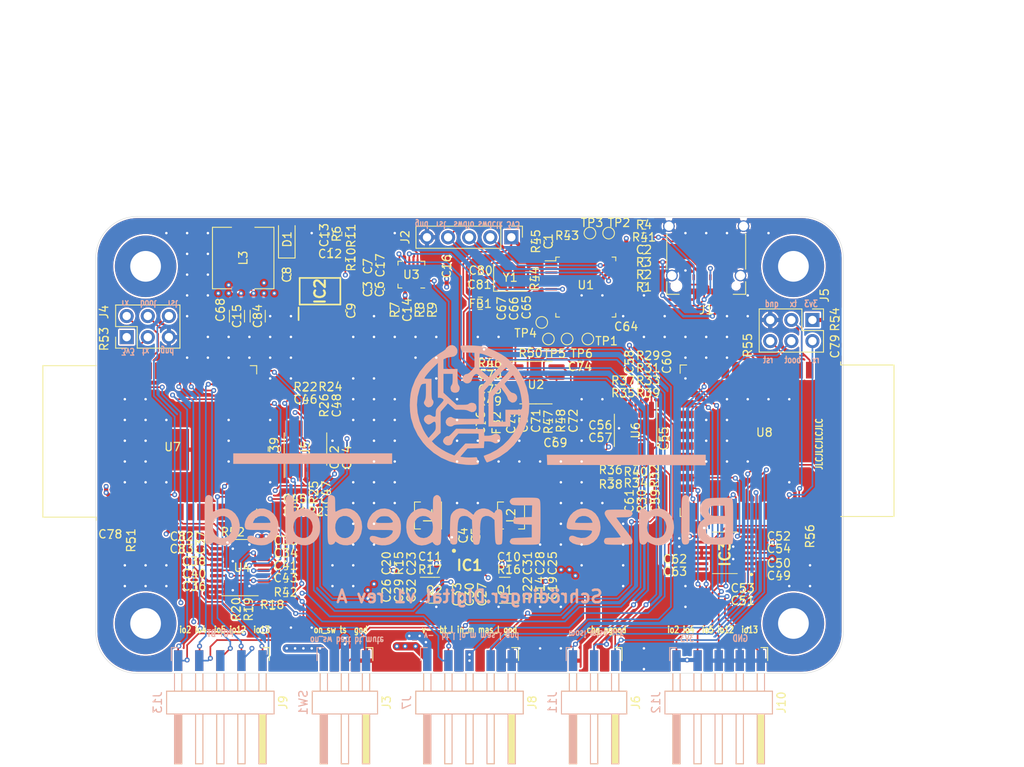
<source format=kicad_pcb>
(kicad_pcb (version 20211014) (generator pcbnew)
  (layers (0 "F.Cu" signal) (1 "In1.Cu" signal) (2 "In2.Cu" signal) (31 "B.Cu" signal) (34 "B.Paste" user) (35 "F.Paste" user) (36 "B.SilkS" user "B.Silkscreen") (37 "F.SilkS" user "F.Silkscreen") (38 "B.Mask" user) (39 "F.Mask" user) (44 "Edge.Cuts" user))
  (net 0 "")
  (net 1 "+3V3")
  (net 2 "GND")
  (net 3 "+VSW")
  (net 4 "Net-(C8-Pad1)")
  (net 5 "Net-(C8-Pad2)")
  (net 6 "Net-(C9-Pad1)")
  (net 7 "-5V")
  (net 8 "+5V")
  (net 9 "Net-(C12-Pad1)")
  (net 10 "Net-(C12-Pad2)")
  (net 11 "VCC")
  (net 12 "+BATT")
  (net 13 "Net-(C22-Pad1)")
  (net 14 "Net-(C23-Pad1)")
  (net 15 "Net-(C37-Pad1)")
  (net 16 "Net-(C37-Pad2)")
  (net 17 "Net-(C38-Pad2)")
  (net 18 "/i2s_output/V-")
  (net 19 "Net-(C41-Pad2)")
  (net 20 "Net-(C45-Pad1)")
  (net 21 "/i2s_output/LEFT")
  (net 22 "Net-(C46-Pad1)")
  (net 23 "/i2s_output/RIGHT")
  (net 24 "Net-(C47-Pad2)")
  (net 25 "Net-(C48-Pad2)")
  (net 26 "Net-(J13-Pad1)")
  (net 27 "Net-(C51-Pad2)")
  (net 28 "Net-(C58-Pad1)")
  (net 29 "/i2s_input/LEFT")
  (net 30 "Net-(C59-Pad1)")
  (net 31 "/i2s_input/RIGHT")
  (net 32 "Net-(C60-Pad2)")
  (net 33 "Net-(C61-Pad2)")
  (net 34 "Net-(C62-Pad2)")
  (net 35 "Net-(C63-Pad2)")
  (net 36 "Net-(C65-Pad1)")
  (net 37 "Net-(C70-Pad1)")
  (net 38 "Net-(C71-Pad1)")
  (net 39 "Net-(C73-Pad2)")
  (net 40 "Net-(C74-Pad2)")
  (net 41 "Net-(IC1-Pad1)")
  (net 42 "Net-(IC1-Pad10)")
  (net 43 "/power/vsens")
  (net 45 "/bt_out/WS")
  (net 46 "/bt_out/BCK")
  (net 47 "/bt_out/I2S_IN")
  (net 48 "/power/TS")
  (net 49 "/bt_in/rx")
  (net 50 "/bt_in/tx")
  (net 51 "/bt_out/rx")
  (net 52 "/bt_out/tx")
  (net 53 "/power/D-")
  (net 54 "Net-(J1-PadA7)")
  (net 55 "/power/D+")
  (net 56 "Net-(J1-PadA6)")
  (net 57 "Net-(J1-PadB5)")
  (net 58 "Net-(R7-Pad1)")
  (net 59 "Net-(R8-Pad2)")
  (net 60 "Net-(R9-Pad1)")
  (net 61 "Net-(C69-Pad2)")
  (net 62 "Net-(R19-Pad2)")
  (net 63 "Net-(J13-Pad4)")
  (net 64 "Net-(R33-Pad1)")
  (net 65 "Net-(R34-Pad1)")
  (net 66 "Net-(R35-Pad2)")
  (net 67 "Net-(R36-Pad2)")
  (net 68 "Net-(J1-PadA5)")
  (net 69 "Net-(R43-Pad2)")
  (net 70 "/stm32/stm_rst")
  (net 71 "Net-(R49-Pad1)")
  (net 72 "/stm32/mic_biased")
  (net 73 "/bt_in/rst")
  (net 74 "/bt_in/I2S_OUT")
  (net 75 "/bt_in/I2S_IN")
  (net 76 "/bt_out/rst")
  (net 77 "/bt_out/I2S_OUT")
  (net 78 "/bt_in/boot")
  (net 79 "/bt_out/boot")
  (net 84 "/i2s_output/LEFT_INT")
  (net 85 "/i2s_output/RIGHT_INT")
  (net 86 "Net-(TP4-Pad1)")
  (net 88 "Net-(TP5-Pad1)")
  (net 90 "Net-(TP6-Pad1)")
  (net 94 "Net-(TP1-Pad1)")
  (net 105 "/stm32/swdio")
  (net 106 "/stm32/swdclk")
  (net 107 "Net-(TP2-Pad1)")
  (net 109 "Net-(TP3-Pad1)")
  (net 115 "Net-(C80-Pad2)")
  (net 116 "/bt_in/BCK")
  (net 117 "/bt_in/WS")
  (net 134 "/bt_in/SCK")
  (net 135 "/bt_in/MISO")
  (net 138 "/bt_in/MOSI")
  (net 163 "/i2s_input/LEFT_INT")
  (net 164 "/i2s_input/RIGHT_INT")
  (net 166 "Net-(C81-Pad2)")
  (net 167 "Net-(J3-Pad3)")
  (net 168 "/side_con/IN_MONO")
  (net 169 "BT_MUTE")
  (net 170 "/bt_in/io13")
  (net 171 "/bt_in/io12")
  (net 172 "/bt_in/cs1")
  (net 173 "/bt_in/cs2")
  (net 174 "/bt_in/io2")
  (net 175 "/bt_out/io13")
  (net 176 "/bt_out/io12")
  (net 177 "/bt_out/cs1")
  (net 178 "/bt_out/cs2")
  (net 179 "/bt_out/io2")
  (net 180 "Net-(J6-Pad2)")
  (net 181 "Net-(R42-Pad1)")
  (net 182 "/i2s_input/V+")
  (net 183 "Net-(J6-Pad1)")
  (footprint "Resistor_SMD:R_0603_1608Metric" (layer "F.Cu") (at 131 -31.48 180)
    (fp_text reference "R23")
    (fp_text value "100")
  )
  (footprint "Capacitor_SMD:C_0603_1608Metric" (layer "F.Cu") (at 186.25 -28.5 180)
    (fp_text reference "C52")
    (fp_text value "10u")
  )
  (footprint "TestPoint:TestPoint_Pad_D1.0mm" (layer "F.Cu") (at 158.5 -52.25 180)
    (fp_text reference "TP5")
    (fp_text value "TestPoint")
  )
  (footprint "Package_SO:TSSOP-20_4.4x6.5mm_P0.65mm" (layer "F.Cu") (at 121.3625 -24.725)
    (fp_text reference "U4")
    (fp_text value "PCM5102")
  )
  (footprint "Capacitor_SMD:C_0603_1608Metric" (layer "F.Cu") (at 136.75 -61.25 90)
    (fp_text reference "C7")
    (fp_text value "1n")
  )
  (footprint "Capacitor_SMD:C_0603_1608Metric" (layer "F.Cu") (at 151.45 -44.75)
    (fp_text reference "C73")
    (fp_text value "10n")
  )
  (footprint "RF_Module:ESP32-WROOM-32" (layer "F.Cu") (at 113.495 -39.92 90)
    (fp_text reference "U7")
    (fp_text value "ESP32-WROOM-32")
  )
  (footprint "Capacitor_SMD:C_0603_1608Metric" (layer "F.Cu") (at 134.25 -38 90)
    (fp_text reference "C44")
    (fp_text value "1n")
  )
  (footprint "Resistor_SMD:R_0603_1608Metric" (layer "F.Cu") (at 169 -35)
    (fp_text reference "R34")
    (fp_text value "10k")
  )
  (footprint "Capacitor_SMD:C_0805_2012Metric" (layer "F.Cu") (at 150.3 -56.55 180)
    (fp_text reference "FB1")
    (fp_text value "FerriteBead_Small")
  )
  (footprint "Capacitor_SMD:C_0603_1608Metric" (layer "F.Cu") (at 139 -25.2 -90)
    (fp_text reference "C20")
    (fp_text value "10u")
  )
  (footprint "Resistor_SMD:R_0603_1608Metric" (layer "F.Cu") (at 169 -36.5 180)
    (fp_text reference "R40")
    (fp_text value "10k")
  )
  (footprint "MountingHole:MountingHole_3.7mm_Pad" (layer "F.Cu") (at 188 -61)
    (fp_text reference "H4")
    (fp_text value "MountingHole_Pad")
  )
  (footprint "Resistor_SMD:R_0603_1608Metric" (layer "F.Cu") (at 120.5 -29 180)
    (fp_text reference "R52")
    (fp_text value "100k/NC")
  )
  (footprint "Package_TO_SOT_SMD:SOT-23" (layer "F.Cu") (at 144.75 -22)
    (fp_text reference "Q2")
    (fp_text value "BC849")
  )
  (footprint "Capacitor_SMD:C_0603_1608Metric" (layer "F.Cu") (at 159 -25.25 90)
    (fp_text reference "C25")
    (fp_text value "10u")
  )
  (footprint "Resistor_SMD:R_0603_1608Metric" (layer "F.Cu") (at 132.25 -46.5 180)
    (fp_text reference "R24")
    (fp_text value "100")
  )
  (footprint "Capacitor_SMD:C_0805_2012Metric" (layer "F.Cu") (at 125.5 -39 90)
    (fp_text reference "C39")
    (fp_text value "10u/25v")
  )
  (footprint "Capacitor_SMD:C_0603_1608Metric" (layer "F.Cu") (at 126.8625 -24.975 180)
    (fp_text reference "C41")
    (fp_text value "0.1u")
  )
  (footprint "Crystal:Crystal_SMD_3225-4Pin_3.2x2.5mm" (layer "F.Cu") (at 153.9 -59.65)
    (fp_text reference "Y1")
    (fp_text value "8Mhz")
  )
  (footprint "Connector_PinHeader_2.54mm:PinHeader_2x03_P2.54mm_Vertical" (layer "F.Cu") (at 190.29 -54.54 -90)
    (fp_text reference "J5")
    (fp_text value "Conn_01x06")
  )
  (footprint "Capacitor_SMD:C_0603_1608Metric" (layer "F.Cu") (at 127.98 -32.98 180)
    (fp_text reference "C45")
    (fp_text value "10u")
  )
  (footprint "Capacitor_SMD:C_0603_1608Metric" (layer "F.Cu") (at 149.75 -28.45 90)
    (fp_text reference "C5")
    (fp_text value "10u")
  )
  (footprint "Capacitor_SMD:C_0603_1608Metric" (layer "F.Cu") (at 126.8625 -26.475 180)
    (fp_text reference "C34")
    (fp_text value "10u")
  )
  (footprint "Capacitor_SMD:C_0603_1608Metric" (layer "F.Cu") (at 138.25 -58.25 -90)
    (fp_text reference "C3")
    (fp_text value "10u")
  )
  (footprint "Capacitor_SMD:C_0603_1608Metric" (layer "F.Cu") (at 162.3 -49.05 180)
    (fp_text reference "C74")
    (fp_text value "10u")
  )
  (footprint "Resistor_SMD:R_0603_1608Metric" (layer "F.Cu") (at 193 -54.75 -90)
    (fp_text reference "R54")
    (fp_text value "10k")
  )
  (footprint "Resistor_SMD:R_0603_1608Metric" (layer "F.Cu") (at 167.5 -47.25 180)
    (fp_text reference "R37")
    (fp_text value "10k")
  )
  (footprint "Diode_SMD:D_SOD-123" (layer "F.Cu") (at 127 -64.25 90)
    (fp_text reference "D1")
    (fp_text value "D_Schottky")
  )
  (footprint "Resistor_SMD:R_0603_1608Metric" (layer "F.Cu") (at 170.5 -47.25)
    (fp_text reference "R33")
    (fp_text value "10k")
  )
  (footprint "Connector_Harwin:Harwin_M20-89005xx_1x05_P2.54mm_Horizontal" (layer "F.Cu") (at 149 -8 -90)
    (fp_text reference "J8")
    (fp_text value "Conn_01x05")
  )
  (footprint "Capacitor_SMD:C_0603_1608Metric" (layer "F.Cu") (at 139 -21.95 -90)
    (fp_text reference "C26")
    (fp_text value "10u")
  )
  (footprint "Resistor_SMD:R_0603_1608Metric" (layer "F.Cu") (at 169.75 -32.75 90)
    (fp_text reference "R30")
    (fp_text value "220k")
  )
  (footprint "Package_TO_SOT_SMD:SOT-23" (layer "F.Cu") (at 153.25 -22 180)
    (fp_text reference "Q1")
    (fp_text value "MMBT4403")
  )
  (footprint "Resistor_SMD:R_0603_1608Metric" (layer "F.Cu") (at 190 -28.5 90)
    (fp_text reference "R56")
    (fp_text value "100k/NC")
  )
  (footprint "Capacitor_SMD:C_0603_1608Metric" (layer "F.Cu") (at 155.45 -42.4 -90)
    (fp_text reference "C77")
    (fp_text value "1n")
  )
  (footprint "Capacitor_SMD:C_0603_1608Metric" (layer "F.Cu") (at 114.3375 -28.475)
    (fp_text reference "C82")
    (fp_text value "10u")
  )
  (footprint "Resistor_SMD:R_0603_1608Metric" (layer "F.Cu") (at 131.5 -44.25 90)
    (fp_text reference "R26")
    (fp_text value "5.1k")
  )
  (footprint "Resistor_SMD:R_0603_1608Metric" (layer "F.Cu") (at 182.5 -51.5 -90)
    (fp_text reference "R55")
    (fp_text value "100k/NC")
  )
  (footprint "Inductor_SMD:L_Vishay_IHLP-1212" (layer "F.Cu") (at 144 -31 -90)
    (fp_text reference "L1")
    (fp_text value "4.7u")
  )
  (footprint "Capacitor_SMD:C_0603_1608Metric" (layer "F.Cu") (at 171.25 -32.75 -90)
    (fp_text reference "C59")
    (fp_text value "10u")
  )
  (footprint "Capacitor_SMD:C_0603_1608Metric" (layer "F.Cu") (at 141.5 -55.75 90)
    (fp_text reference "C14")
    (fp_text value "1u")
  )
  (footprint "Resistor_SMD:R_0603_1608Metric" (layer "F.Cu") (at 170 -58.5)
    (fp_text reference "R1")
    (fp_text value "20R")
  )
  (footprint "Capacitor_SMD:C_0603_1608Metric" (layer "F.Cu") (at 168.25 -32.75 90)
    (fp_text reference "C61")
    (fp_text value "10n")
  )
  (footprint "Resistor_SMD:R_0603_1608Metric" (layer "F.Cu") (at 160.75 -64.75)
    (fp_text reference "R43")
    (fp_text value "10k")
  )
  (footprint "Connector_Harwin:Harwin_M20-89005xx_1x05_P2.54mm_Horizontal" (layer "F.Cu") (at 119 -8 -90)
    (fp_text reference "J9")
    (fp_text value "Conn_01x05")
  )
  (footprint "Capacitor_SMD:C_0603_1608Metric" (layer "F.Cu") (at 154.35 -56.05 -90)
    (fp_text reference "C66")
    (fp_text value "100n")
  )
  (footprint "Resistor_SMD:R_0603_1608Metric" (layer "F.Cu") (at 170.5 -48.75 180)
    (fp_text reference "R31")
    (fp_text value "100")
  )
  (footprint "Resistor_SMD:R_0603_1608Metric" (layer "F.Cu") (at 167.5 -45.75)
    (fp_text reference "R35")
    (fp_text value "10k")
  )
  (footprint "Inductor_SMD:L_Vishay_IHLP-1212" (layer "F.Cu") (at 154 -31 90)
    (fp_text reference "L2")
    (fp_text value "4.7u")
  )
  (footprint "Capacitor_SMD:C_0603_1608Metric" (layer "F.Cu") (at 119 -55.75 -90)
    (fp_text reference "C68")
    (fp_text value "10u")
  )
  (footprint "Resistor_SMD:R_0603_1608Metric" (layer "F.Cu") (at 130.25 -33.75 -90)
    (fp_text reference "R25")
    (fp_text value "5.1k")
  )
  (footprint "SamacSys_Parts:PCM1808PWR" (layer "F.Cu") (at 179.75 -26.5 90)
    (fp_text reference "IC3")
    (fp_text value "PCM1808PWR" hide)
  )
  (footprint "Capacitor_SMD:C_0603_1608Metric" (layer "F.Cu") (at 153.95 -42.4 -90)
    (fp_text reference "C75")
    (fp_text value "10u")
  )
  (footprint "Capacitor_SMD:C_0603_1608Metric" (layer "F.Cu") (at 142 -25.2 90)
    (fp_text reference "C23")
    (fp_text value "10u")
  )
  (footprint "Capacitor_SMD:C_0603_1608Metric" (layer "F.Cu") (at 126.8625 -27.975 180)
    (fp_text reference "C35")
    (fp_text value "0.1u")
  )
  (footprint "Resistor_SMD:R_0603_1608Metric" (layer "F.Cu") (at 170 -64.5)
    (fp_text reference "R41")
    (fp_text value "5.1k")
  )
  (footprint "Capacitor_SMD:C_0603_1608Metric" (layer "F.Cu") (at 150.51 -21.5 90)
    (fp_text reference "C27")
    (fp_text value "10u")
  )
  (footprint "Connector_PinHeader_2.54mm:PinHeader_1x05_P2.54mm_Vertical" (layer "F.Cu") (at 154.04 -64.5 -90)
    (fp_text reference "J2")
    (fp_text value "Conn_01x05")
  )
  (footprint "Capacitor_SMD:C_0603_1608Metric" (layer "F.Cu") (at 161.45 -42.4 90)
    (fp_text reference "C72")
    (fp_text value "100n")
  )
  (footprint "Capacitor_SMD:C_0603_1608Metric" (layer "F.Cu") (at 105.75 -28.75 180)
    (fp_text reference "C78")
    (fp_text value "1u")
  )
  (footprint "Package_QFP:LQFP-48_7x7mm_P0.5mm" (layer "F.Cu") (at 163 -58.5)
    (fp_text reference "U1")
    (fp_text value "STM32F103C8Tx")
  )
  (footprint "Resistor_SMD:R_0603_1608Metric" (layer "F.Cu") (at 134.6 -64.825 90)
    (fp_text reference "R11")
    (fp_text value "3.3k")
  )
  (footprint "Capacitor_SMD:C_0603_1608Metric" (layer "F.Cu") (at 172.75 -49.5 -90)
    (fp_text reference "C60")
    (fp_text value "10n")
  )
  (footprint "Capacitor_SMD:C_0603_1608Metric" (layer "F.Cu") (at 168 -53.75)
    (fp_text reference "C64")
    (fp_text value "1u")
  )
  (footprint "Connector_Harwin:Harwin_M20-89005xx_1x05_P2.54mm_Horizontal" (layer "F.Cu") (at 179 -8 -90)
    (fp_text reference "J10")
    (fp_text value "Conn_01x05")
  )
  (footprint "Resistor_SMD:R_0603_1608Metric" (layer "F.Cu") (at 125.25 -20.2)
    (fp_text reference "R18")
    (fp_text value "10k")
  )
  (footprint "Capacitor_SMD:C_0603_1608Metric" (layer "F.Cu") (at 193 -51.5 -90)
    (fp_text reference "C79")
    (fp_text value "1u")
  )
  (footprint "Resistor_SMD:R_0603_1608Metric" (layer "F.Cu") (at 170.5 -50.25 180)
    (fp_text reference "R29")
    (fp_text value "220k")
  )
  (footprint "Capacitor_SMD:C_0603_1608Metric" (layer "F.Cu") (at 168.25 -49.5 90)
    (fp_text reference "C58")
    (fp_text value "10u")
  )
  (footprint "Capacitor_SMD:C_0603_1608Metric" (layer "F.Cu") (at 116.5875 -27.725 90)
    (fp_text reference "C37")
    (fp_text value "2.2u")
  )
  (footprint "TestPoint:TestPoint_Pad_D1.0mm" (layer "F.Cu") (at 157.7 -54.25 180)
    (fp_text reference "TP4")
    (fp_text value "TestPoint")
  )
  (footprint "Resistor_SMD:R_0603_1608Metric" (layer "F.Cu") (at 159.95 -42.4 -90)
    (fp_text reference "R48")
    (fp_text value "10k")
  )
  (footprint "Resistor_SMD:R_0603_1608Metric" (layer "F.Cu") (at 105 -52.25 -90)
    (fp_text reference "R53")
    (fp_text value "100k/NC")
  )
  (footprint "Capacitor_SMD:C_0603_1608Metric" (layer "F.Cu") (at 151.45 -49.4 180)
    (fp_text reference "C70")
    (fp_text value "10u")
  )
  (footprint "TestPoint:TestPoint_Pad_D1.0mm" (layer "F.Cu") (at 163.5 -65 180)
    (fp_text reference "TP3")
    (fp_text value "TestPoint")
  )
  (footprint "Resistor_SMD:R_0603_1608Metric" (layer "F.Cu") (at 157.5 -22.25 -90)
    (fp_text reference "R14")
    (fp_text value "47k")
  )
  (footprint "Resistor_SMD:R_0603_1608Metric" (layer "F.Cu") (at 108.25 -28 -90)
    (fp_text reference "R51")
    (fp_text value "10k")
  )
  (footprint "Capacitor_SMD:C_0603_1608Metric" (layer "F.Cu") (at 155.85 -56.05 -90)
    (fp_text reference "C65")
    (fp_text value "10u")
  )
  (footprint "SamacSys_Parts:SON45P300X300X80-13N-D" (layer "F.Cu") (at 149 -25)
    (fp_text reference "IC1")
    (fp_text value "TPS65133DPDR" hide)
  )
  (footprint "Capacitor_SMD:C_0603_1608Metric" (layer "F.Cu") (at 181.75 -20.75)
    (fp_text reference "C51")
    (fp_text value "10u")
  )
  (footprint "Capacitor_SMD:C_0603_1608Metric" (layer "F.Cu") (at 159.2 -39.9 180)
    (fp_text reference "C69")
    (fp_text value "100n")
  )
  (footprint "Resistor_SMD:R_0603_1608Metric" (layer "F.Cu") (at 170.5 -45.75 180)
    (fp_text reference "R39")
    (fp_text value "10k")
  )
  (footprint "Resistor_SMD:R_0603_1608Metric" (layer "F.Cu") (at 144.25 -24.5 180)
    (fp_text reference "R17")
    (fp_text value "0")
  )
  (footprint "Capacitor_SMD:C_1206_3216Metric" (layer "F.Cu") (at 121 -55 -90)
    (fp_text reference "C15")
    (fp_text value "47u")
  )
  (footprint "Capacitor_SMD:C_0603_1608Metric" (layer "F.Cu") (at 173.75 -24.25 180)
    (fp_text reference "C63")
    (fp_text value "10u")
  )
  (footprint "Capacitor_SMD:C_0603_1608Metric" (layer "F.Cu") (at 150.4 -42.15 90)
    (fp_text reference "C76")
    (fp_text value "100n")
  )
  (footprint "Resistor_SMD:R_0603_1608Metric" (layer "F.Cu") (at 170 -66)
    (fp_text reference "R4")
    (fp_text value "5.1k")
  )
  (footprint "Connector_Harwin:Harwin_M20-89003xx_1x03_P2.54mm_Horizontal" (layer "F.Cu") (at 134 -8 -90)
    (fp_text reference "J3")
    (fp_text value "Conn_01x03")
  )
  (footprint "Capacitor_SMD:C_0603_1608Metric" (layer "F.Cu") (at 115.8375 -22.475)
    (fp_text reference "C36")
    (fp_text value "0.1u")
  )
  (footprint "Resistor_SMD:R_0603_1608Metric" (layer "F.Cu") (at 133.1 -64.9 90)
    (fp_text reference "R6")
    (fp_text value "29.4k")
  )
  (footprint "TestPoint:TestPoint_Pad_D1.0mm" (layer "F.Cu") (at 165.75 -65 180)
    (fp_text reference "TP2")
    (fp_text value "TestPoint")
  )
  (footprint "Package_SO:SOIC-8_3.9x4.9mm_P1.27mm" (layer "F.Cu") (at 129.25 -39 90)
    (fp_text reference "U5")
    (fp_text value "NE5532")
  )
  (footprint "Capacitor_SMD:C_0603_1608Metric" (layer "F.Cu") (at 127 -60 -90)
    (fp_text reference "C8")
    (fp_text value "100n")
  )
  (footprint "Capacitor_SMD:C_0603_1608Metric" (layer "F.Cu") (at 146.25 -61 -90)
    (fp_text reference "C16")
    (fp_text value "1u")
  )
  (footprint "Capacitor_SMD:C_0603_1608Metric" (layer "F.Cu") (at 115.8375 -23.975)
    (fp_text reference "C40")
    (fp_text value "10u")
  )
  (footprint "Capacitor_SMD:C_0603_1608Metric" (layer "F.Cu") (at 157.5 -25.25 90)
    (fp_text reference "C28")
    (fp_text value "100n")
  )
  (footprint "Resistor_SMD:R_0603_1608Metric" (layer "F.Cu") (at 170 -61.5)
    (fp_text reference "R3")
    (fp_text value "4.7k")
  )
  (footprint "Capacitor_SMD:C_0603_1608Metric" (layer "F.Cu") (at 173.75 -25.75 180)
    (fp_text reference "C62")
    (fp_text value "10u")
  )
  (footprint "TestPoint:TestPoint_Pad_D1.0mm" (layer "F.Cu") (at 160.75 -52.25 180)
    (fp_text reference "TP6")
    (fp_text value "TestPoint")
  )
  (footprint "Connector_USB:USB_C_Receptacle_Amphenol_12401610E4-2A_CircularHoles" (layer "F.Cu") (at 177.5 -63 180)
    (fp_text reference "J1")
    (fp_text value "USB_C_Receptacle_USB2.0")
  )
  (footprint "Capacitor_SMD:C_0603_1608Metric" (layer "F.Cu") (at 186.25 -27 180)
    (fp_text reference "C54")
    (fp_text value "0.1u")
  )
  (footprint "Capacitor_SMD:C_0603_1608Metric" (layer "F.Cu") (at 156 -25.25 90)
    (fp_text reference "C31")
    (fp_text value "1n")
  )
  (footprint "Resistor_SMD:R_0603_1608Metric" (layer "F.Cu") (at 129.25 -46.48)
    (fp_text reference "R22")
    (fp_text value "220k")
  )
  (footprint "Capacitor_SMD:C_0603_1608Metric" (layer "F.Cu") (at 158.5 -64 90)
    (fp_text reference "C1")
    (fp_text value "1u")
  )
  (footprint "Connector_Harwin:Harwin_M20-89003xx_1x03_P2.54mm_Horizontal" (layer "F.Cu") (at 164 -8 -90)
    (fp_text reference "J6")
    (fp_text value "Conn_01x02")
  )
  (footprint "Capacitor_SMD:C_0603_1608Metric" (layer "F.Cu") (at 156 -22.25 -90)
    (fp_text reference "C22")
    (fp_text value "10u")
  )
  (footprint "Resistor_SMD:R_0603_1608Metric" (layer "F.Cu") (at 157 -64 -90)
    (fp_text reference "R45")
    (fp_text value "10k")
  )
  (footprint "Capacitor_SMD:C_0603_1608Metric" (layer "F.Cu") (at 136.75 -58.25 -90)
    (fp_text reference "C6")
    (fp_text value "100n")
  )
  (footprint "Resistor_SMD:R_0603_1608Metric" (layer "F.Cu") (at 156.85 -59.5 -90)
    (fp_text reference "R44")
    (fp_text value "1M")
  )
  (footprint "MountingHole:MountingHole_3.7mm_Pad" (layer "F.Cu") (at 110 -18)
    (fp_text reference "H3")
    (fp_text value "MountingHole_Pad")
  )
  (footprint "Resistor_SMD:R_0603_1608Metric" (layer "F.Cu") (at 134.6 -61.825 90)
    (fp_text reference "R10")
    (fp_text value "10k")
  )
  (footprint "Capacitor_SMD:C_0603_1608Metric" (layer "F.Cu") (at 134.6 -55.65 90)
    (fp_text reference "C9")
    (fp_text value "10n")
  )
  (footprint "Capacitor_SMD:C_0603_1608Metric" (layer "F.Cu") (at 132.35 -62.65)
    (fp_text reference "C12")
    (fp_text value "1000p")
  )
  (footprint "Inductor_SMD:L_7.3x7.3_H4.5" (layer "F.Cu") (at 121.75 -62 -90)
    (fp_text reference "L3")
    (fp_text value "6.8u")
  )
  (footprint "Resistor_SMD:R_0603_1608Metric" (layer "F.Cu") (at 171.25 -35.75 -90)
    (fp_text reference "R32")
    (fp_text value "100")
  )
  (footprint "SamacSys_Parts:SOIC127P600X175-8N" (layer "F.Cu") (at 131 -58 90)
    (fp_text reference "IC2")
    (fp_text value "TPS54331DR" hide)
  )
  (footprint "Capacitor_SMD:C_0603_1608Metric" (layer "F.Cu") (at 133 -44.25 90)
    (fp_text reference "C48")
    (fp_text value "10n")
  )
  (footprint "Connector_PinHeader_2.54mm:PinHeader_2x03_P2.54mm_Vertical" (layer "F.Cu") (at 107.725 -52.475 90)
    (fp_text reference "J4")
    (fp_text value "Conn_01x06")
  )
  (footprint "TestPoint:TestPoint_Pad_D1.0mm" (layer "F.Cu") (at 163.25 -52.25 180)
    (fp_text reference "TP1")
    (fp_text value "TestPoint")
  )
  (footprint "Resistor_SMD:R_0603_1608Metric" (layer "F.Cu") (at 158.45 -42.4 90)
    (fp_text reference "R47")
    (fp_text value "10k")
  )
  (footprint "RF_Module:ESP32-WROOM-32" (layer "F.Cu") (at 184.245 -40 -90)
    (fp_text reference "U8")
    (fp_text value "ESP32-WROOM-32")
  )
  (footprint "Package_DFN_QFN:VQFN-16-1EP_3x3mm_P0.5mm_EP1.6x1.6mm" (layer "F.Cu") (at 142 -60 180)
    (fp_text reference "U3")
    (fp_text value "BQ24072RGT")
  )
  (footprint "Capacitor_SMD:C_0603_1608Metric" (layer "F.Cu") (at 147.5 -21.5 90)
    (fp_text reference "C33")
    (fp_text value "1n")
  )
  (footprint "Capacitor_SMD:C_0603_1608Metric" (layer "F.Cu") (at 131.75 -33.75 -90)
    (fp_text reference "C47")
    (fp_text value "10n")
  )
  (footprint "Capacitor_SMD:C_0603_1608Metric" (layer "F.Cu") (at 138.25 -61.25 90)
    (fp_text reference "C17")
    (fp_text value "1u")
  )
  (footprint "Resistor_SMD:R_0603_1608Metric" (layer "F.Cu") (at 128 -31.5)
    (fp_text reference "R21")
    (fp_text value "220k")
  )
  (footprint "Resistor_SMD:R_0603_1608Metric" (layer "F.Cu") (at 151.45 -46.4 180)
    (fp_text reference "R49")
    (fp_text value "10k")
  )
  (footprint "Package_SO:SOIC-8_3.9x4.9mm_P1.27mm" (layer "F.Cu") (at 157 -47)
    (fp_text reference "U2")
    (fp_text value "NE5532")
  )
  (footprint "MountingHole:MountingHole_3.7mm_Pad" (layer "F.Cu") (at 188 -18)
    (fp_text reference "H1")
    (fp_text value "MountingHole_Pad")
  )
  (footprint "Capacitor_SMD:C_0603_1608Metric" (layer "F.Cu") (at 131.6 -64.9 90)
    (fp_text reference "C13")
    (fp_text value "4.7p")
  )
  (footprint "Capacitor_SMD:C_0603_1608Metric" (layer "F.Cu") (at 126.8625 -23.475 180)
    (fp_text reference "C43")
    (fp_text value "10u")
  )
  (footprint "Capacitor_SMD:C_0603_1608Metric" (layer "F.Cu") (at 186.25 -23.75 180)
    (fp_text reference "C49")
    (fp_text value "10u")
  )
  (footprint "Resistor_SMD:R_0603_1608Metric" (layer "F.Cu") (at 126.8625 -21.75)
    (fp_text reference "R42")
    (fp_text value "0")
  )
  (footprint "Capacitor_SMD:C_0603_1608Metric" (layer "F.Cu") (at 150.2 -58.8)
    (fp_text reference "C81")
    (fp_text value "10p")
  )
  (footprint "Capacitor_SMD:C_0603_1608Metric" (layer "F.Cu") (at 164.75 -42 180)
    (fp_text reference "C56")
    (fp_text value "100n")
  )
  (footprint "Resistor_SMD:R_0603_1608Metric" (layer "F.Cu") (at 140.5 -25.2 90)
    (fp_text reference "R15")
    (fp_text value "47k")
  )
  (footprint "Capacitor_SMD:C_0805_2012Metric" (layer "F.Cu") (at 152.2 -42.15 -90)
    (fp_text reference "FB2")
    (fp_text value "FerriteBead_Small")
  )
  (footprint "Capacitor_SMD:C_0603_1608Metric" (layer "F.Cu") (at 132.75 -38 90)
    (fp_text reference "C42")
    (fp_text value "100n")
  )
  (footprint "Resistor_SMD:R_0603_1608Metric" (layer "F.Cu") (at 143 -55.75 90)
    (fp_text reference "R8")
    (fp_text value "0")
  )
  (footprint "Capacitor_SMD:C_0603_1608Metric" (layer "F.Cu") (at 129.25 -44.98 180)
    (fp_text reference "C46")
    (fp_text value "10u")
  )
  (footprint "Resistor_SMD:R_0603_1608Metric" (layer "F.Cu") (at 144.5 -55.75 -90)
    (fp_text reference "R9")
    (fp_text value "2k")
  )
  (footprint "Capacitor_SMD:C_0603_1608Metric" (layer "F.Cu") (at 164.75 -40.5 180)
    (fp_text reference "C57")
    (fp_text value "1n")
  )
  (footprint "Capacitor_SMD:C_0603_1608Metric" (layer "F.Cu") (at 181.75 -22.25)
    (fp_text reference "C53")
    (fp_text value "0.1u")
  )
  (footprint "Capacitor_SMD:C_1206_3216Metric" (layer "F.Cu") (at 123.5 -55 -90)
    (fp_text reference "C84")
    (fp_text value "47u")
  )
  (footprint "Capacitor_SMD:C_0603_1608Metric" (layer "F.Cu") (at 159 -22.25 -90)
    (fp_text reference "C19")
    (fp_text value "10u")
  )
  (footprint "Resistor_SMD:R_0603_1608Metric" (layer "F.Cu") (at 170 -60)
    (fp_text reference "R2")
    (fp_text value "20R")
  )
  (footprint "Capacitor_SMD:C_0603_1608Metric" (layer "F.Cu") (at 114.3375 -26.975)
    (fp_text reference "C83")
    (fp_text value "0.1u")
  )
  (footprint "Capacitor_SMD:C_0603_1608Metric" (layer "F.Cu") (at 170 -63)
    (fp_text reference "C2")
    (fp_text value "1u")
  )
  (footprint "Resistor_SMD:R_0603_1608Metric" (layer "F.Cu") (at 166 -36.5)
    (fp_text reference "R36")
    (fp_text value "10k")
  )
  (footprint "Capacitor_SMD:C_0603_1608Metric" (layer "F.Cu") (at 172.5 -40.25 90)
    (fp_text reference "C55")
    (fp_text value "10u")
  )
  (footprint "Capacitor_SMD:C_0603_1608Metric" (layer "F.Cu") (at 142 -21.95 -90)
    (fp_text reference "C32")
    (fp_text value "1n")
  )
  (footprint "Package_SO:SOIC-8_3.9x4.9mm_P1.27mm" (layer "F.Cu") (at 169 -41.25 -90)
    (fp_text reference "U6")
    (fp_text value "NE5532")
  )
  (footprint "Capacitor_SMD:C_0603_1608Metric" (layer "F.Cu") (at 153.75 -26)
    (fp_text reference "C10")
    (fp_text value "10u")
  )
  (footprint "Resistor_SMD:R_0603_1608Metric" (layer "F.Cu") (at 151.45 -47.9)
    (fp_text reference "R46")
    (fp_text value "100")
  )
  (footprint "Capacitor_SMD:C_0603_1608Metric" (layer "F.Cu") (at 152.85 -56.05 -90)
    (fp_text reference "C67")
    (fp_text value "1n")
  )
  (footprint "Resistor_SMD:R_0603_1608Metric" (layer "F.Cu") (at 166 -35 180)
    (fp_text reference "R38")
    (fp_text value "10k")
  )
  (footprint "Resistor_SMD:R_0603_1608Metric" (layer "F.Cu") (at 156.375 -50.65 180)
    (fp_text reference "R50")
    (fp_text value "10k")
  )
  (footprint "MountingHole:MountingHole_3.7mm_Pad" (layer "F.Cu") (at 110 -61)
    (fp_text reference "H2")
    (fp_text value "MountingHole_Pad")
  )
  (footprint "Capacitor_SMD:C_0603_1608Metric" (layer "F.Cu") (at 149.01 -21.5 90)
    (fp_text reference "C30")
    (fp_text value "100n")
  )
  (footprint "Resistor_SMD:R_0603_1608Metric" (layer "F.Cu") (at 153.75 -24.5)
    (fp_text reference "R16")
    (fp_text value "0")
  )
  (footprint "Capacitor_SMD:C_0603_1608Metric" (layer "F.Cu") (at 140.5 -21.95 -90)
    (fp_text reference "C29")
    (fp_text value "100n")
  )
  (footprint "Capacitor_SMD:C_0603_1608Metric" (layer "F.Cu") (at 115.8375 -25.475)
    (fp_text reference "C38")
    (fp_text value "2.2u")
  )
  (footprint "Resistor_SMD:R_0603_1608Metric" (layer "F.Cu") (at 140 -55.75 -90)
    (fp_text reference "R7")
    (fp_text value "2k")
  )
  (footprint "Capacitor_SMD:C_0603_1608Metric" (layer "F.Cu") (at 144.25 -26 180)
    (fp_text reference "C11")
    (fp_text value "10u")
  )
  (footprint "Capacitor_SMD:C_0603_1608Metric" (layer "F.Cu") (at 148.25 -28.45 90)
    (fp_text reference "C4")
    (fp_text value "10u")
  )
  (footprint "Capacitor_SMD:C_0603_1608Metric" (layer "F.Cu") (at 150.2 -60.5)
    (fp_text reference "C80")
    (fp_text value "10p")
  )
  (footprint "Capacitor_SMD:C_0603_1608Metric" (layer "F.Cu") (at 156.95 -42.4 -90)
    (fp_text reference "C71")
    (fp_text value "100n")
  )
  (footprint "Resistor_SMD:R_0603_1608Metric" (layer "F.Cu") (at 120.9 -19.7 90)
    (fp_text reference "R20")
    (fp_text value "NC")
  )
  (footprint "Capacitor_SMD:C_0603_1608Metric" (layer "F.Cu") (at 186.25 -25.25 180)
    (fp_text reference "C50")
    (fp_text value "0.1u")
  )
  (footprint "Resistor_SMD:R_0603_1608Metric" (layer "F.Cu") (at 122.4 -19.7 90)
    (fp_text reference "R19")
    (fp_text value "0")
  )
  (footprint "LOGO" (layer "B.Cu") (at 149 -39.5 180)
    (fp_text reference "G***" hide)
    (fp_text value "LOGO" hide)
  )
  (footprint "Connector_Harwin:Harwin_M20-89005xx_1x05_P2.54mm_Horizontal" (layer "B.Cu") (at 119 -8 -90)
    (fp_text reference "J13")
    (fp_text value "Conn_01x05")
  )
  (footprint "Connector_Harwin:Harwin_M20-89005xx_1x05_P2.54mm_Horizontal" (layer "B.Cu") (at 149 -8 -90)
    (fp_text reference "J7")
    (fp_text value "Conn_01x05")
  )
  (footprint "Connector_Harwin:Harwin_M20-89005xx_1x05_P2.54mm_Horizontal" (layer "B.Cu") (at 179 -8 -90)
    (fp_text reference "J12")
    (fp_text value "Conn_01x05")
  )
  (footprint "Connector_Harwin:Harwin_M20-89003xx_1x03_P2.54mm_Horizontal" (layer "B.Cu") (at 164 -8 -90)
    (fp_text reference "J11")
    (fp_text value "Conn_01x03")
  )
  (footprint "Connector_Harwin:Harwin_M20-89003xx_1x03_P2.54mm_Horizontal" (layer "B.Cu") (at 134 -8 -90)
    (fp_text reference "SW1")
    (fp_text value "SW_SPST")
  )
  (gr_line (start 104 -17) (end 104 -62) (layer "Edge.Cuts") (width 0.05))
  (gr_arc (start 104 -62) (mid 105.464466 -65.535534) (end 109 -67) (layer "Edge.Cuts") (width 0.05))
  (gr_arc (start 189 -67) (mid 192.535534 -65.535534) (end 194 -62) (layer "Edge.Cuts") (width 0.05))
  (gr_arc (start 194 -17) (mid 192.535534 -13.464466) (end 189 -12) (layer "Edge.Cuts") (width 0.05))
  (gr_line (start 194 -62) (end 194 -17) (layer "Edge.Cuts") (width 0.05))
  (gr_line (start 109 -67) (end 189 -67) (layer "Edge.Cuts") (width 0.05))
  (gr_arc (start 109 -12) (mid 105.464466 -13.464466) (end 104 -17) (layer "Edge.Cuts") (width 0.05))
  (gr_line (start 189 -12) (end 109 -12) (layer "Edge.Cuts") (width 0.05))
  (gr_text "GND" (at 181.6 -16.2) (layer "B.SilkS") (effects (font (size 0.8 0.6)) (justify mirror)))
  (gr_text "3v3  tx   gnd" (at 187.75 -56.5) (layer "B.SilkS") (effects (font (size 0.8 0.6)) (justify mirror)))
  (gr_text "rx   boot   rst" (at 110.5 -56.5 180) (layer "B.SilkS") (effects (font (size 0.8 0.6)) (justify mirror)))
  (gr_text "on_sw batt bt_mute" (at 134.25 -16 180) (layer "B.SilkS") (effects (font (size 0.8 0.6)) (justify mirror)))
  (gr_text "Schrödinger.Digital v1 rev A" (at 149 -21.25) (layer "B.SilkS") (effects (font (size 1.5 1.5) (thickness 0.3)) (justify mirror)))
  (gr_text "3v3  tx   gnd" (at 110.25 -50.75 180) (layer "B.SilkS") (effects (font (size 0.8 0.6)) (justify mirror)))
  (gr_text "gnd  rst  swdio swdclk 3v3" (at 148.75 -66 180) (layer "B.SilkS") (effects (font (size 0.8 0.6)) (justify mirror)))
  (gr_text "POT BT" (at 119 -16.8) (layer "B.SilkS") (effects (font (size 0.8 0.6)) (justify mirror)))
  (gr_text "mosi miso sck" (at 164.25 -16.75 180) (layer "B.SilkS") (effects (font (size 0.8 0.6)) (justify mirror)))
  (gr_text "3V3" (at 175.2 -16.2) (layer "B.SilkS") (effects (font (size 0.8 0.6)) (justify mirror)))
  (gr_text "rx   boot   rst" (at 187.75 -49.75) (layer "B.SilkS") (effects (font (size 0.8 0.6)) (justify mirror)))
  (gr_text "v-  bt_l in_m mas_l gnd" (at 149.25 -16.5 180) (layer "B.SilkS") (effects (font (size 0.8 0.6)) (justify mirror)))
  (gr_text "io2 io4  io5 io12  io13 " (at 119.75 -17.25) (layer "F.SilkS") (effects (font (size 0.8 0.6))))
  (gr_text "io2 io4  io5 io12  io13 " (at 178.5 -17.25) (layer "F.SilkS") (effects (font (size 0.8 0.6))))
  (gr_text "chg pgood" (at 165.5 -17.25) (layer "F.SilkS") (effects (font (size 0.8 0.6))))
  (gr_text "on_sw ts  gnd\n" (at 133.5 -17.25) (layer "F.SilkS") (effects (font (size 0.8 0.6))))
  (gr_text "JLCJLCJLCJLC" (at 191.1 -39.6 90) (layer "F.SilkS") (effects (font (size 0.8 0.6))))
  (gr_text "v-  bt_l in_m mas_l gnd" (at 149 -17.25) (layer "F.SilkS") (effects (font (size 0.8 0.6))))
  (segment (start 154.04 -64.5) (end 155.365 -63.175) (width 0.5) (layer "F.Cu") (net 1))
  (segment (start 115.70048 -29.45048) (end 115.1125 -28.8625) (width 0.5) (layer "F.Cu") (net 1))
  (segment (start 148.25 -61.3) (end 149.7 -62.75) (width 0.2) (layer "F.Cu") (net 1))
  (segment (start 158.5 -63.225) (end 159.6875 -63.225) (width 0.5) (layer "F.Cu") (net 1))
  (segment (start 116.6125 -23.975) (end 116.6125 -22.475) (width 0.2) (layer "F.Cu") (net 1))
  (segment (start 116.6125 -21.3875) (end 116.6125 -22.475) (width 0.2) (layer "F.Cu") (net 1))
  (segment (start 167.1625 -61.25) (end 166 -61.25) (width 0.2) (layer "F.Cu") (net 1))
  (segment (start 152.2 -41.2) (end 150.575 -41.2) (width 0.2) (layer "F.Cu") (net 1))
  (segment (start 121.2 -19.7) (end 120.9 -19.4) (width 0.2) (layer "F.Cu") (net 1))
  (segment (start 148.25 -57.65) (end 148.25 -61.3) (width 0.2) (layer "F.Cu") (net 1))
  (segment (start 112.472799 -28.814214) (end 112.472799 -28.777201) (width 0.5) (layer "F.Cu") (net 1))
  (segment (start 106.51 -31.42) (end 106.51 -28.765) (width 0.5) (layer "F.Cu") (net 1))
  (segment (start 115.70048 -29.45048) (end 113.109065 -29.45048) (width 0.5) (layer "F.Cu") (net 1))
  (segment (start 185.475 -27) (end 184.975 -26.5) (width 0.2) (layer "F.Cu") (net 1))
  (segment (start 169.225 -63) (end 168.25 -63) (width 0.5) (layer "F.Cu") (net 1))
  (segment (start 155.365 -63.175) (end 157 -63.175) (width 0.5) (layer "F.Cu") (net 1))
  (segment (start 117.4875 -23.1) (end 116.6125 -23.975) (width 0.3) (layer "F.Cu") (net 1))
  (segment (start 115.1125 -26.975) (end 115.81202 -26.27548) (width 0.2) (layer "F.Cu") (net 1))
  (segment (start 191.23 -50.505) (end 191.23 -48.5) (width 0.5) (layer "F.Cu") (net 1))
  (segment (start 113.109065 -29.45048) (end 112.472799 -28.814214) (width 0.5) (layer "F.Cu") (net 1))
  (segment (start 105.25 -33.75) (end 105.25 -34.5) (width 0.5) (layer "F.Cu") (net 1))
  (segment (start 108.25 -27.175) (end 106.825 -27.175) (width 0.5) (layer "F.Cu") (net 1))
  (segment (start 125.5625 -28.5) (end 126.0875 -27.975) (width 0.3) (layer "F.Cu") (net 1))
  (segment (start 166.3375 -53.75) (end 167.225 -53.75) (width 0.2) (layer "F.Cu") (net 1))
  (segment (start 154.04 -63.54) (end 154.04 -64.5) (width 0.2) (layer "F.Cu") (net 1))
  (segment (start 185.475 -28.5) (end 185.475 -27.725) (width 0.5) (layer "F.Cu") (net 1))
  (segment (start 153.25 -62.75) (end 154.04 -63.54) (width 0.2) (layer "F.Cu") (net 1))
  (segment (start 124.225 -27.65) (end 124.225 -28.225) (width 0.5) (layer "F.Cu") (net 1))
  (segment (start 167.75 -63) (end 167.25 -62.5) (width 0.5) (layer "F.Cu") (net 1))
  (segment (start 150.4 -41.375) (end 149.275 -41.375) (width 0.2) (layer "F.Cu") (net 1))
  (segment (start 106.525 -27.475) (end 106.525 -28.75) (width 0.5) (layer "F.Cu") (net 1))
  (segment (start 106.51 -32.49) (end 105.25 -33.75) (width 0.5) (layer "F.Cu") (net 1))
  (segment (start 118.5 -23.1) (end 117.4875 -23.1) (width 0.3) (layer "F.Cu") (net 1))
  (segment (start 123.5 -28.5) (end 124.5 -28.5) (width 0.5) (layer "F.Cu") (net 1))
  (segment (start 167.1625 -61.6625) (end 167.1625 -61.25) (width 0.3) (layer "F.Cu") (net 1))
  (segment (start 124.425 -20.2) (end 123.925 -19.7) (width 0.2) (layer "F.Cu") (net 1))
  (segment (start 148.3 -42.35) (end 148.3 -55.5) (width 0.2) (layer "F.Cu") (net 1))
  (segment (start 167.25 -62.5) (end 167.1625 -62.4125) (width 0.5) (layer "F.Cu") (net 1))
  (segment (start 160.15048 -62.76202) (end 160.15048 -62.75) (width 0.5) (layer "F.Cu") (net 1))
  (segment (start 134.05 -60.45) (end 134.6 -61) (width 0.2) (layer "F.Cu") (net 1))
  (segment (start 193 -53.925) (end 193 -52.275) (width 0.5) (layer "F.Cu") (net 1))
  (segment (start 150.575 -41.2) (end 150.4 -41.375) (width 0.2) (layer "F.Cu") (net 1))
  (segment (start 106.51 -28.765) (end 106.525 -28.75) (width 0.5) (layer "F.Cu") (net 1))
  (segment (start 149.7 -62.75) (end 153.25 -62.75) (width 0.2) (layer "F.Cu") (net 1))
  (segment (start 118.5 -28.75) (end 117.79952 -29.45048) (width 0.5) (layer "F.Cu") (net 1))
  (segment (start 134.05 -59.95) (end 134.05 -60.45) (width 0.2) (layer "F.Cu") (net 1))
  (segment (start 168.25 -63) (end 167.875 -63.375) (width 0.5) (layer "F.Cu") (net 1))
  (segment (start 165.75 -54.3375) (end 166.3375 -53.75) (width 0.2) (layer "F.Cu") (net 1))
  (segment (start 160.1625 -62.75) (end 160.25 -62.6625) (width 0.3) (layer "F.Cu") (net 1))
  (segment (start 159.6875 -63.225) (end 160.15048 -62.76202) (width 0.5) (layer "F.Cu") (net 1))
  (segment (start 167.1625 -62.4125) (end 167.1625 -61.6625) (width 0.5) (layer "F.Cu") (net 1))
  (segment (start 184.975 -26.5) (end 182.55 -26.5) (width 0.2) (layer "F.Cu") (net 1))
  (segment (start 119.175 -20.6) (end 117.4 -20.6) (width 0.2) (layer "F.Cu") (net 1))
  (segment (start 106.825 -27.175) (end 106.525 -27.475) (width 0.5) (layer "F.Cu") (net 1))
  (segment (start 124.5 -28.5) (end 125.5625 -28.5) (width 0.3) (layer "F.Cu") (net 1))
  (segment (start 185.475 -27) (end 185.475 -27.725) (width 0.5) (layer "F.Cu") (net 1))
  (segment (start 157 -63.175) (end 158.45 -63.175) (width 0.5) (layer "F.Cu") (net 1))
  (segment (start 158.45 -63.175) (end 158.5 -63.225) (width 0.5) (layer "F.Cu") (net 1))
  (segment (start 117.4 -20.6) (end 116.6125 -21.3875) (width 0.2) (layer "F.Cu") (net 1))
  (segment (start 164 -57.5) (end 165.75 -55.75) (width 0.2) (layer "F.Cu") (net 1))
  (segment (start 193 -52.275) (end 191.23 -50.505) (width 0.5) (layer "F.Cu") (net 1))
  (segment (start 115.81202 -26.27548) (end 115.81202 -24.77548) (width 0.2) (layer "F.Cu") (net 1))
  (segment (start 166 -61.25) (end 164 -59.25) (width 0.2) (layer "F.Cu") (net 1))
  (segment (start 124.225 -28.225) (end 124.5 -28.5) (width 0.5) (layer "F.Cu") (net 1))
  (segment (start 165.75 -55.75) (end 165.75 -54.3375) (width 0.2) (layer "F.Cu") (net 1))
  (segment (start 192.385 -54.54) (end 193 -53.925) (width 0.5) (layer "F.Cu") (net 1))
  (segment (start 148.3 -55.5) (end 149.35 -56.55) (width 0.2) (layer "F.Cu") (net 1))
  (segment (start 120.9 -18.875) (end 119.175 -20.6) (width 0.2) (layer "F.Cu") (net 1))
  (segment (start 167.875 -63.375) (end 167.875 -64.375) (width 0.5) (layer "F.Cu") (net 1))
  (segment (start 149.275 -41.375) (end 148.3 -42.35) (width 0.2) (layer "F.Cu") (net 1))
  (segment (start 115.1125 -28.8625) (end 115.1125 -28.475) (width 0.5) (layer "F.Cu") (net 1))
  (segment (start 190.29 -54.54) (end 192.385 -54.54) (width 0.5) (layer "F.Cu") (net 1))
  (segment (start 115.1125 -28.475) (end 115.1125 -26.975) (width 0.5) (layer "F.Cu") (net 1))
  (segment (start 115.81202 -24.77548) (end 116.6125 -23.975) (width 0.2) (layer "F.Cu") (net 1))
  (segment (start 168.25 -63) (end 167.75 -63) (width 0.5) (layer "F.Cu") (net 1))
  (segment (start 118.5 -27.65) (end 118.5 -28.75) (width 0.5) (layer "F.Cu") (net 1))
  (segment (start 106.51 -31.42) (end 106.51 -32.49) (width 0.5) (layer "F.Cu") (net 1))
  (segment (start 120.9 -19.4) (end 120.9 -18.875) (width 0.2) (layer "F.Cu") (net 1))
  (segment (start 164 -59.25) (end 164 -57.5) (width 0.2) (layer "F.Cu") (net 1))
  (segment (start 149.35 -56.55) (end 148.25 -57.65) (width 0.2) (layer "F.Cu") (net 1))
  (segment (start 117.79952 -29.45048) (end 115.70048 -29.45048) (width 0.5) (layer "F.Cu") (net 1))
  (segment (start 123.925 -19.7) (end 121.2 -19.7) (width 0.2) (layer "F.Cu") (net 1))
  (segment (start 126.0875 -26.475) (end 126.0875 -27.975) (width 0.5) (layer "F.Cu") (net 1))
  (via (at 123.5 -28.5) (size 0.6) (drill 0.3) (layers "F.Cu" "B.Cu") (net 1))
  (via (at 121.5 -57.75) (size 0.6) (drill 0.3) (layers "F.Cu" "B.Cu") (net 1))
  (via (at 124.5 -28.5) (size 0.6) (drill 0.3) (layers "F.Cu" "B.Cu") (net 1))
  (via (at 105.25 -34.5) (size 0.6) (drill 0.3) (layers "F.Cu" "B.Cu") (net 1))
  (via (at 124.25 -59) (size 0.6) (drill 0.3) (layers "F.Cu" "B.Cu") (net 1))
  (via (at 185.475 -27.725) (size 0.6) (drill 0.3) (layers "F.Cu" "B.Cu") (net 1))
  (via (at 112.472799 -28.777201) (size 0.6) (drill 0.3) (layers "F.Cu" "B.Cu") (net 1))
  (via (at 167.875 -64.375) (size 0.6) (drill 0.3) (layers "F.Cu" "B.Cu") (net 1))
  (via (at 125.5 -57.75) (size 0.6) (drill 0.3) (layers "F.Cu" "B.Cu") (net 1))
  (via (at 134.05 -59.95) (size 0.6) (drill 0.3) (layers "F.Cu" "B.Cu") (net 1))
  (via (at 105.25 -33.75) (size 0.6) (drill 0.3) (layers "F.Cu" "B.Cu") (net 1))
  (via (at 175.2 -13.6) (size 0.6) (drill 0.3) (layers "F.Cu" "B.Cu") (net 1))
  (via (at 120 -58.75) (size 0.6) (drill 0.3) (layers "F.Cu" "B.Cu") (net 1))
  (via (at 120 -57.75) (size 0.6) (drill 0.3) (layers "F.Cu" "B.Cu") (net 1))
  (via (at 123 -57.75) (size 0.6) (drill 0.3) (layers "F.Cu" "B.Cu") (net 1))
  (via (at 124.25 -57.75) (size 0.6) (drill 0.3) (layers "F.Cu" "B.Cu") (net 1))
  (via (at 118.75 -57.75) (size 0.6) (drill 0.3) (layers "F.Cu" "B.Cu") (net 1))
  (segment (start 176.385 -13.6) (end 176.46 -13.525) (width 0.5) (layer "B.Cu") (net 1))
  (segment (start 175.2 -13.6) (end 176.385 -13.6) (width 0.5) (layer "B.Cu") (net 1))
  (segment (start 173.995 -13.6) (end 173.92 -13.525) (width 0.5) (layer "B.Cu") (net 1))
  (segment (start 175.2 -13.6) (end 173.995 -13.6) (width 0.5) (layer "B.Cu") (net 1))
  (segment (start 141.25 -61.4375) (end 141.25 -61.011973) (width 0.2) (layer "F.Cu") (net 2))
  (segment (start 141.32548 -60.936493) (end 141.32548 -60.67452) (width 0.2) (layer "F.Cu") (net 2))
  (segment (start 148.325 -25.675) (end 149 -25) (width 0.2) (layer "F.Cu") (net 2))
  (segment (start 181.55 -25.2) (end 182.55 -25.2) (width 0.2) (layer "F.Cu") (net 2))
  (segment (start 149.675 -24.325) (end 149 -25) (width 0.2) (layer "F.Cu") (net 2))
  (segment (start 122.6125 -18.8375) (end 122.475 -18.7) (width 0.2) (layer "F.Cu") (net 2))
  (segment (start 143.286587 -60.69952) (end 142.69952 -60.69952) (width 0.2) (layer "F.Cu") (net 2))
  (segment (start 180.975 -24.625) (end 181.55 -25.2) (width 0.2) (layer "F.Cu") (net 2))
  (segment (start 141.25 -61.011973) (end 141.32548 -60.936493) (width 0.2) (layer "F.Cu") (net 2))
  (segment (start 141.32548 -60.67452) (end 142 -60) (width 0.2) (layer "F.Cu") (net 2))
  (segment (start 180.975 -20.75) (end 180.975 -22.25) (width 0.2) (layer "F.Cu") (net 2))
  (segment (start 150.45 -24.325) (end 149.675 -24.325) (width 0.2) (layer "F.Cu") (net 2))
  (segment (start 142.25 -61.4375) (end 142.25 -60.25) (width 0.2) (layer "F.Cu") (net 2))
  (segment (start 147.55 -25.675) (end 148.325 -25.675) (width 0.2) (layer "F.Cu") (net 2))
  (segment (start 143.337067 -60.75) (end 143.286587 -60.69952) (width 0.2) (layer "F.Cu") (net 2))
  (segment (start 142.69952 -60.69952) (end 142 -60) (width 0.2) (layer "F.Cu") (net 2))
  (segment (start 180.975 -22.25) (end 180.975 -24.625) (width 0.2) (layer "F.Cu") (net 2))
  (segment (start 143.4375 -60.75) (end 143.337067 -60.75) (width 0.2) (layer "F.Cu") (net 2))
  (segment (start 142.25 -60.25) (end 142 -60) (width 0.2) (layer "F.Cu") (net 2))
  (via (at 125 -50) (size 0.6) (drill 0.3) (layers "F.Cu" "B.Cu") (net 2))
  (via (at 127.5 -52.5) (size 0.6) (drill 0.3) (layers "F.Cu" "B.Cu") (net 2))
  (via (at 110 -35) (size 0.6) (drill 0.3) (layers "F.Cu" "B.Cu") (net 2))
  (via (at 137.5 -42.5) (size 0.6) (drill 0.3) (layers "F.Cu" "B.Cu") (net 2))
  (via (at 165 -57.5) (size 0.6) (drill 0.3) (layers "F.Cu" "B.Cu") (net 2))
  (via (at 117.5 -65) (size 0.6) (drill 0.3) (layers "F.Cu" "B.Cu") (net 2))
  (via (at 135 -45) (size 0.6) (drill 0.3) (layers "F.Cu" "B.Cu") (net 2))
  (via (at 112.5 -22.5) (size 0.6) (drill 0.3) (layers "F.Cu" "B.Cu") (net 2))
  (via (at 135 -22.5) (size 0.6) (drill 0.3) (layers "F.Cu" "B.Cu") (net 2))
  (via (at 107.5 -42.5) (size 0.6) (drill 0.3) (layers "F.Cu" "B.Cu") (net 2))
  (via (at 132.5 -25) (size 0.6) (drill 0.3) (layers "F.Cu" "B.Cu") (net 2))
  (via (at 130 -17.5) (size 0.6) (drill 0.3) (layers "F.Cu" "B.Cu") (net 2))
  (via (at 112.5 -65) (size 0.6) (drill 0.3) (layers "F.Cu" "B.Cu") (net 2))
  (via (at 160 -27.5) (size 0.6) (drill 0.3) (layers "F.Cu" "B.Cu") (net 2))
  (via (at 127.5 -17.5) (size 0.6) (drill 0.3) (layers "F.Cu" "B.Cu") (net 2))
  (via (at 135 -30) (size 0.6) (drill 0.3) (layers "F.Cu" "B.Cu") (net 2))
  (via (at 135 -52.5) (size 0.6) (drill 0.3) (layers "F.Cu" "B.Cu") (net 2))
  (via (at 177.5 -65) (size 0.6) (drill 0.3) (layers "F.Cu" "B.Cu") (net 2))
  (via (at 180.75 -27.25) (size 0.6) (drill 0.3) (layers "F.Cu" "B.Cu") (net 2))
  (via (at 137.5 -35) (size 0.6) (drill 0.3) (layers "F.Cu" "B.Cu") (net 2))
  (via (at 137.5 -30) (size 0.6) (drill 0.3) (layers "F.Cu" "B.Cu") (net 2))
  (via (at 137.5 -32.5) (size 0.6) (drill 0.3) (layers "F.Cu" "B.Cu") (net 2))
  (via (at 162.5 -35) (size 0.6) (drill 0.3) (layers "F.Cu" "B.Cu") (net 2))
  (via (at 175 -60.5) (size 0.6) (drill 0.3) (layers "F.Cu" "B.Cu") (net 2))
  (via (at 182.5 -55) (size 0.6) (drill 0.3) (layers "F.Cu" "B.Cu") (net 2))
  (via (at 182.5 -17.5) (size 0.6) (drill 0.3) (layers "F.Cu" "B.Cu") (net 2))
  (via (at 155 -15) (size 0.6) (drill 0.3) (layers "F.Cu" "B.Cu") (net 2))
  (via (at 107.5 -40) (size 0.6) (drill 0.3) (layers "F.Cu" "B.Cu") (net 2))
  (via (at 180 -40) (size 0.6) (drill 0.3) (layers "F.Cu" "B.Cu") (net 2))
  (via (at 157.5 -37.5) (size 0.6) (drill 0.3) (layers "F.Cu" "B.Cu") (net 2))
  (via (at 155 -37.5) (size 0.6) (drill 0.3) (layers "F.Cu" "B.Cu") (net 2))
  (via (at 142.5 -52.5) (size 0.6) (drill 0.3) (layers "F.Cu" "B.Cu") (net 2))
  (via (at 162.5 -57.5) (size 0.6) (drill 0.3) (layers "F.Cu" "B.Cu") (net 2))
  (via (at 180 -65) (size 0.6) (drill 0.3) (layers "F.Cu" "B.Cu") (net 2))
  (via (at 190 -25) (size 0.6) (drill 0.3) (layers "F.Cu" "B.Cu") (net 2))
  (via (at 137.5 -55) (size 0.6) (drill 0.3) (layers "F.Cu" "B.Cu") (net 2))
  (via (at 107.5 -25) (size 0.6) (drill 0.3) (layers "F.Cu" "B.Cu") (net 2))
  (via (at 160 -35) (size 0.6) (drill 0.3) (layers "F.Cu" "B.Cu") (net 2))
  (via (at 172.5 -55) (size 0.6) (drill 0.3) (layers "F.Cu" "B.Cu") (net 2))
  (via (at 140 -65) (size 0.6) (drill 0.3) (layers "F.Cu" "B.Cu") (net 2))
  (via (at 140 -32.5) (size 0.6) (drill 0.3) (layers "F.Cu" "B.Cu") (net 2))
  (via (at 110 -22.5) (size 0.6) (drill 0.3) (layers "F.Cu" "B.Cu") (net 2))
  (via (at 160 -32.5) (size 0.6) (drill 0.3) (layers "F.Cu" "B.Cu") (net 2))
  (via (at 120.5 -27) (size 0.6) (drill 0.3) (layers "F.Cu" "B.Cu") (net 2))
  (via (at 127.5 -50) (size 0.6) (drill 0.3) (layers "F.Cu" "B.Cu") (net 2))
  (via (at 145 -50) (size 0.6) (drill 0.3) (layers "F.Cu" "B.Cu") (net 2))
  (via (at 117.5 -50) (size 0.6) (drill 0.3) (layers "F.Cu" "B.Cu") (net 2))
  (via (at 170 -57.5) (size 0.6) (drill 0.3) (layers "F.Cu" "B.Cu") (net 2))
  (via (at 167.5 -55) (size 0.6) (drill 0.3) (layers "F.Cu" "B.Cu") (net 2))
  (via (at 117.5 -57.5) (size 0.6) (drill 0.3) (layers "F.Cu" "B.Cu") (net 2))
  (via (at 115 -50) (size 0.6) (drill 0.3) (layers "F.Cu" "B.Cu") (net 2))
  (via (at 177.5 -42.5) (size 0.6) (drill 0.3) (layers "F.Cu" "B.Cu") (net 2))
  (via (at 120 -50) (size 0.6) (drill 0.3) (layers "F.Cu" "B.Cu") (net 2))
  (via (at 137.5 -27.5) (size 0.6) (drill 0.3) (layers "F.Cu" "B.Cu") (net 2))
  (via (at 110 -42.5) (size 0.6) (drill 0.3) (layers "F.Cu" "B.Cu") (net 2))
  (via (at 175 -47.5) (size 0.6) (drill 0.3) (layers "F.Cu" "B.Cu") (net 2))
  (via (at 125 -52.5) (size 0.6) (drill 0.3) (layers "F.Cu" "B.Cu") (net 2))
  (via (at 132.5 -22.5) (size 0.6) (drill 0.3) (layers "F.Cu" "B.Cu") (net 2))
  (via (at 125 -35) (size 0.6) (drill 0.3) (layers "F.Cu" "B.Cu") (net 2))
  (via (at 115 -62.5) (size 0.6) (drill 0.3) (layers "F.Cu" "B.Cu") (net 2))
  (via (at 170 -12.5) (size 0.6) (drill 0.3) (layers "F.Cu" "B.Cu") (net 2))
  (via (at 162.5 -32.5) (size 0.6) (drill 0.3) (layers "F.Cu" "B.Cu") (net 2))
  (via (at 107.5 -22.5) (size 0.6) (drill 0.3) (layers "F.Cu" "B.Cu") (net 2))
  (via (at 140 -52.5) (size 0.6) (drill 0.3) (layers "F.Cu" "B.Cu") (net 2))
  (via (at 137.5 -45) (size 0.6) (drill 0.3) (layers "F.Cu" "B.Cu") (net 2))
  (via (at 175 -65) (size 0.6) (drill 0.3) (layers "F.Cu" "B.Cu") (net 2))
  (via (at 115 -55) (size 0.6) (drill 0.3) (layers "F.Cu" "B.Cu") (net 2))
  (via (at 160 -20) (size 0.6) (drill 0.3) (layers "F.Cu" "B.Cu") (net 2))
  (via (at 190 -22.5) (size 0.6) (drill 0.3) (layers "F.Cu" "B.Cu") (net 2))
  (via (at 120.5 -22) (size 0.6) (drill 0.3) (layers "F.Cu" "B.Cu") (net 2))
  (via (at 187.5 -35) (size 0.6) (drill 0.3) (layers "F.Cu" "B.Cu") (net 2))
  (via (at 147.5 -45) (size 0.6) (drill 0.3) (layers "F.Cu" "B.Cu") (net 2))
  (via (at 162.5 -42.5) (size 0.6) (drill 0.3) (layers "F.Cu" "B.Cu") (net 2))
  (via (at 162.5 -27.5) (size 0.6) (drill 0.3) (layers "F.Cu" "B.Cu") (net 2))
  (via (at 160 -37.5) (size 0.6) (drill 0.3) (layers "F.Cu" "B.Cu") (net 2))
  (via (at 122.5 -50) (size 0.6) (drill 0.3) (layers "F.Cu" "B.Cu") (net 2))
  (via (at 180 -50) (size 0.6) (drill 0.3) (layers "F.Cu" "B.Cu") (net 2))
  (via (at 120 -40) (size 0.6) (drill 0.3) (layers "F.Cu" "B.Cu") (net 2))
  (via (at 150 -37.5) (size 0.6) (drill 0.3) (layers "F.Cu" "B.Cu") (net 2))
  (via (at 110 -40) (size 0.6) (drill 0.3) (layers "F.Cu" "B.Cu") (net 2))
  (via (at 112.5 -35) (size 0.6) (drill 0.3) (layers "F.Cu" "B.Cu") (net 2))
  (via (at 137.5 -40) (size 0.6) (drill 0.3) (layers "F.Cu" "B.Cu") (net 2))
  (via (at 175 -22.5) (size 0.6) (drill 0.3) (layers "F.Cu" "B.Cu") (net 2))
  (via (at 177.5 -50) (size 0.6) (drill 0.3) (layers "F.Cu" "B.Cu") (net 2))
  (via (at 107.5 -35) (size 0.6) (drill 0.3) (layers "F.Cu" "B.Cu") (net 2))
  (via (at 122.5 -27.5) (size 0.6) (drill 0.3) (layers "F.Cu" "B.Cu") (net 2))
  (via (at 107.5 -37.5) (size 0.6) (drill 0.3) (layers "F.Cu" "B.Cu") (net 2))
  (via (at 162.5 -45) (size 0.6) (drill 0.3) (layers "F.Cu" "B.Cu") (net 2))
  (via (at 135 -25) (size 0.6) (drill 0.3) (layers "F.Cu" "B.Cu") (net 2))
  (via (at 157.5 -15) (size 0.6) (drill 0.3) (layers "F.Cu" "B.Cu") (net 2))
  (via (at 107.5 -45) (size 0.6) (drill 0.3) (layers "F.Cu" "B.Cu") (net 2))
  (via (at 127.5 -47.5) (size 0.6) (drill 0.3) (layers "F.Cu" "B.Cu") (net 2))
  (via (at 117.5 -62.5) (size 0.6) (drill 0.3) (layers "F.Cu" "B.Cu") (net 2))
  (via (at 180 -45) (size 0.6) (drill 0.3) (layers "F.Cu" "B.Cu") (net 2))
  (via (at 120 -42.5) (size 0.6) (drill 0.3) (layers "F.Cu" "B.Cu") (net 2))
  (via (at 115 -65) (size 0.6) (drill 0.3) (layers "F.Cu" "B.Cu") (net 2))
  (via (at 180 -42.5) (size 0.6) (drill 0.3) (layers "F.Cu" "B.Cu") (net 2))
  (via (at 152.5 -40) (size 0.6) (drill 0.3) (layers "F.Cu" "B.Cu") (net 2))
  (via (at 130 -65) (size 0.6) (drill 0.3) (layers "F.Cu" "B.Cu") (net 2))
  (via (at 165 -32.5) (size 0.6) (drill 0.3) (layers "F.Cu" "B.Cu") (net 2))
  (via (at 140 -42.5) (size 0.6) (drill 0.3) (layers "F.Cu" "B.Cu") (net 2))
  (via (at 180 -52.5) (size 0.6) (drill 0.3) (layers "F.Cu" "B.Cu") (net 2))
  (via (at 167.5 -22.5) (size 0.6) (drill 0.3) (layers "F.Cu" "B.Cu") (net 2))
  (via (at 147.5 -37.5) (size 0.6) (drill 0.3) (layers "F.Cu" "B.Cu") (net 2))
  (via (at 145 -20) (size 0.6) (drill 0.3) (layers "F.Cu" "B.Cu") (net 2))
  (via (at 175 -20) (size 0.6) (drill 0.3) (layers "F.Cu" "B.Cu") (net 2))
  (via (at 175 -52.5) (size 0.6) (drill 0.3) (layers "F.Cu" "B.Cu") (net 2))
  (via (at 167.5 -30) (size 0.6) (drill 0.3) (layers "F.Cu" "B.Cu") (net 2))
  (via (at 180 -37.5) (size 0.6) (drill 0.3) (layers "F.Cu" "B.Cu") (net 2))
  (via (at 177.5 -37.5) (size 0.6) (drill 0.3) (layers "F.Cu" "B.Cu") (net 2))
  (via (at 135 -35) (size 0.6) (drill 0.3) (layers "F.Cu" "B.Cu") (net 2))
  (via (at 155 -40) (size 0.6) (drill 0.3) (layers "F.Cu" "B.Cu") (net 2))
  (via (at 150 -40) (size 0.6) (drill 0.3) (layers "F.Cu" "B.Cu") (net 2))
  (via (at 137.5 -47.5) (size 0.6) (drill 0.3) (layers "F.Cu" "B.Cu") (net 2))
  (via (at 185 -45) (size 0.6) (drill 0.3) (layers "F.Cu" "B.Cu") (net 2))
  (via (at 145 -47.5) (size 0.6) (drill 0.3) (layers "F.Cu" "B.Cu") (net 2))
  (via (at 120.5 -25.5) (size 0.6) (drill 0.3) (layers "F.Cu" "B.Cu") (net 2))
  (via (at 187.5 -45) (size 0.6) (drill 0.3) (layers "F.Cu" "B.Cu") (net 2))
  (via (at 135 -42.5) (size 0.6) (drill 0.3) (layers "F.Cu" "B.Cu") (net 2))
  (via (at 147.5 -32.5) (size 0.6) (drill 0.3) (layers "F.Cu" "B.Cu") (net 2))
  (via (at 112.5 -42.5) (size 0.6) (drill 0.3) (layers "F.Cu" "B.Cu") (net 2))
  (via (at 175 -50) (size 0.6) (drill 0.3) (layers "F.Cu" "B.Cu") (net 2))
  (via (at 165 -45) (size 0.6) (drill 0.3) (layers "F.Cu" "B.Cu") (net 2))
  (via (at 170 -15) (size 0.6) (drill 0.3) (layers "F.Cu" "B.Cu") (net 2))
  (via (at 182.5 -57.5) (size 0.6) (drill 0.3) (layers "F.Cu" "B.Cu") (net 2))
  (via (at 140 -35) (size 0.6) (drill 0.3) (layers "F.Cu" "B.Cu") (net 2))
  (via (at 140 -45) (size 0.6) (drill 0.3) (layers "F.Cu" "B.Cu") (net 2))
  (via (at 162.5 -37.5) (size 0.6) (drill 0.3) (layers "F.Cu" "B.Cu") (net 2))
  (via (at 187.5 -22.5) (size 0.6) (drill 0.3) (layers "F.Cu" "B.Cu") (net 2))
  (via (at 142.5 -50) (size 0.6) (drill 0.3) (layers "F.Cu" "B.Cu") (net 2))
  (via (at 150 -32.5) (size 0.6) (drill 0.3) (layers "F.Cu" "B.Cu") (net 2))
  (via (at 135 -47.5) (size 0.6) (drill 0.3) (layers "F.Cu" "B.Cu") (net 2))
  (via (at 174.25 -28.25) (size 0.6) (drill 0.3) (layers "F.Cu" "B.Cu") (net 2))
  (via (at 110 -37.5) (size 0.6) (drill 0.3) (layers "F.Cu" "B.Cu") (net 2))
  (via (at 132.5 -40) (size 0.6) (drill 0.3) (layers "F.Cu" "B.Cu") (net 2))
  (via (at 169 -41.5) (size 0.6) (drill 0.3) (layers "F.Cu" "B.Cu") (net 2))
  (via (at 117.5 -52.5) (size 0.6) (drill 0.3) (layers "F.Cu" "B.Cu") (net 2))
  (via (at 167.5 -25) (size 0.6) (drill 0.3) (layers "F.Cu" "B.Cu") (net 2))
  (via (at 125 -42.5) (size 0.6) (drill 0.3) (layers "F.Cu" "B.Cu") (net 2))
  (via (at 147.5 -40) (size 0.6) (drill 0.3) (layers "F.Cu" "B.Cu") (net 2))
  (via (at 167.5 -27.5) (size 0.6) (drill 0.3) (layers "F.Cu" "B.Cu") (net 2))
  (via (at 172.5 -52.5) (size 0.6) (drill 0.3) (layers "F.Cu" "B.Cu") (net 2))
  (via (at 162.5 -40) (size 0.6) (drill 0.3) (layers "F.Cu" "B.Cu") (net 2))
  (via (at 135 -32.5) (size 0.6) (drill 0.3) (layers "F.Cu" "B.Cu") (net 2))
  (via (at 182.5 -37.5) (size 0.6) (drill 0.3) (layers "F.Cu" "B.Cu") (net 2))
  (via (at 150 -52.5) (size 0.6) (drill 0.3) (layers "F.Cu" "B.Cu") (net 2))
  (via (at 147.5 -42.5) (size 0.6) (drill 0.3) (layers "F.Cu" "B.Cu") (net 2))
  (via (at 125 -55) (size 0.6) (drill 0.3) (layers "F.Cu" "B.Cu") (net 2))
  (via (at 162.5 -25) (size 0.6) (drill 0.3) (layers "F.Cu" "B.Cu") (net 2))
  (via (at 110 -45) (size 0.6) (drill 0.3) (layers "F.Cu" "B.Cu") (net 2))
  (via (at 157.5 -20) (size 0.6) (drill 0.3) (layers "F.Cu" "B.Cu") (net 2))
  (via (at 174.25 -27.25) (size 0.6) (drill 0.3) (layers "F.Cu" "B.Cu") (net 2))
  (via (at 137.5 -37.5) (size 0.6) (drill 0.3) (layers "F.Cu" "B.Cu") (net 2))
  (via (at 140 -40) (size 0.6) (drill 0.3) (layers "F.Cu" "B.Cu") (net 2))
  (via (at 120 -37.5) (size 0.6) (drill 0.3) (layers "F.Cu" "B.Cu") (net 2))
  (via (at 125 -17.5) (size 0.6) (drill 0.3) (layers "F.Cu" "B.Cu") (net 2))
  (via (at 127.5 -55) (size 0.6) (drill 0.3) (layers "F.Cu" "B.Cu") (net 2))
  (via (at 110 -25) (size 0.6) (drill 0.3) (layers "F.Cu" "B.Cu") (net 2))
  (via (at 125 -47.5) (size 0.6) (drill 0.3) (layers "F.Cu" "B.Cu") (net 2))
  (via (at 137.5 -52.5) (size 0.6) (drill 0.3) (layers "F.Cu" "B.Cu") (net 2))
  (via (at 160 -15) (size 0.6) (drill 0.3) (layers "F.Cu" "B.Cu") (net 2))
  (via (at 185 -65) (size 0.6) (drill 0.3) (layers "F.Cu" "B.Cu") (net 2))
  (via (at 115 -57.5) (size 0.6) (drill 0.3) (layers "F.Cu" "B.Cu") (net 2))
  (via (at 152.5 -52.5) (size 0.6) (drill 0.3) (layers "F.Cu" "B.Cu") (net 2))
  (via (at 170 -52.5) (size 0.6) (drill 0.3) (layers "F.Cu" "B.Cu") (net 2))
  (via (at 122.5 -22.5) (size 0.6) (drill 0.3) (layers "F.Cu" "B.Cu") (net 2))
  (via (at 182.5 -45) (size 0.6) (drill 0.3) (layers "F.Cu" "B.Cu") (net 2))
  (via (at 180.75 -25.75) (size 0.6) (drill 0.3) (layers "F.Cu" "B.Cu") (net 2))
  (via (at 117.5 -60) (size 0.6) (drill 0.3) (layers "F.Cu" "B.Cu") (net 2))
  (via (at 115 -60) (size 0.6) (drill 0.3) (layers "F.Cu" "B.Cu") (net 2))
  (via (at 140 -37.5) (size 0.6) (drill 0.3) (layers "F.Cu" "B.Cu") (net 2))
  (via (at 157.5 -27.5) (size 0.6) (drill 0.3) (layers "F.Cu" "B.Cu") (net 2))
  (via (at 122.5 -52.5) (size 0.6) (drill 0.3) (layers "F.Cu" "B.Cu") (net 2))
  (via (at 177.5 -52.5) (size 0.6) (drill 0.3) (layers "F.Cu" "B.Cu") (net 2))
  (via (at 152.5 -37.5) (size 0.6) (drill 0.3) (layers "F.Cu" "B.Cu") (net 2))
  (via (at 120 -52.5) (size 0.6) (drill 0.3) (layers "F.Cu" "B.Cu") (net 2))
  (via (at 135 -27.5) (size 0.6) (drill 0.3) (layers "F.Cu" "B.Cu") (net 2))
  (via (at 160 -30) (size 0.6) (drill 0.3) (layers "F.Cu" "B.Cu") (net 2))
  (via (at 167 -41.5) (size 0.6) (drill 0.3) (layers "F.Cu" "B.Cu") (net 2))
  (via (at 145 -52.5) (size 0.6) (drill 0.3) (layers "F.Cu" "B.Cu") (net 2))
  (via (at 180 -55) (size 0.6) (drill 0.3) (layers "F.Cu" "B.Cu") (net 2))
  (via (at 152.5 -20) (size 0.6) (drill 0.3) (layers "F.Cu" "B.Cu") (net 2))
  (via (at 112.5 -25) (size 0.6) (drill 0.3) (layers "F.Cu" "B.Cu") (net 2))
  (via (at 177.5 -40) (size 0.6) (drill 0.3) (layers "F.Cu" "B.Cu") (net 2))
  (segment (start 146.25 -29) (end 146.25 -31.5) (width 0.5) (layer "F.Cu") (net 3))
  (segment (start 142.75 -62.548919) (end 142.048919 -63.25) (width 0.2) (layer "F.Cu") (net 3))
  (segment (start 142.75 -61.4375) (end 142.75 -62.548919) (width 0.2) (layer "F.Cu") (net 3))
  (segment (start 149.75 -27.675) (end 148.25 -27.675) (width 0.5) (layer "F.Cu") (net 3))
  (segment (start 148.25 -27.675) (end 147.575 -27.675) (width 0.5) (layer "F.Cu") (net 3))
  (segment (start 150.45 -23.875) (end 150.875 -23.875) (width 0.2) (layer "F.Cu") (net 3))
  (segment (start 139.5 -61.725) (end 138.25 -60.475) (width 0.2) (layer "F.Cu") (net 3))
  (segment (start 150.45 -25.675) (end 150.45 -26.125) (width 0.2) (layer "F.Cu") (net 3))
  (segment (start 150.45 -26.975) (end 149.75 -27.675) (width 0.5) (layer "F.Cu") (net 3))
  (segment (start 142.048919 -63.25) (end 140.201081 -63.25) (width 0.2) (layer "F.Cu") (net 3))
  (segment (start 139.5 -62.548919) (end 139.5 -61.725) (width 0.2) (layer "F.Cu") (net 3))
  (segment (start 150.45 -26.125) (end 150.45 -26.975) (width 0.5) (layer "F.Cu") (net 3))
  (segment (start 140.201081 -63.25) (end 139.5 -62.548919) (width 0.2) (layer "F.Cu") (net 3))
  (segment (start 146.25 -31.5) (end 145.4 -32.35) (width 0.5) (layer "F.Cu") (net 3))
  (segment (start 147.575 -27.675) (end 146.875 -28.375) (width 0.5) (layer "F.Cu") (net 3))
  (segment (start 145.4 -32.35) (end 144 -32.35) (width 0.5) (layer "F.Cu") (net 3))
  (segment (start 150.875 -23.875) (end 151.25 -23.5) (width 0.2) (layer "F.Cu") (net 3))
  (segment (start 146.875 -28.375) (end 146.25 -29) (width 0.5) (layer "F.Cu") (net 3))
  (via (at 146.875 -28.375) (size 0.6) (drill 0.3) (layers "F.Cu" "B.Cu") (net 3))
  (via (at 151.25 -23.5) (size 0.6) (drill 0.3) (layers "F.Cu" "B.Cu") (net 3))
  (segment (start 127 -62.6) (end 127 -60.775) (width 1) (layer "F.Cu") (net 4))
  (segment (start 125.9 -62.6) (end 123.3 -65.2) (width 1) (layer "F.Cu") (net 4))
  (segment (start 129.095 -60.712) (end 127.063 -60.712) (width 1) (layer "F.Cu") (net 4))
  (segment (start 123.3 -65.2) (end 121.75 -65.2) (width 1) (layer "F.Cu") (net 4))
  (segment (start 127.063 -60.712) (end 127 -60.775) (width 1) (layer "F.Cu") (net 4))
  (segment (start 127 -62.6) (end 125.9 -62.6) (width 1) (layer "F.Cu") (net 4))
  (segment (start 127 -59.225) (end 129.095 -57.13) (width 0.2) (layer "F.Cu") (net 5))
  (segment (start 129.095 -57.13) (end 129.095 -55.288) (width 0.2) (layer "F.Cu") (net 5))
  (segment (start 134.6 -54.875) (end 133.318 -54.875) (width 0.2) (layer "F.Cu") (net 6))
  (segment (start 133.318 -54.875) (end 132.905 -55.288) (width 0.2) (layer "F.Cu") (net 6))
  (segment (start 152.42548 -24.67548) (end 151.375 -24.67548) (width 0.5) (layer "F.Cu") (net 7))
  (segment (start 152.925 -25.175) (end 152.42548 -24.67548) (width 0.5) (layer "F.Cu") (net 7))
  (segment (start 152.3125 -22) (end 152.3125 -23.8875) (width 0.5) (layer "F.Cu") (net 7))
  (segment (start 152.3125 -23.8875) (end 152.925 -24.5) (width 0.5) (layer "F.Cu") (net 7))
  (segment (start 152.925 -25.95) (end 152.975 -26) (width 0.5) (layer "F.Cu") (net 7))
  (segment (start 158.95 -23.075) (end 159 -23.025) (width 0.5) (layer "F.Cu") (net 7))
  (segment (start 157.5 -23.075) (end 158.175 -23.075) (width 0.5) (layer "F.Cu") (net 7))
  (segment (start 152.925 -24.5) (end 152.925 -25.95) (width 0.5) (layer "F.Cu") (net 7))
  (segment (start 150.45 -24.775) (end 151.375 -24.775) (width 0.2) (layer "F.Cu") (net 7))
  (segment (start 158.175 -23.075) (end 158.95 -23.075) (width 0.5) (layer "F.Cu") (net 7))
  (via (at 152.925 -25.175) (size 0.6) (drill 0.3) (layers "F.Cu" "B.Cu") (net 7))
  (via (at 158.175 -23.075) (size 0.6) (drill 0.3) (layers "F.Cu" "B.Cu") (net 7))
  (segment (start 145.7 -22.0125) (end 145.6875 -22) (width 0.5) (layer "F.Cu") (net 8))
  (segment (start 146.275 -25.225) (end 145.55 -25.95) (width 0.5) (layer "F.Cu") (net 8))
  (segment (start 145.075 -24.5) (end 145.7 -23.875) (width 0.5) (layer "F.Cu") (net 8))
  (segment (start 145.025 -25.225) (end 145.025 -24.55) (width 0.5) (layer "F.Cu") (net 8))
  (segment (start 145.55 -25.95) (end 145.025 -25.95) (width 0.5) (layer "F.Cu") (net 8))
  (segment (start 140.45 -24.425) (end 140.5 -24.375) (width 0.5) (layer "F.Cu") (net 8))
  (segment (start 145.7 -23.875) (end 145.7 -22.0125) (width 0.5) (layer "F.Cu") (net 8))
  (segment (start 146.75 -25.225) (end 146.275 -25.225) (width 0.5) (layer "F.Cu") (net 8))
  (segment (start 147.55 -25.225) (end 146.75 -25.225) (width 0.2) (layer "F.Cu") (net 8))
  (segment (start 145.025 -25.95) (end 145.025 -25.225) (width 0.5) (layer "F.Cu") (net 8))
  (segment (start 145.025 -24.55) (end 145.075 -24.5) (width 0.5) (layer "F.Cu") (net 8))
  (segment (start 139 -24.425) (end 140.45 -24.425) (width 0.5) (layer "F.Cu") (net 8))
  (via (at 145.025 -25.225) (size 0.6) (drill 0.3) (layers "F.Cu" "B.Cu") (net 8))
  (via (at 139.825 -24.425) (size 0.6) (drill 0.3) (layers "F.Cu" "B.Cu") (net 8))
  (segment (start 131.575 -64.1) (end 131.6 -64.125) (width 0.2) (layer "F.Cu") (net 9))
  (segment (start 131.575 -62.65) (end 131.575 -64.1) (width 0.2) (layer "F.Cu") (net 9))
  (segment (start 131.575 -60.772) (end 131.635 -60.712) (width 0.2) (layer "F.Cu") (net 9))
  (segment (start 131.575 -62.65) (end 131.575 -60.772) (width 0.2) (layer "F.Cu") (net 9))
  (segment (start 133.125 -64.05) (end 133.1 -64.075) (width 0.2) (layer "F.Cu") (net 10))
  (segment (start 133.125 -62.65) (end 133.125 -64.05) (width 0.2) (layer "F.Cu") (net 10))
  (segment (start 141.25 -57.75) (end 141.25 -57.5) (width 0.5) (layer "F.Cu") (net 11))
  (segment (start 178.75 -57.98) (end 178.75 -58.5) (width 0.3) (layer "F.Cu") (net 11))
  (segment (start 141.25 -57.5) (end 141.25 -56.775) (width 0.5) (layer "F.Cu") (net 11))
  (segment (start 141.25 -56.775) (end 141.5 -56.525) (width 0.5) (layer "F.Cu") (net 11))
  (segment (start 141.25 -57.75) (end 141.25 -58.5625) (width 0.2) (layer "F.Cu") (net 11))
  (segment (start 176.5 -59.68) (end 176.5 -60.378793) (width 0.3) (layer "F.Cu") (net 11))
  (segment (start 179 -58.75) (end 178.75 -58.5) (width 0.3) (layer "F.Cu") (net 11))
  (segment (start 175.969022 -57) (end 176.25 -57.280978) (width 0.3) (layer "F.Cu") (net 11))
  (segment (start 176.5 -60.378793) (end 175.378793 -61.5) (width 0.3) (layer "F.Cu") (net 11))
  (segment (start 175.378793 -61.5) (end 170.825 -61.5) (width 0.3) (layer "F.Cu") (net 11))
  (segment (start 178.75 -57.98) (end 178.75 -55.5) (width 0.3) (layer "F.Cu") (net 11))
  (segment (start 172.75 -57) (end 175.969022 -57) (width 0.3) (layer "F.Cu") (net 11))
  (segment (start 178.75 -55.5) (end 178.25 -55) (width 0.3) (layer "F.Cu") (net 11))
  (segment (start 179 -59.68) (end 179 -58.75) (width 0.3) (layer "F.Cu") (net 11))
  (segment (start 172.25 -57.5) (end 172.75 -57) (width 0.3) (layer "F.Cu") (net 11))
  (segment (start 176.25 -57.280978) (end 176.25 -57.98) (width 0.3) (layer "F.Cu") (net 11))
  (via (at 172.25 -57.5) (size 0.6) (drill 0.3) (layers "F.Cu" "B.Cu") (net 11))
  (via (at 141.25 -57.5) (size 0.6) (drill 0.3) (layers "F.Cu" "B.Cu") (net 11))
  (via (at 178.25 -55) (size 0.6) (drill 0.3) (layers "F.Cu" "B.Cu") (net 11))
  (via (at 172.25 -61.514011) (size 0.6) (drill 0.3) (layers "F.Cu" "B.Cu") (net 11))
  (segment (start 172.25 -57.5) (end 172.25 -61.514011) (width 0.3) (layer "B.Cu") (net 11))
  (segment (start 174.75 -55) (end 178.25 -55) (width 0.3) (layer "B.Cu") (net 11))
  (segment (start 172.25 -57.5) (end 174.75 -55) (width 0.3) (layer "B.Cu") (net 11))
  (segment (start 146.05625 -60.03125) (end 143.71875 -60.03125) (width 0.5) (layer "F.Cu") (net 12))
  (segment (start 146.25 -60.225) (end 146.05625 -60.03125) (width 0.5) (layer "F.Cu") (net 12))
  (segment (start 146.25 -60.225) (end 146.25 -58.5) (width 0.5) (layer "F.Cu") (net 12))
  (segment (start 143.4375 -59.75) (end 143.71875 -60.03125) (width 0.3) (layer "F.Cu") (net 12))
  (segment (start 143.4625 -60.225) (end 143.4375 -60.25) (width 0.3) (layer "F.Cu") (net 12))
  (segment (start 146.25 -60.225) (end 143.4625 -60.225) (width 0.3) (layer "F.Cu") (net 12))
  (via (at 134 -15.5) (size 0.6) (drill 0.3) (layers "F.Cu" "B.Cu") (net 12))
  (via (at 146.25 -59.5) (size 0.6) (drill 0.3) (layers "F.Cu" "B.Cu") (net 12))
  (via (at 134 -16.25) (size 0.6) (drill 0.3) (layers "F.Cu" "B.Cu") (net 12))
  (via (at 146.25 -58.5) (size 0.6) (drill 0.3) (layers "F.Cu" "B.Cu") (net 12))
  (segment (start 134 -13.525) (end 134 -16.25) (width 1) (layer "B.Cu") (net 12))
  (segment (start 134 -15.5) (end 134 -13.525) (width 0.5) (layer "B.Cu") (net 12))
  (segment (start 156 -23.025) (end 156 -22.925) (width 0.2) (layer "F.Cu") (net 13))
  (segment (start 154.1875 -21.05) (end 154.1875 -21.2125) (width 0.2) (layer "F.Cu") (net 13))
  (segment (start 154.1875 -21.2125) (end 156 -23.025) (width 0.2) (layer "F.Cu") (net 13))
  (segment (start 156 -22.925) (end 157.5 -21.425) (width 0.2) (layer "F.Cu") (net 13))
  (segment (start 143.8125 -22.95) (end 143.475 -22.95) (width 0.2) (layer "F.Cu") (net 14))
  (segment (start 140.5 -25.925) (end 142 -24.425) (width 0.2) (layer "F.Cu") (net 14))
  (segment (start 140.5 -26.025) (end 140.5 -25.925) (width 0.2) (layer "F.Cu") (net 14))
  (segment (start 143.475 -22.95) (end 142 -24.425) (width 0.2) (layer "F.Cu") (net 14))
  (segment (start 117.604283 -25.7) (end 116.5875 -26.716783) (width 0.2) (layer "F.Cu") (net 15))
  (segment (start 118.5 -25.7) (end 117.604283 -25.7) (width 0.2) (layer "F.Cu") (net 15))
  (segment (start 116.5875 -26.716783) (end 116.5875 -26.95) (width 0.2) (layer "F.Cu") (net 15))
  (segment (start 117.847494 -27) (end 118.5 -27) (width 0.2) (layer "F.Cu") (net 16))
  (segment (start 116.5875 -28.5) (end 116.5875 -28.259994) (width 0.2) (layer "F.Cu") (net 16))
  (segment (start 116.5875 -28.259994) (end 117.847494 -27) (width 0.2) (layer "F.Cu") (net 16))
  (segment (start 117.0375 -25.05) (end 118.5 -25.05) (width 0.2) (layer "F.Cu") (net 17))
  (segment (start 116.6125 -25.475) (end 117.0375 -25.05) (width 0.2) (layer "F.Cu") (net 17))
  (segment (start 125.5 -38.05) (end 130.75 -38.05) (width 0.2) (layer "F.Cu") (net 18))
  (segment (start 149.01 -22.275) (end 150.51 -22.275) (width 0.2) (layer "F.Cu") (net 18))
  (segment (start 151.38452 -21.40048) (end 153.10048 -21.40048) (width 0.2) (layer "F.Cu") (net 18))
  (segment (start 161.025 -24.475) (end 161.75 -23.75) (width 1) (layer "F.Cu") (net 18))
  (segment (start 131.155 -36.525) (end 131.855 -37.225) (width 0.2) (layer "F.Cu") (net 18))
  (segment (start 147.475 -22.275) (end 146.75 -23) (width 0.2) (layer "F.Cu") (net 18))
  (segment (start 159 -24.475) (end 161.025 -24.475) (width 1) (layer "F.Cu") (net 18))
  (segment (start 131.155 -37.645) (end 131.155 -36.525) (width 0.2) (layer "F.Cu") (net 18))
  (segment (start 154.575 -24.5) (end 158.975 -24.5) (width 0.5) (layer "F.Cu") (net 18))
  (segment (start 147.5 -22.275) (end 147.475 -22.275) (width 0.2) (layer "F.Cu") (net 18))
  (segment (start 132.75 -36) (end 132.75 -37.225) (width 0.2) (layer "F.Cu") (net 18))
  (segment (start 147.5 -22.275) (end 149.01 -22.275) (width 0.2) (layer "F.Cu") (net 18))
  (segment (start 154.1875 -22.4875) (end 154.1875 -22.95) (width 0.2) (layer "F.Cu") (net 18))
  (segment (start 153.10048 -21.40048) (end 154.1875 -22.4875) (width 0.2) (layer "F.Cu") (net 18))
  (segment (start 150.51 -22.275) (end 151.38452 -21.40048) (width 0.2) (layer "F.Cu") (net 18))
  (segment (start 154.575 -24.5) (end 154.575 -23.3375) (width 0.5) (layer "F.Cu") (net 18))
  (segment (start 158.975 -24.5) (end 159 -24.475) (width 0.5) (layer "F.Cu") (net 18))
  (segment (start 131.855 -37.225) (end 134.25 -37.225) (width 0.2) (layer "F.Cu") (net 18))
  (segment (start 154.575 -23.3375) (end 154.1875 -22.95) (width 0.5) (layer "F.Cu") (net 18))
  (segment (start 130.75 -38.05) (end 131.155 -37.645) (width 0.2) (layer "F.Cu") (net 18))
  (via (at 143.75 -15.75) (size 0.6) (drill 0.3) (layers "F.Cu" "B.Cu") (net 18))
  (via (at 161.025 -24.475) (size 0.6) (drill 0.3) (layers "F.Cu" "B.Cu") (net 18))
  (via (at 146.75 -23) (size 0.6) (drill 0.3) (layers "F.Cu" "B.Cu") (net 18))
  (via (at 141.75 -16.5) (size 0.6) (drill 0.3) (layers "F.Cu" "B.Cu") (net 18))
  (via (at 160.025 -24.475) (size 0.6) (drill 0.3) (layers "F.Cu" "B.Cu") (net 18))
  (via (at 143 -16.5) (size 0.6) (drill 0.3) (layers "F.Cu" "B.Cu") (net 18))
  (via (at 161.75 -23.75) (size 0.6) (drill 0.3) (layers "F.Cu" "B.Cu") (net 18))
  (via (at 132.75 -36) (size 0.6) (drill 0.3) (layers "F.Cu" "B.Cu") (net 18))
  (segment (start 130.25 -33.5) (end 132.75 -36) (width 0.2) (layer "B.Cu") (net 18))
  (segment (start 143.92 -15.58) (end 143.92 -13.525) (width 1) (layer "B.Cu") (net 18))
  (segment (start 132.75 -19.5) (end 130.25 -22) (width 0.2) (layer "B.Cu") (net 18))
  (segment (start 143.75 -15.75) (end 143.92 -15.58) (width 1) (layer "B.Cu") (net 18))
  (segment (start 141.75 -16.5) (end 143 -16.5) (width 1) (layer "B.Cu") (net 18))
  (segment (start 145.75 -23) (end 142.25 -19.5) (width 0.2) (layer "B.Cu") (net 18))
  (segment (start 146.75 -23) (end 145.75 -23) (width 0.2) (layer "B.Cu") (net 18))
  (segment (start 130.25 -22) (end 130.25 -33.5) (width 0.2) (layer "B.Cu") (net 18))
  (segment (start 143 -16.5) (end 143.75 -15.75) (width 1) (layer "B.Cu") (net 18))
  (segment (start 142.25 -19.5) (end 132.75 -19.5) (width 0.2) (layer "B.Cu") (net 18))
  (segment (start 126.0875 -23.475) (end 126.0875 -24.975) (width 0.2) (layer "F.Cu") (net 19))
  (segment (start 124.877506 -26.35) (end 124.225 -26.35) (width 0.2) (layer "F.Cu") (net 19))
  (segment (start 126.0875 -25.140006) (end 124.877506 -26.35) (width 0.2) (layer "F.Cu") (net 19))
  (segment (start 126.0875 -24.975) (end 126.0875 -25.140006) (width 0.2) (layer "F.Cu") (net 19))
  (segment (start 128.825 -31.5) (end 130.155 -31.5) (width 0.2) (layer "F.Cu") (net 20))
  (segment (start 130.155 -31.5) (end 130.175 -31.48) (width 0.2) (layer "F.Cu") (net 20))
  (segment (start 128.755 -32.98) (end 128.755 -31.57) (width 0.2) (layer "F.Cu") (net 20))
  (segment (start 128.755 -31.57) (end 128.825 -31.5) (width 0.2) (layer "F.Cu") (net 20))
  (segment (start 127.75 -35.248323) (end 127.345 -35.653323) (width 0.2) (layer "F.Cu") (net 21))
  (segment (start 126.847838 -16) (end 129 -18.152162) (width 0.2) (layer "F.Cu") (net 21))
  (segment (start 129 -20.5) (end 128.85 -20.65) (width 0.2) (layer "F.Cu") (net 21))
  (segment (start 127.345 -35.653323) (end 127.345 -36.525) (width 0.2) (layer "F.Cu") (net 21))
  (segment (start 117.8 -15.2) (end 118.6 -16) (width 0.2) (layer "F.Cu") (net 21))
  (segment (start 129 -18.152162) (end 129 -20.5) (width 0.2) (layer "F.Cu") (net 21))
  (segment (start 117.8 -13.8) (end 117.8 -15.2) (width 0.2) (layer "F.Cu") (net 21))
  (segment (start 118.6 -16) (end 126.847838 -16) (width 0.2) (layer "F.Cu") (net 21))
  (via (at 128.85 -20.65) (size 0.6) (drill 0.3) (layers "F.Cu" "B.Cu") (net 21))
  (via (at 127.75 -35.248323) (size 0.6) (drill 0.3) (layers "F.Cu" "B.Cu") (net 21))
  (via (at 117.8 -13.8) (size 0.6) (drill 0.3) (layers "F.Cu" "B.Cu") (net 21))
  (segment (start 143.5 -18.25) (end 145.25 -16.5) (width 0.2) (layer "B.Cu") (net 21))
  (segment (start 131.25 -18.25) (end 143.5 -18.25) (width 0.2) (layer "B.Cu") (net 21))
  (segment (start 128.85 -20.65) (end 131.25 -18.25) (width 0.2) (layer "B.Cu") (net 21))
  (segment (start 145.25 -16.5) (end 145.25 -14) (width 0.2) (layer "B.Cu") (net 21))
  (segment (start 145.725 -13.525) (end 146.46 -13.525) (width 0.2) (layer "B.Cu") (net 21))
  (segment (start 117.525 -13.525) (end 116.46 -13.525) (width 0.2) (layer "B.Cu") (net 21))
  (segment (start 128 -21.5) (end 128.85 -20.65) (width 0.2) (layer "B.Cu") (net 21))
  (segment (start 127.75 -35.248323) (end 128 -34.998323) (width 0.2) (layer "B.Cu") (net 21))
  (segment (start 128 -34.998323) (end 128 -21.5) (width 0.2) (layer "B.Cu") (net 21))
  (segment (start 145.25 -14) (end 145.725 -13.525) (width 0.2) (layer "B.Cu") (net 21))
  (segment (start 117.8 -13.8) (end 117.525 -13.525) (width 0.2) (layer "B.Cu") (net 21))
  (segment (start 130.075 -46.48) (end 131.405 -46.48) (width 0.2) (layer "F.Cu") (net 22))
  (segment (start 130.025 -46.43) (end 130.075 -46.48) (width 0.2) (layer "F.Cu") (net 22))
  (segment (start 131.405 -46.48) (end 131.425 -46.5) (width 0.2) (layer "F.Cu") (net 22))
  (segment (start 130.025 -44.98) (end 130.025 -46.43) (width 0.2) (layer "F.Cu") (net 22))
  (segment (start 128.615 -40.635) (end 128.615 -41.475) (width 0.2) (layer "F.Cu") (net 23))
  (segment (start 129.5 -39.75) (end 128.615 -40.635) (width 0.2) (layer "F.Cu") (net 23))
  (segment (start 146.5 -15.274502) (end 146.46 -15.234502) (width 0.2) (layer "F.Cu") (net 23))
  (segment (start 146.46 -15.234502) (end 146.46 -13.525) (width 0.2) (layer "F.Cu") (net 23))
  (via (at 128.844622 -21.644622) (size 0.6) (drill 0.3) (layers "F.Cu" "B.Cu") (net 23))
  (via (at 124.2 -17.2) (size 0.6) (drill 0.3) (layers "F.Cu" "B.Cu") (net 23))
  (via (at 146.5 -15.274502) (size 0.6) (drill 0.3) (layers "F.Cu" "B.Cu") (net 23))
  (via (at 129.5 -39.75) (size 0.6) (drill 0.3) (layers "F.Cu" "B.Cu") (net 23))
  (segment (start 124.8 -14.245) (end 124.08 -13.525) (width 0.2) (layer "B.Cu") (net 23))
  (segment (start 129.355378 -21.644622) (end 128.844622 -21.644622) (width 0.2) (layer "B.Cu") (net 23))
  (segment (start 143.465506 -18.8495) (end 132.1505 -18.8495) (width 0.2) (layer "B.Cu") (net 23))
  (segment (start 129.5 -21.5) (end 129.5 -39.75) (width 0.2) (layer "B.Cu") (net 23))
  (segment (start 124.8 -16.6) (end 124.8 -14.245) (width 0.2) (layer "B.Cu") (net 23))
  (segment (start 129.5 -21.5) (end 129.355378 -21.644622) (width 0.2) (layer "B.Cu") (net 23))
  (segment (start 146.5 -15.274502) (end 146.5 -15.815006) (width 0.2) (layer "B.Cu") (net 23))
  (segment (start 146.5 -15.815006) (end 143.465506 -18.8495) (width 0.2) (layer "B.Cu") (net 23))
  (segment (start 124.2 -17.2) (end 124.8 -16.6) (width 0.2) (layer "B.Cu") (net 23))
  (segment (start 132.1505 -18.8495) (end 129.5 -21.5) (width 0.2) (layer "B.Cu") (net 23))
  (segment (start 131.825 -32.9) (end 131.75 -32.975) (width 0.2) (layer "F.Cu") (net 24))
  (segment (start 131.7 -32.925) (end 131.75 -32.975) (width 0.2) (layer "F.Cu") (net 24))
  (segment (start 131.825 -31.48) (end 131.825 -32.9) (width 0.2) (layer "F.Cu") (net 24))
  (segment (start 130.25 -32.925) (end 131.7 -32.925) (width 0.2) (layer "F.Cu") (net 24))
  (segment (start 133.075 -45.1) (end 133 -45.025) (width 0.2) (layer "F.Cu") (net 25))
  (segment (start 131.5 -45.075) (end 132.95 -45.075) (width 0.2) (layer "F.Cu") (net 25))
  (segment (start 133.075 -46.5) (end 133.075 -45.1) (width 0.2) (layer "F.Cu") (net 25))
  (segment (start 132.95 -45.075) (end 133 -45.025) (width 0.2) (layer "F.Cu") (net 25))
  (segment (start 126.175 -34.575) (end 125.6 -34) (width 0.2) (layer "F.Cu") (net 26))
  (segment (start 115 -13.6) (end 115 -15.4) (width 0.2) (layer "F.Cu") (net 26))
  (segment (start 128.615 -35.185) (end 129.225 -34.575) (width 0.2) (layer "F.Cu") (net 26))
  (segment (start 116.4 -16.8) (end 121.8 -16.8) (width 0.2) (layer "F.Cu") (net 26))
  (segment (start 128.615 -36.525) (end 128.615 -35.185) (width 0.2) (layer "F.Cu") (net 26))
  (segment (start 129.225 -34.575) (end 126.175 -34.575) (width 0.2) (layer "F.Cu") (net 26))
  (segment (start 129.225 -34.575) (end 130.25 -34.575) (width 0.2) (layer "F.Cu") (net 26))
  (segment (start 115 -15.4) (end 116.4 -16.8) (width 0.2) (layer "F.Cu") (net 26))
  (via (at 121.8 -16.8) (size 0.6) (drill 0.3) (layers "F.Cu" "B.Cu") (net 26))
  (via (at 115 -13.6) (size 0.6) (drill 0.3) (layers "F.Cu" "B.Cu") (net 26))
  (via (at 125.6 -34) (size 0.6) (drill 0.3) (layers "F.Cu" "B.Cu") (net 26))
  (segment (start 114.925 -13.525) (end 115 -13.6) (width 0.2) (layer "B.Cu") (net 26))
  (segment (start 113.92 -13.525) (end 114.925 -13.525) (width 0.2) (layer "B.Cu") (net 26))
  (segment (start 182.525 -20.75) (end 182.525 -22.25) (width 0.2) (layer "F.Cu") (net 27))
  (segment (start 182.55 -24.55) (end 182.55 -22.275) (width 0.2) (layer "F.Cu") (net 27))
  (segment (start 182.55 -22.275) (end 182.525 -22.25) (width 0.2) (layer "F.Cu") (net 27))
  (segment (start 169.65 -48.725) (end 169.675 -48.75) (width 0.2) (layer "F.Cu") (net 28))
  (segment (start 168.25 -48.725) (end 169.65 -48.725) (width 0.2) (layer "F.Cu") (net 28))
  (segment (start 169.675 -50.25) (end 169.675 -48.75) (width 0.2) (layer "F.Cu") (net 28))
  (segment (start 168.25 -51.5) (end 168.25 -50.275) (width 0.2) (layer "F.Cu") (net 29))
  (via (at 168.25 -51.5) (size 0.6) (drill 0.3) (layers "F.Cu" "B.Cu") (net 29))
  (segment (start 171.75 -18.5) (end 173.25 -20) (width 0.2) (layer "B.Cu") (net 29))
  (segment (start 161.5 -16.75) (end 163.25 -18.5) (width 0.2) (layer "B.Cu") (net 29))
  (segment (start 151.54 -13.525) (end 151.54 -15.04) (width 0.2) (layer "B.Cu") (net 29))
  (segment (start 173.25 -46.5) (end 168.25 -51.5) (width 0.2) (layer "B.Cu") (net 29))
  (segment (start 153.25 -16.75) (end 161.5 -16.75) (width 0.2) (layer "B.Cu") (net 29))
  (segment (start 173.25 -20) (end 173.25 -46.5) (width 0.2) (layer "B.Cu") (net 29))
  (segment (start 163.25 -18.5) (end 171.75 -18.5) (width 0.2) (layer "B.Cu") (net 29))
  (segment (start 151.54 -15.04) (end 153.25 -16.75) (width 0.2) (layer "B.Cu") (net 29))
  (segment (start 171.2 -33.575) (end 171.25 -33.525) (width 0.2) (layer "F.Cu") (net 30))
  (segment (start 171.25 -34.925) (end 171.25 -33.525) (width 0.2) (layer "F.Cu") (net 30))
  (segment (start 169.75 -33.575) (end 171.2 -33.575) (width 0.2) (layer "F.Cu") (net 30))
  (segment (start 168.5 -30.25) (end 170.75 -30.25) (width 0.2) (layer "F.Cu") (net 31))
  (segment (start 153 -16.25) (end 156 -19.25) (width 0.2) (layer "F.Cu") (net 31))
  (segment (start 151.54 -13.525) (end 151.54 -14.79) (width 0.2) (layer "F.Cu") (net 31))
  (segment (start 151.54 -14.79) (end 153 -16.25) (width 0.2) (layer "F.Cu") (net 31))
  (segment (start 170.75 -30.25) (end 171.25 -30.75) (width 0.2) (layer "F.Cu") (net 31))
  (segment (start 171.25 -30.75) (end 171.25 -31.975) (width 0.2) (layer "F.Cu") (net 31))
  (via (at 156 -19.25) (size 0.6) (drill 0.3) (layers "F.Cu" "B.Cu") (net 31))
  (via (at 168.5 -30.25) (size 0.6) (drill 0.3) (layers "F.Cu" "B.Cu") (net 31))
  (segment (start 166.75 -21) (end 166.847838 -21) (width 0.2) (layer "B.Cu") (net 31))
  (segment (start 160 -19) (end 161.75 -20.75) (width 0.2) (layer "B.Cu") (net 31))
  (segment (start 166.847838 -21) (end 168.5 -22.652162) (width 0.2) (layer "B.Cu") (net 31))
  (segment (start 162 -21) (end 166.75 -21) (width 0.2) (layer "B.Cu") (net 31))
  (segment (start 168.5 -22.652162) (end 168.5 -30.25) (width 0.2) (layer "B.Cu") (net 31))
  (segment (start 156 -19.25) (end 156.25 -19) (width 0.2) (layer "B.Cu") (net 31))
  (segment (start 156.25 -19) (end 160 -19) (width 0.2) (layer "B.Cu") (net 31))
  (segment (start 161.75 -20.75) (end 162 -21) (width 0.2) (layer "B.Cu") (net 31))
  (segment (start 171.35 -48.725) (end 171.325 -48.75) (width 0.2) (layer "F.Cu") (net 32))
  (segment (start 171.325 -48.75) (end 171.325 -47.25) (width 0.2) (layer "F.Cu") (net 32))
  (segment (start 172.75 -48.725) (end 171.35 -48.725) (width 0.2) (layer "F.Cu") (net 32))
  (segment (start 168.35 -33.525) (end 169.825 -35) (width 0.2) (layer "F.Cu") (net 33))
  (segment (start 169.825 -35.15) (end 171.25 -36.575) (width 0.2) (layer "F.Cu") (net 33))
  (segment (start 168.25 -33.525) (end 168.35 -33.525) (width 0.2) (layer "F.Cu") (net 33))
  (segment (start 169.825 -35) (end 169.825 -35.15) (width 0.2) (layer "F.Cu") (net 33))
  (segment (start 170.905 -43.725) (end 171.775 -43.725) (width 0.2) (layer "F.Cu") (net 34))
  (segment (start 170.905 -45.33) (end 171.325 -45.75) (width 0.2) (layer "F.Cu") (net 34))
  (segment (start 173.52452 -28.02452) (end 172.975 -27.475) (width 0.2) (layer "F.Cu") (net 34))
  (segment (start 171.775 -43.725) (end 173.52452 -41.97548) (width 0.2) (layer "F.Cu") (net 34))
  (segment (start 170.905 -43.725) (end 170.905 -45.33) (width 0.2) (layer "F.Cu") (net 34))
  (segment (start 173.52452 -41.97548) (end 173.52452 -28.02452) (width 0.2) (layer "F.Cu") (net 34))
  (segment (start 172.975 -27.475) (end 172.975 -25.75) (width 0.2) (layer "F.Cu") (net 34))
  (segment (start 170.59952 -37.27452) (end 169.825 -36.5) (width 0.2) (layer "F.Cu") (net 35))
  (segment (start 172.975 -24.25) (end 172 -25.225) (width 0.2) (layer "F.Cu") (net 35))
  (segment (start 173.125 -35.881427) (end 171.731907 -37.27452) (width 0.2) (layer "F.Cu") (net 35))
  (segment (start 171.731907 -37.27452) (end 170.59952 -37.27452) (width 0.2) (layer "F.Cu") (net 35))
  (segment (start 169.635 -36.69) (end 169.825 -36.5) (width 0.2) (layer "F.Cu") (net 35))
  (segment (start 169.635 -38.775) (end 169.635 -36.69) (width 0.2) (layer "F.Cu") (net 35))
  (segment (start 172 -27.375) (end 173.125 -28.5) (width 0.2) (layer "F.Cu") (net 35))
  (segment (start 173.125 -28.5) (end 173.125 -35.881427) (width 0.2) (layer "F.Cu") (net 35))
  (segment (start 172 -25.225) (end 172 -27.375) (width 0.2) (layer "F.Cu") (net 35))
  (segment (start 154.35 -56.825) (end 155.85 -56.825) (width 0.2) (layer "F.Cu") (net 36))
  (segment (start 158.8375 -57.25) (end 156.275 -57.25) (width 0.2) (layer "F.Cu") (net 36))
  (segment (start 152.85 -56.825) (end 154.35 -56.825) (width 0.2) (layer "F.Cu") (net 36))
  (segment (start 151.525 -56.825) (end 152.85 -56.825) (width 0.2) (layer "F.Cu") (net 36))
  (segment (start 156.275 -57.25) (end 155.85 -56.825) (width 0.2) (layer "F.Cu") (net 36))
  (segment (start 151.25 -56.55) (end 151.525 -56.825) (width 0.2) (layer "F.Cu") (net 36))
  (segment (start 152.275 -49.35) (end 152.225 -49.4) (width 0.2) (layer "F.Cu") (net 37))
  (segment (start 152.275 -47.9) (end 152.275 -49.35) (width 0.2) (layer "F.Cu") (net 37))
  (segment (start 157 -43.225) (end 156.95 -43.175) (width 0.2) (layer "F.Cu") (net 38))
  (segment (start 161.4 -43.225) (end 161.45 -43.175) (width 0.2) (layer "F.Cu") (net 38))
  (segment (start 159.95 -43.225) (end 161.4 -43.225) (width 0.2) (layer "F.Cu") (net 38))
  (segment (start 159.475 -45.095) (end 159.95 -44.62) (width 0.2) (layer "F.Cu") (net 38))
  (segment (start 158.45 -43.225) (end 157 -43.225) (width 0.2) (layer "F.Cu") (net 38))
  (segment (start 159.95 -43.225) (end 158.45 -43.225) (width 0.2) (layer "F.Cu") (net 38))
  (segment (start 159.95 -44.62) (end 159.95 -43.225) (width 0.2) (layer "F.Cu") (net 38))
  (segment (start 151.891783 -44.9) (end 152.075 -44.9) (width 0.2) (layer "F.Cu") (net 39))
  (segment (start 152.075 -44.9) (end 152.225 -44.75) (width 0.2) (layer "F.Cu") (net 39))
  (segment (start 150.625 -46.166783) (end 151.891783 -44.9) (width 0.2) (layer "F.Cu") (net 39))
  (segment (start 150.625 -46.4) (end 150.625 -46.166783) (width 0.2) (layer "F.Cu") (net 39))
  (segment (start 150.625 -47.9) (end 150.625 -46.4) (width 0.2) (layer "F.Cu") (net 39))
  (segment (start 160.725 -49.85) (end 161.525 -49.05) (width 0.2) (layer "F.Cu") (net 40))
  (segment (start 154.525 -46.365) (end 159.475 -46.365) (width 0.2) (layer "F.Cu") (net 40))
  (segment (start 157.95 -48) (end 157.95 -49.45) (width 0.2) (layer "F.Cu") (net 40))
  (segment (start 158.315 -47.635) (end 157.95 -48) (width 0.2) (layer "F.Cu") (net 40))
  (segment (start 157.95 -49.45) (end 158.35 -49.85) (width 0.2) (layer "F.Cu") (net 40))
  (segment (start 158.35 -49.85) (end 160.725 -49.85) (width 0.2) (layer "F.Cu") (net 40))
  (segment (start 159.475 -47.635) (end 159.475 -46.365) (width 0.2) (layer "F.Cu") (net 40))
  (segment (start 159.475 -47.635) (end 158.315 -47.635) (width 0.2) (layer "F.Cu") (net 40))
  (segment (start 144.25 -27.75) (end 145.5 -27.75) (width 0.5) (layer "F.Cu") (net 41))
  (segment (start 147.000489 -26.249511) (end 147.55 -26.249511) (width 0.5) (layer "F.Cu") (net 41))
  (segment (start 145.5 -27.75) (end 147.000489 -26.249511) (width 0.5) (layer "F.Cu") (net 41))
  (segment (start 147.55 -26.125) (end 146.925 -26.125) (width 0.2) (layer "F.Cu") (net 41))
  (segment (start 144 -29.65) (end 144 -28) (width 0.5) (layer "F.Cu") (net 41))
  (segment (start 144 -28) (end 144.25 -27.75) (width 0.5) (layer "F.Cu") (net 41))
  (segment (start 151.75 -28.7) (end 152.7 -29.65) (width 0.5) (layer "F.Cu") (net 42))
  (segment (start 152.7 -29.65) (end 154 -29.65) (width 0.5) (layer "F.Cu") (net 42))
  (segment (start 151.5 -25.5) (end 151.225 -25.225) (width 0.2) (layer "F.Cu") (net 42))
  (segment (start 151.75 -25.75) (end 151.75 -28.7) (width 0.5) (layer "F.Cu") (net 42))
  (segment (start 151.5 -25.5) (end 151.75 -25.75) (width 0.5) (layer "F.Cu") (net 42))
  (segment (start 151.225 -25.225) (end 150.45 -25.225) (width 0.2) (layer "F.Cu") (net 42))
  (segment (start 134.6 -62.65) (end 134.6 -64) (width 0.2) (layer "F.Cu") (net 43))
  (segment (start 134.6 -62.65) (end 132.905 -60.955) (width 0.2) (layer "F.Cu") (net 43))
  (segment (start 132.905 -60.955) (end 132.905 -60.712) (width 0.2) (layer "F.Cu") (net 43))
  (segment (start 181 -35.5) (end 180.945 -35.555) (width 0.2) (layer "F.Cu") (net 45))
  (segment (start 181.3 -28.45) (end 182.55 -28.45) (width 0.2) (layer "F.Cu") (net 45))
  (segment (start 181.25 -28.5) (end 181.3 -28.45) (width 0.2) (layer "F.Cu") (net 45))
  (segment (start 180.945 -35.555) (end 174.99 -35.555) (width 0.2) (layer "F.Cu") (net 45))
  (via (at 181 -35.5) (size 0.6) (drill 0.3) (layers "F.Cu" "B.Cu") (net 45))
  (via (at 181.25 -28.5) (size 0.6) (drill 0.3) (layers "F.Cu" "B.Cu") (net 45))
  (segment (start 181.5 -35) (end 181 -35.5) (width 0.2) (layer "B.Cu") (net 45))
  (segment (start 181.25 -28.5) (end 181.5 -28.75) (width 0.2) (layer "B.Cu") (net 45))
  (segment (start 181.5 -28.75) (end 181.5 -35) (width 0.2) (layer "B.Cu") (net 45))
  (segment (start 177.26 -46.51) (end 177.25 -46.5) (width 0.2) (layer "F.Cu") (net 46))
  (segment (start 177.26 -48.5) (end 177.26 -46.51) (width 0.2) (layer "F.Cu") (net 46))
  (segment (start 176.9 -28.5) (end 176.95 -28.45) (width 0.2) (layer "F.Cu") (net 46))
  (segment (start 175.5 -28.5) (end 176.9 -28.5) (width 0.2) (layer "F.Cu") (net 46))
  (via (at 175.5 -28.5) (size 0.6) (drill 0.3) (layers "F.Cu" "B.Cu") (net 46))
  (via (at 177.25 -46.5) (size 0.6) (drill 0.3) (layers "F.Cu" "B.Cu") (net 46))
  (segment (start 175.25 -28.5) (end 175.5 -28.5) (width 0.2) (layer "B.Cu") (net 46))
  (segment (start 174.75 -29) (end 175.25 -28.5) (width 0.2) (layer "B.Cu") (net 46))
  (segment (start 177.25 -46.5) (end 174.75 -44) (width 0.2) (layer "B.Cu") (net 46))
  (segment (start 174.75 -44) (end 174.75 -29) (width 0.2) (layer "B.Cu") (net 46))
  (segment (start 178.05 -27.8) (end 180 -29.75) (width 0.2) (layer "F.Cu") (net 47))
  (segment (start 180 -29.75) (end 189.575 -29.75) (width 0.2) (layer "F.Cu") (net 47))
  (segment (start 189.96 -29.365) (end 189.96 -31.5) (width 0.2) (layer "F.Cu") (net 47))
  (segment (start 189.575 -29.75) (end 190 -29.325) (width 0.2) (layer "F.Cu") (net 47))
  (segment (start 190 -29.325) (end 189.96 -29.365) (width 0.2) (layer "F.Cu") (net 47))
  (segment (start 176.95 -27.8) (end 178.05 -27.8) (width 0.2) (layer "F.Cu") (net 47))
  (segment (start 144.75 -59.25) (end 143.4375 -59.25) (width 0.2) (layer "F.Cu") (net 48))
  (segment (start 134.525 -13.525) (end 134 -13.525) (width 0.2) (layer "F.Cu") (net 48))
  (segment (start 148.5 -17.75) (end 148.25 -17.5) (width 0.2) (layer "F.Cu") (net 48))
  (segment (start 135 -15.5) (end 135 -14) (width 0.2) (layer "F.Cu") (net 48))
  (segment (start 148.25 -17.5) (end 137 -17.5) (width 0.2) (layer "F.Cu") (net 48))
  (segment (start 135 -14) (end 134.525 -13.525) (width 0.2) (layer "F.Cu") (net 48))
  (segment (start 137 -17.5) (end 135 -15.5) (width 0.2) (layer "F.Cu") (net 48))
  (via (at 148.5 -17.75) (size 0.6) (drill 0.3) (layers "F.Cu" "B.Cu") (net 48))
  (via (at 144.75 -59.25) (size 0.6) (drill 0.3) (layers "F.Cu" "B.Cu") (net 48))
  (segment (start 169.599511 -22.349511) (end 169.599511 -43.400489) (width 0.2) (layer "B.Cu") (net 48))
  (segment (start 148.5 -17.75) (end 149 -18.25) (width 0.2) (layer "B.Cu") (net 48))
  (segment (start 165.5 -47.5) (end 148 -47.5) (width 0.2) (layer "B.Cu") (net 48))
  (segment (start 160.5 -18.25) (end 162.25 -20) (width 0.2) (layer "B.Cu") (net 48))
  (segment (start 162.25 -20) (end 167.25 -20) (width 0.2) (layer "B.Cu") (net 48))
  (segment (start 146.5 -56.75) (end 144.75 -58.5) (width 0.2) (layer "B.Cu") (net 48))
  (segment (start 144.75 -58.5) (end 144.75 -59.25) (width 0.2) (layer "B.Cu") (net 48))
  (segment (start 149 -18.25) (end 160.5 -18.25) (width 0.2) (layer "B.Cu") (net 48))
  (segment (start 169.599511 -43.400489) (end 165.5 -47.5) (width 0.2) (layer "B.Cu") (net 48))
  (segment (start 167.25 -20) (end 169.599511 -22.349511) (width 0.2) (layer "B.Cu") (net 48))
  (segment (start 146.5 -49) (end 146.5 -56.75) (width 0.2) (layer "B.Cu") (net 48))
  (segment (start 148 -47.5) (end 146.5 -49) (width 0.2) (layer "B.Cu") (net 48))
  (segment (start 109.09 -53.65) (end 107.725 -55.015) (width 0.2) (layer "F.Cu") (net 49))
  (segment (start 110.715655 -53.65) (end 109.09 -53.65) (width 0.2) (layer "F.Cu") (net 49))
  (segment (start 110.32 -48.42) (end 110.32 -49.62) (width 0.2) (layer "F.Cu") (net 49))
  (segment (start 110.32 -49.62) (end 111.5 -50.8) (width 0.2) (layer "F.Cu") (net 49))
  (segment (start 111.5 -52.865655) (end 110.715655 -53.65) (width 0.2) (layer "F.Cu") (net 49))
  (segment (start 111.5 -50.8) (end 111.5 -52.865655) (width 0.2) (layer "F.Cu") (net 49))
  (segment (start 109.05 -51.26) (end 109.05 -48.42) (width 0.2) (layer "F.Cu") (net 50))
  (segment (start 110.265 -52.475) (end 109.05 -51.26) (width 0.2) (layer "F.Cu") (net 50))
  (segment (start 187.42 -31.5) (end 187.42 -33.42) (width 0.2) (layer "F.Cu") (net 51))
  (segment (start 187.42 -33.42) (end 187.5 -33.5) (width 0.2) (layer "F.Cu") (net 51))
  (via (at 187.5 -33.5) (size 0.6) (drill 0.3) (layers "F.Cu" "B.Cu") (net 51))
  (segment (start 189.25 -33.5) (end 190.29 -34.54) (width 0.2) (layer "B.Cu") (net 51))
  (segment (start 187.5 -33.5) (end 189.25 -33.5) (width 0.2) (layer "B.Cu") (net 51))
  (segment (start 190.29 -34.54) (end 190.29 -52) (width 0.2) (layer "B.Cu") (net 51))
  (segment (start 188.75 -34.25) (end 188.69 -34.19) (width 0.2) (layer "F.Cu") (net 52))
  (segment (start 188.69 -34.19) (end 188.69 -31.5) (width 0.2) (layer "F.Cu") (net 52))
  (via (at 188.75 -34.25) (size 0.6) (drill 0.3) (layers "F.Cu" "B.Cu") (net 52))
  (segment (start 189 -53.29) (end 187.75 -54.54) (width 0.2) (layer "B.Cu") (net 52))
  (segment (start 188.75 -34.25) (end 189 -34.5) (width 0.2) (layer "B.Cu") (net 52))
  (segment (start 189 -34.5) (end 189 -53.29) (width 0.2) (layer "B.Cu") (net 52))
  (segment (start 168.425 -59.25) (end 169.175 -58.5) (width 0.2) (layer "F.Cu") (net 53))
  (segment (start 167.1625 -59.25) (end 168.425 -59.25) (width 0.2) (layer "F.Cu") (net 53))
  (segment (start 172 -56.25) (end 170.825 -57.425) (width 0.2) (layer "F.Cu") (net 54))
  (segment (start 178 -59.68) (end 178 -60.75) (width 0.2) (layer "F.Cu") (net 54))
  (segment (start 170.825 -57.425) (end 170.825 -58.5) (width 0.2) (layer "F.Cu") (net 54))
  (segment (start 176.5 -56.25) (end 172 -56.25) (width 0.2) (layer "F.Cu") (net 54))
  (segment (start 177.25 -57) (end 177.25 -57.98) (width 0.2) (layer "F.Cu") (net 54))
  (segment (start 177.25 -57) (end 176.5 -56.25) (width 0.2) (layer "F.Cu") (net 54))
  (via (at 178 -60.75) (size 0.6) (drill 0.3) (layers "F.Cu" "B.Cu") (net 54))
  (via (at 177.25 -57) (size 0.6) (drill 0.3) (layers "F.Cu" "B.Cu") (net 54))
  (segment (start 178 -57.75) (end 178 -60.75) (width 0.2) (layer "B.Cu") (net 54))
  (segment (start 177.25 -57) (end 178 -57.75) (width 0.2) (layer "B.Cu") (net 54))
  (segment (start 168.925 -59.75) (end 167.1625 -59.75) (width 0.2) (layer "F.Cu") (net 55))
  (segment (start 169.175 -61.5) (end 169.175 -60) (width 0.2) (layer "F.Cu") (net 55))
  (segment (start 169.175 -60) (end 168.925 -59.75) (width 0.2) (layer "F.Cu") (net 55))
  (segment (start 177.5 -59.68) (end 177.5 -58.829022) (width 0.2) (layer "F.Cu") (net 56))
  (segment (start 177.75 -57.98) (end 177.75 -58.579022) (width 0.2) (layer "F.Cu") (net 56))
  (segment (start 171.739511 -60.914511) (end 170.825 -60) (width 0.2) (layer "F.Cu") (net 56))
  (segment (start 174.90605 -58.8) (end 174.369511 -59.336539) (width 0.2) (layer "F.Cu") (net 56))
  (segment (start 173.759012 -60.914511) (end 171.739511 -60.914511) (width 0.2) (layer "F.Cu") (net 56))
  (segment (start 177.75 -58.579022) (end 177.529022 -58.8) (width 0.2) (layer "F.Cu") (net 56))
  (segment (start 174.369511 -59.336539) (end 174.369511 -60.304012) (width 0.2) (layer "F.Cu") (net 56))
  (segment (start 177.529022 -58.8) (end 174.90605 -58.8) (width 0.2) (layer "F.Cu") (net 56))
  (segment (start 177.5 -58.829022) (end 177.529022 -58.8) (width 0.2) (layer "F.Cu") (net 56))
  (segment (start 174.369511 -60.304012) (end 173.759012 -60.914511) (width 0.2) (layer "F.Cu") (net 56))
  (segment (start 177 -59.68) (end 177 -63) (width 0.2) (layer "F.Cu") (net 57))
  (segment (start 177 -63) (end 176 -64) (width 0.2) (layer "F.Cu") (net 57))
  (segment (start 171.25 -66) (end 170.825 -66) (width 0.2) (layer "F.Cu") (net 57))
  (segment (start 176 -64) (end 173.25 -64) (width 0.2) (layer "F.Cu") (net 57))
  (segment (start 173.25 -64) (end 171.25 -66) (width 0.2) (layer "F.Cu") (net 57))
  (segment (start 140 -59.1) (end 140.15 -59.25) (width 0.2) (layer "F.Cu") (net 58))
  (segment (start 140.15 -59.25) (end 140.5625 -59.25) (width 0.2) (layer "F.Cu") (net 58))
  (segment (start 140 -56.575) (end 140 -59.1) (width 0.2) (layer "F.Cu") (net 58))
  (segment (start 142.25 -57.325) (end 142.25 -58.5625) (width 0.2) (layer "F.Cu") (net 59))
  (segment (start 143 -56.575) (end 142.25 -57.325) (width 0.2) (layer "F.Cu") (net 59))
  (segment (start 142.75 -58.325) (end 142.75 -58.5625) (width 0.2) (layer "F.Cu") (net 60))
  (segment (start 144.5 -56.575) (end 142.75 -58.325) (width 0.2) (layer "F.Cu") (net 60))
  (segment (start 161.2 -47.85) (end 161.2 -46.479283) (width 0.2) (layer "F.Cu") (net 61))
  (segment (start 153.875 -43.1) (end 153.95 -43.175) (width 0.2) (layer "F.Cu") (net 61))
  (segment (start 160.415237 -45.69452) (end 157.84452 -45.69452) (width 0.2) (layer "F.Cu") (net 61))
  (segment (start 155.45 -43.3) (end 155.45 -43.175) (width 0.2) (layer "F.Cu") (net 61))
  (segment (start 161.2 -46.479283) (end 160.415237 -45.69452) (width 0.2) (layer "F.Cu") (net 61))
  (segment (start 156.95 -41.625) (end 156.95 -41.675) (width 0.2) (layer "F.Cu") (net 61))
  (segment (start 159.475 -48.905) (end 160.145 -48.905) (width 0.2) (layer "F.Cu") (net 61))
  (segment (start 156.95 -41.675) (end 155.45 -43.175) (width 0.2) (layer "F.Cu") (net 61))
  (segment (start 158.45 -39.925) (end 158.425 -39.9) (width 0.2) (layer "F.Cu") (net 61))
  (segment (start 158.45 -41.575) (end 158.45 -39.925) (width 0.2) (layer "F.Cu") (net 61))
  (segment (start 152.2 -43.1) (end 153.875 -43.1) (width 0.2) (layer "F.Cu") (net 61))
  (segment (start 153.95 -43.175) (end 155.45 -43.175) (width 0.2) (layer "F.Cu") (net 61))
  (segment (start 157.84452 -45.69452) (end 155.45 -43.3) (width 0.2) (layer "F.Cu") (net 61))
  (segment (start 156.95 -41.625) (end 158.4 -41.625) (width 0.2) (layer "F.Cu") (net 61))
  (segment (start 158.4 -41.625) (end 158.45 -41.575) (width 0.2) (layer "F.Cu") (net 61))
  (segment (start 160.145 -48.905) (end 161.2 -47.85) (width 0.2) (layer "F.Cu") (net 61))
  (segment (start 122.4 -20.525) (end 120.9 -20.525) (width 0.2) (layer "F.Cu") (net 62))
  (segment (start 122.95 -20.525) (end 124.225 -21.8) (width 0.2) (layer "F.Cu") (net 62))
  (segment (start 122.4 -20.525) (end 122.95 -20.525) (width 0.2) (layer "F.Cu") (net 62))
  (segment (start 131.5 -43.425) (end 130.425 -43.425) (width 0.25) (layer "F.Cu") (net 63))
  (segment (start 128.336072 -43.4) (end 128 -43.4) (width 0.2) (layer "F.Cu") (net 63))
  (segment (start 129.885 -41.851072) (end 128.336072 -43.4) (width 0.2) (layer "F.Cu") (net 63))
  (segment (start 130.425 -43.425) (end 129.885 -42.885) (width 0.25) (layer "F.Cu") (net 63))
  (segment (start 129.885 -42.885) (end 129.885 -41.475) (width 0.25) (layer "F.Cu") (net 63))
  (segment (start 129.885 -41.475) (end 129.885 -41.851072) (width 0.2) (layer "F.Cu") (net 63))
  (via (at 128 -43.4) (size 0.6) (drill 0.3) (layers "F.Cu" "B.Cu") (net 63))
  (via (at 122.8 -15) (size 0.6) (drill 0.3) (layers "F.Cu" "B.Cu") (net 63))
  (segment (start 122.8 -15) (end 122.8 -14.785) (width 0.2) (layer "B.Cu") (net 63))
  (segment (start 122.8 -14.785) (end 121.54 -13.525) (width 0.2) (layer "B.Cu") (net 63))
  (segment (start 169.675 -47.25) (end 169.675 -45.75) (width 0.2) (layer "F.Cu") (net 64))
  (segment (start 169.635 -43.725) (end 169.635 -45.71) (width 0.2) (layer "F.Cu") (net 64))
  (segment (start 169.635 -45.71) (end 169.675 -45.75) (width 0.2) (layer "F.Cu") (net 64))
  (segment (start 168.365 -38.775) (end 168.365 -36.69) (width 0.2) (layer "F.Cu") (net 65))
  (segment (start 168.365 -36.69) (end 168.175 -36.5) (width 0.2) (layer "F.Cu") (net 65))
  (segment (start 168.175 -36.5) (end 168.175 -35) (width 0.2) (layer "F.Cu") (net 65))
  (segment (start 168.325 -45.75) (end 168.325 -47.25) (width 0.2) (layer "F.Cu") (net 66))
  (segment (start 168.365 -43.725) (end 168.365 -45.71) (width 0.2) (layer "F.Cu") (net 66))
  (segment (start 168.365 -45.71) (end 168.325 -45.75) (width 0.2) (layer "F.Cu") (net 66))
  (segment (start 167.095 -36.77) (end 166.825 -36.5) (width 0.2) (layer "F.Cu") (net 67))
  (segment (start 166.825 -35) (end 166.825 -36.5) (width 0.2) (layer "F.Cu") (net 67))
  (segment (start 167.095 -38.775) (end 167.095 -36.77) (width 0.2) (layer "F.Cu") (net 67))
  (segment (start 178.25 -56.5) (end 178.25 -57.98) (width 0.2) (layer "F.Cu") (net 68))
  (segment (start 171.75 -64.5) (end 170.825 -64.5) (width 0.2) (layer "F.Cu") (net 68))
  (segment (start 177.75 -56) (end 178.25 -56.5) (width 0.2) (layer "F.Cu") (net 68))
  (via (at 171.75 -64.5) (size 0.6) (drill 0.3) (layers "F.Cu" "B.Cu") (net 68))
  (via (at 177.75 -56) (size 0.6) (drill 0.3) (layers "F.Cu" "B.Cu") (net 68))
  (segment (start 172.625 -64.5) (end 171.75 -64.5) (width 0.2) (layer "B.Cu") (net 68))
  (segment (start 176.5 -56) (end 176 -56.5) (width 0.2) (layer "B.Cu") (net 68))
  (segment (start 176 -61.125) (end 172.625 -64.5) (width 0.2) (layer "B.Cu") (net 68))
  (segment (start 176 -56.5) (end 176 -61.125) (width 0.2) (layer "B.Cu") (net 68))
  (segment (start 177.75 -56) (end 176.5 -56) (width 0.2) (layer "B.Cu") (net 68))
  (segment (start 162.25 -64.075) (end 161.575 -64.75) (width 0.2) (layer "F.Cu") (net 69))
  (segment (start 162.25 -62.6625) (end 162.25 -64.075) (width 0.2) (layer "F.Cu") (net 69))
  (segment (start 146.42 -64.5) (end 147.67 -65.75) (width 0.2) (layer "F.Cu") (net 70))
  (segment (start 160.2 -58.25) (end 158.8375 -58.25) (width 0.2) (layer "F.Cu") (net 70))
  (segment (start 157 -65.25) (end 157 -64.825) (width 0.2) (layer "F.Cu") (net 70))
  (segment (start 156.5 -65.75) (end 157 -65.25) (width 0.2) (layer "F.Cu") (net 70))
  (segment (start 147.67 -65.75) (end 156.5 -65.75) (width 0.2) (layer "F.Cu") (net 70))
  (via (at 160.2 -58.25) (size 0.6) (drill 0.3) (layers "F.Cu" "B.Cu") (net 70))
  (segment (start 146.42 -64.5) (end 152.67 -58.25) (width 0.2) (layer "B.Cu") (net 70))
  (segment (start 152.67 -58.25) (end 160.2 -58.25) (width 0.2) (layer "B.Cu") (net 70))
  (segment (start 156 -50.2) (end 156 -47.95) (width 0.2) (layer "F.Cu") (net 71))
  (segment (start 156 -47.95) (end 155.685 -47.635) (width 0.2) (layer "F.Cu") (net 71))
  (segment (start 155.685 -47.635) (end 154.525 -47.635) (width 0.2) (layer "F.Cu") (net 71))
  (segment (start 153.51 -47.635) (end 154.525 -47.635) (width 0.2) (layer "F.Cu") (net 71))
  (segment (start 152.275 -46.4) (end 153.51 -47.635) (width 0.2) (layer "F.Cu") (net 71))
  (segment (start 155.55 -50.65) (end 156 -50.2) (width 0.2) (layer "F.Cu") (net 71))
  (segment (start 154.525 -48.905) (end 154.525 -51.275) (width 0.2) (layer "F.Cu") (net 72))
  (segment (start 154.525 -51.275) (end 155 -51.75) (width 0.2) (layer "F.Cu") (net 72))
  (segment (start 162.75 -53.11932) (end 160.28068 -50.65) (width 0.2) (layer "F.Cu") (net 72))
  (segment (start 156.1 -51.75) (end 157.2 -50.65) (width 0.2) (layer "F.Cu") (net 72))
  (segment (start 160.28068 -50.65) (end 157.2 -50.65) (width 0.2) (layer "F.Cu") (net 72))
  (segment (start 155 -51.75) (end 156.1 -51.75) (width 0.2) (layer "F.Cu") (net 72))
  (segment (start 162.75 -54.3375) (end 162.75 -53.11932) (width 0.2) (layer "F.Cu") (net 72))
  (segment (start 108.25 -28.825) (end 107.78 -29.295) (width 0.2) (layer "F.Cu") (net 73))
  (segment (start 107.78 -32.199022) (end 107.78 -31.42) (width 0.2) (layer "F.Cu") (net 73))
  (segment (start 109.080978 -33.5) (end 107.78 -32.199022) (width 0.2) (layer "F.Cu") (net 73))
  (segment (start 113.5 -33.5) (end 109.080978 -33.5) (width 0.2) (layer "F.Cu") (net 73))
  (segment (start 107.78 -29.295) (end 107.78 -31.42) (width 0.2) (layer "F.Cu") (net 73))
  (via (at 113.5 -33.5) (size 0.6) (drill 0.3) (layers "F.Cu" "B.Cu") (net 73))
  (segment (start 113.5 -33.5) (end 113.5 -42.9) (width 0.2) (layer "B.Cu") (net 73))
  (segment (start 113.5 -42.9) (end 111 -45.4) (width 0.2) (layer "B.Cu") (net 73))
  (segment (start 111 -45.4) (end 111 -49.6) (width 0.2) (layer "B.Cu") (net 73))
  (segment (start 111.414511 -53.624511) (end 112.805 -55.015) (width 0.2) (layer "B.Cu") (net 73))
  (segment (start 111.414511 -50.014511) (end 111.414511 -53.624511) (width 0.2) (layer "B.Cu") (net 73))
  (segment (start 111 -49.6) (end 111.414511 -50.014511) (width 0.2) (layer "B.Cu") (net 73))
  (segment (start 118.25 -30) (end 114.5 -30) (width 0.2) (layer "F.Cu") (net 74))
  (segment (start 119.675 -29) (end 119.25 -29) (width 0.2) (layer "F.Cu") (net 74))
  (segment (start 119.25 -29) (end 118.25 -30) (width 0.2) (layer "F.Cu") (net 74))
  (segment (start 119.8495 -28.8255) (end 119.675 -29) (width 0.2) (layer "F.Cu") (net 74))
  (segment (start 120.298911 -23.798911) (end 120.347822 -23.75) (width 0.2) (layer "F.Cu") (net 74))
  (segment (start 114.13 -30.37) (end 114.13 -31.42) (width 0.2) (layer "F.Cu") (net 74))
  (segment (start 120.347822 -23.75) (end 124.225 -23.75) (width 0.2) (layer "F.Cu") (net 74))
  (segment (start 114.5 -30) (end 114.13 -30.37) (width 0.2) (layer "F.Cu") (net 74))
  (segment (start 119.8495 -27.75) (end 119.8495 -28.8255) (width 0.2) (layer "F.Cu") (net 74))
  (via (at 120.298911 -23.798911) (size 0.6) (drill 0.3) (layers "F.Cu" "B.Cu") (net 74))
  (via (at 119.8495 -27.75) (size 0.6) (drill 0.3) (layers "F.Cu" "B.Cu") (net 74))
  (segment (start 119.75 -24.347822) (end 119.75 -27.6505) (width 0.2) (layer "B.Cu") (net 74))
  (segment (start 120.298911 -23.798911) (end 119.75 -24.347822) (width 0.2) (layer "B.Cu") (net 74))
  (segment (start 119.75 -27.6505) (end 119.8495 -27.75) (width 0.2) (layer "B.Cu") (net 74))
  (segment (start 105.975 -51.425) (end 107.78 -49.62) (width 0.2) (layer "F.Cu") (net 75))
  (segment (start 107.78 -49.62) (end 107.78 -48.42) (width 0.2) (layer "F.Cu") (net 75))
  (segment (start 105 -51.425) (end 105.975 -51.425) (width 0.2) (layer "F.Cu") (net 75))
  (segment (start 192.885489 -55.689511) (end 193 -55.575) (width 0.2) (layer "F.Cu") (net 76))
  (segment (start 186.96 -50.25) (end 185.21 -52) (width 0.2) (layer "F.Cu") (net 76))
  (segment (start 189.96 -48.5) (end 189.96 -49.7) (width 0.2) (layer "F.Cu") (net 76))
  (segment (start 189 -50.66) (end 189 -55.379022) (width 0.2) (layer "F.Cu") (net 76))
  (segment (start 189.41 -50.25) (end 186.96 -50.25) (width 0.2) (layer "F.Cu") (net 76))
  (segment (start 189.855 -49.805) (end 189.41 -50.25) (width 0.2) (layer "F.Cu") (net 76))
  (segment (start 189.855 -49.805) (end 189 -50.66) (width 0.2) (layer "F.Cu") (net 76))
  (segment (start 189.96 -49.7) (end 189.855 -49.805) (width 0.2) (layer "F.Cu") (net 76))
  (segment (start 189.310489 -55.689511) (end 192.885489 -55.689511) (width 0.2) (layer "F.Cu") (net 76))
  (segment (start 189 -55.379022) (end 189.310489 -55.689511) (width 0.2) (layer "F.Cu") (net 76))
  (segment (start 182.5 -50.675) (end 183.61 -49.565) (width 0.2) (layer "F.Cu") (net 77))
  (segment (start 183.61 -49.565) (end 183.61 -48.5) (width 0.2) (layer "F.Cu") (net 77))
  (segment (start 121.75 -49.62) (end 120.62 -50.75) (width 0.2) (layer "F.Cu") (net 78))
  (segment (start 121.75 -48.42) (end 121.75 -49.62) (width 0.2) (layer "F.Cu") (net 78))
  (segment (start 116.5 -50.75) (end 113.625489 -53.624511) (width 0.2) (layer "F.Cu") (net 78))
  (segment (start 128.8 -22.8) (end 128.8 -22.6) (width 0.2) (layer "F.Cu") (net 78))
  (segment (start 121.75 -48.42) (end 122.4 -48.42) (width 0.2) (layer "F.Cu") (net 78))
  (segment (start 120.62 -50.75) (end 116.5 -50.75) (width 0.2) (layer "F.Cu") (net 78))
  (segment (start 113.625489 -53.624511) (end 111.655489 -53.624511) (width 0.2) (layer "F.Cu") (net 78))
  (segment (start 128.8 -22.6) (end 127.95 -21.75) (width 0.2) (layer "F.Cu") (net 78))
  (segment (start 122.4 -48.42) (end 125.33 -48.42) (width 0.2) (layer "F.Cu") (net 78))
  (segment (start 111.655489 -53.624511) (end 110.265 -55.015) (width 0.2) (layer "F.Cu") (net 78))
  (segment (start 127.95 -21.75) (end 127.6875 -21.75) (width 0.2) (layer "F.Cu") (net 78))
  (segment (start 125.33 -48.42) (end 125.5 -48.25) (width 0.2) (layer "F.Cu") (net 78))
  (via (at 125.5 -48.25) (size 0.6) (drill 0.3) (layers "F.Cu" "B.Cu") (net 78))
  (via (at 128.8 -22.8) (size 0.6) (drill 0.3) (layers "F.Cu" "B.Cu") (net 78))
  (segment (start 128.8 -22.8) (end 128.75 -22.85) (width 0.2) (layer "B.Cu") (net 78))
  (segment (start 128.75 -45) (end 125.5 -48.25) (width 0.2) (layer "B.Cu") (net 78))
  (segment (start 128.75 -22.85) (end 128.75 -45) (width 0.2) (layer "B.Cu") (net 78))
  (segment (start 175.99 -31.5) (end 175.99 -32.9105) (width 0.2) (layer "F.Cu") (net 79))
  (segment (start 175.99 -32.9105) (end 175.9005 -33) (width 0.2) (layer "F.Cu") (net 79))
  (via (at 175.9005 -33) (size 0.6) (drill 0.3) (layers "F.Cu" "B.Cu") (net 79))
  (segment (start 175.75 -43.75) (end 182.25 -50.25) (width 0.2) (layer "B.Cu") (net 79))
  (segment (start 186 -50.25) (end 187.75 -52) (width 0.2) (layer "B.Cu") (net 79))
  (segment (start 175.9005 -33) (end 175.75 -33) (width 0.2) (layer "B.Cu") (net 79))
  (segment (start 175.75 -33) (end 175.75 -43.75) (width 0.2) (layer "B.Cu") (net 79))
  (segment (start 182.25 -50.25) (end 186 -50.25) (width 0.2) (layer "B.Cu") (net 79))
  (segment (start 127.205 -32.98) (end 125.02 -32.98) (width 0.2) (layer "F.Cu") (net 84))
  (segment (start 125.02 -32.98) (end 125 -33) (width 0.2) (layer "F.Cu") (net 84))
  (segment (start 122.5 -25) (end 121.9 -24.4) (width 0.2) (layer "F.Cu") (net 84))
  (segment (start 121.9 -24.4) (end 118.5 -24.4) (width 0.2) (layer "F.Cu") (net 84))
  (via (at 122.5 -25) (size 0.6) (drill 0.3) (layers "F.Cu" "B.Cu") (net 84))
  (via (at 125 -33) (size 0.6) (drill 0.3) (layers "F.Cu" "B.Cu") (net 84))
  (segment (start 125.5 -32.5) (end 125 -33) (width 0.2) (layer "B.Cu") (net 84))
  (segment (start 122.5 -25) (end 122.652162 -25) (width 0.2) (layer "B.Cu") (net 84))
  (segment (start 124.749989 -25.249989) (end 125.5 -26) (width 0.2) (layer "B.Cu") (net 84))
  (segment (start 122.902151 -25.249989) (end 124.749989 -25.249989) (width 0.2) (layer "B.Cu") (net 84))
  (segment (start 122.652162 -25) (end 122.902151 -25.249989) (width 0.2) (layer "B.Cu") (net 84))
  (segment (start 125.5 -26) (end 125.5 -32.5) (width 0.2) (layer "B.Cu") (net 84))
  (segment (start 127.23 -44.98) (end 128.475 -44.98) (width 0.2) (layer "F.Cu") (net 85))
  (segment (start 126.75 -44.5) (end 127.23 -44.98) (width 0.2) (layer "F.Cu") (net 85))
  (segment (start 120.050584 -23.1994) (end 119.6994 -23.550584) (width 0.2) (layer "F.Cu") (net 85))
  (segment (start 119.6994 -23.550584) (end 119.6994 -23.5506) (width 0.2) (layer "F.Cu") (net 85))
  (segment (start 119.5 -23.75) (end 118.5 -23.75) (width 0.2) (layer "F.Cu") (net 85))
  (segment (start 119.6994 -23.5506) (end 119.5 -23.75) (width 0.2) (layer "F.Cu") (net 85))
  (segment (start 122.9391 -23.1994) (end 120.050584 -23.1994) (width 0.2) (layer "F.Cu") (net 85))
  (segment (start 122.988 -23.1505) (end 122.9391 -23.1994) (width 0.2) (layer "F.Cu") (net 85))
  (via (at 126.75 -44.5) (size 0.6) (drill 0.3) (layers "F.Cu" "B.Cu") (net 85))
  (via (at 122.988 -23.1505) (size 0.6) (drill 0.3) (layers "F.Cu" "B.Cu") (net 85))
  (segment (start 127 -44.25) (end 126.75 -44.5) (width 0.2) (layer "B.Cu") (net 85))
  (segment (start 122.988 -23.1505) (end 124.715506 -23.1505) (width 0.2) (layer "B.Cu") (net 85))
  (segment (start 124.715506 -23.1505) (end 127 -25.434994) (width 0.2) (layer "B.Cu") (net 85))
  (segment (start 127 -25.434994) (end 127 -44.25) (width 0.2) (layer "B.Cu") (net 85))
  (segment (start 157.7 -56.379651) (end 157.7 -54.25) (width 0.2) (layer "F.Cu") (net 86))
  (segment (start 158.8375 -56.75) (end 158.070349 -56.75) (width 0.2) (layer "F.Cu") (net 86))
  (segment (start 158.070349 -56.75) (end 157.7 -56.379651) (width 0.2) (layer "F.Cu") (net 86))
  (segment (start 158.8375 -52.5875) (end 158.5 -52.25) (width 0.2) (layer "F.Cu") (net 88))
  (segment (start 158.8375 -55.75) (end 158.8375 -52.5875) (width 0.2) (layer "F.Cu") (net 88))
  (segment (start 160.75 -54.3375) (end 160.75 -52.25) (width 0.2) (layer "F.Cu") (net 90))
  (segment (start 163.25 -54.3375) (end 163.25 -52.25) (width 0.2) (layer "F.Cu") (net 94))
  (segment (start 165.75 -59.604651) (end 166.395349 -60.25) (width 0.2) (layer "F.Cu") (net 105))
  (segment (start 165.75 -59.25) (end 165.75 -59.604651) (width 0.2) (layer "F.Cu") (net 105))
  (segment (start 166.395349 -60.25) (end 167.1625 -60.25) (width 0.2) (layer "F.Cu") (net 105))
  (via (at 165.75 -59.25) (size 0.6) (drill 0.3) (layers "F.Cu" "B.Cu") (net 105))
  (segment (start 165.75 -59.25) (end 164.75 -60.25) (width 0.2) (layer "B.Cu") (net 105))
  (segment (start 164.75 -60.25) (end 153.21 -60.25) (width 0.2) (layer "B.Cu") (net 105))
  (segment (start 153.21 -60.25) (end 148.96 -64.5) (width 0.2) (layer "B.Cu") (net 105))
  (segment (start 165.75 -61.697674) (end 165.75 -62.6625) (width 0.2) (layer "F.Cu") (net 106))
  (segment (start 165.152326 -61.1) (end 165.75 -61.697674) (width 0.2) (layer "F.Cu") (net 106))
  (segment (start 164.75 -61.1) (end 165.152326 -61.1) (width 0.2) (layer "F.Cu") (net 106))
  (via (at 164.75 -61.1) (size 0.6) (drill 0.3) (layers "F.Cu" "B.Cu") (net 106))
  (segment (start 154.9 -61.1) (end 151.5 -64.5) (width 0.2) (layer "B.Cu") (net 106))
  (segment (start 164.75 -61.1) (end 154.9 -61.1) (width 0.2) (layer "B.Cu") (net 106))
  (segment (start 164.75 -64) (end 165.75 -65) (width 0.2) (layer "F.Cu") (net 107))
  (segment (start 164.75 -62.6625) (end 164.75 -64) (width 0.2) (layer "F.Cu") (net 107))
  (segment (start 163.5 -65) (end 163.75 -64.75) (width 0.2) (layer "F.Cu") (net 109))
  (segment (start 163.75 -64.75) (end 163.75 -62.6625) (width 0.2) (layer "F.Cu") (net 109))
  (segment (start 154.100489 -61.399511) (end 155 -60.5) (width 0.2) (layer "F.Cu") (net 115))
  (segment (start 151.874511 -61.399511) (end 154.100489 -61.399511) (width 0.2) (layer "F.Cu") (net 115))
  (segment (start 155 -60.5) (end 156.675 -60.5) (width 0.2) (layer "F.Cu") (net 115))
  (segment (start 156.675 -60.5) (end 156.85 -60.325) (width 0.2) (layer "F.Cu") (net 115))
  (segment (start 157.925 -59.25) (end 158.8375 -59.25) (width 0.2) (layer "F.Cu") (net 115))
  (segment (start 150.975 -60.5) (end 151.874511 -61.399511) (width 0.2) (layer "F.Cu") (net 115))
  (segment (start 156.85 -60.325) (end 157.925 -59.25) (width 0.2) (layer "F.Cu") (net 115))
  (segment (start 126.83702 -28.442263) (end 126.83702 -23.007737) (width 0.2) (layer "F.Cu") (net 116))
  (segment (start 125.15 -23.1) (end 124.225 -23.1) (width 0.2) (layer "F.Cu") (net 116))
  (segment (start 126.83702 -23.007737) (end 126.529763 -22.70048) (width 0.2) (layer "F.Cu") (net 116))
  (segment (start 125.279283 -30) (end 126.83702 -28.442263) (width 0.2) (layer "F.Cu") (net 116))
  (segment (start 126.529763 -22.70048) (end 125.54952 -22.70048) (width 0.2) (layer "F.Cu") (net 116))
  (segment (start 125.54952 -22.70048) (end 125.15 -23.1) (width 0.2) (layer "F.Cu") (net 116))
  (segment (start 120.48 -31.42) (end 120.48 -30.22) (width 0.2) (layer "F.Cu") (net 116))
  (segment (start 120.48 -30.22) (end 120.7 -30) (width 0.2) (layer "F.Cu") (net 116))
  (segment (start 120.7 -30) (end 125.279283 -30) (width 0.2) (layer "F.Cu") (net 116))
  (segment (start 125.365 -44.365) (end 125.5 -44.5) (width 0.2) (layer "F.Cu") (net 117))
  (segment (start 122.75 -44.365) (end 125.365 -44.365) (width 0.2) (layer "F.Cu") (net 117))
  (segment (start 123 -24.3495) (end 123.0505 -24.4) (width 0.2) (layer "F.Cu") (net 117))
  (segment (start 123.0505 -24.4) (end 124.225 -24.4) (width 0.2) (layer "F.Cu") (net 117))
  (via (at 123 -24.3495) (size 0.6) (drill 0.3) (layers "F.Cu" "B.Cu") (net 117))
  (via (at 125.5 -44.5) (size 0.6) (drill 0.3) (layers "F.Cu" "B.Cu") (net 117))
  (segment (start 126.25 -43.75) (end 125.5 -44.5) (width 0.2) (layer "B.Cu") (net 117))
  (segment (start 123 -24.3495) (end 124.8495 -24.3495) (width 0.2) (layer "B.Cu") (net 117))
  (segment (start 126.25 -25.75) (end 126.25 -43.75) (width 0.2) (layer "B.Cu") (net 117))
  (segment (start 124.8495 -24.3495) (end 126.25 -25.75) (width 0.2) (layer "B.Cu") (net 117))
  (segment (start 182.34 -34.09) (end 182.34 -31.5) (width 0.2) (layer "F.Cu") (net 134))
  (segment (start 115.4 -46.6) (end 115.5 -46.5) (width 0.2) (layer "F.Cu") (net 134))
  (segment (start 184.75 -36.5) (end 182.34 -34.09) (width 0.2) (layer "F.Cu") (net 134))
  (segment (start 115.4 -48.42) (end 115.4 -46.6) (width 0.2) (layer "F.Cu") (net 134))
  (via (at 115.5 -46.5) (size 0.6) (drill 0.3) (layers "F.Cu" "B.Cu") (net 134))
  (via (at 116.6 -17.4) (size 0.6) (drill 0.3) (layers "F.Cu" "B.Cu") (net 134))
  (via (at 184.75 -36.5) (size 0.6) (drill 0.3) (layers "F.Cu" "B.Cu") (net 134))
  (via (at 167.25 -16) (size 0.6) (drill 0.3) (layers "F.Cu" "B.Cu") (net 134))
  (segment (start 184.5 -21.75) (end 184.5 -36.25) (width 0.2) (layer "B.Cu") (net 134))
  (segment (start 116.5 -45.5) (end 115.5 -46.5) (width 0.2) (layer "B.Cu") (net 134))
  (segment (start 178.75 -16) (end 184.5 -21.75) (width 0.2) (layer "B.Cu") (net 134))
  (segment (start 116.5 -17.5) (end 116.5 -45.5) (width 0.2) (layer "B.Cu") (net 134))
  (segment (start 166.54 -13.525) (end 166.54 -15.29) (width 0.2) (layer "B.Cu") (net 134))
  (segment (start 184.5 -36.25) (end 184.75 -36.5) (width 0.2) (layer "B.Cu") (net 134))
  (segment (start 167.25 -16) (end 178.75 -16) (width 0.2) (layer "B.Cu") (net 134))
  (segment (start 116.6 -17.4) (end 116.5 -17.5) (width 0.2) (layer "B.Cu") (net 134))
  (segment (start 166.54 -15.29) (end 167.25 -16) (width 0.2) (layer "B.Cu") (net 134))
  (segment (start 183.5 -33.75) (end 183.61 -33.64) (width 0.2) (layer "F.Cu") (net 135))
  (segment (start 114.13 -46.63) (end 114 -46.5) (width 0.2) (layer "F.Cu") (net 135))
  (segment (start 183.61 -33.64) (end 183.61 -31.5) (width 0.2) (layer "F.Cu") (net 135))
  (segment (start 114.13 -48.42) (end 114.13 -46.63) (width 0.2) (layer "F.Cu") (net 135))
  (via (at 115.8 -18.2) (size 0.6) (drill 0.3) (layers "F.Cu" "B.Cu") (net 135))
  (via (at 165.5 -15.5) (size 0.6) (drill 0.3) (layers "F.Cu" "B.Cu") (net 135))
  (via (at 183.5 -33.75) (size 0.6) (drill 0.3) (layers "F.Cu" "B.Cu") (net 135))
  (via (at 114 -46.5) (size 0.6) (drill 0.3) (layers "F.Cu" "B.Cu") (net 135))
  (segment (start 183.5 -22) (end 178.25 -16.75) (width 0.2) (layer "B.Cu") (net 135))
  (segment (start 115.75 -44.75) (end 114 -46.5) (width 0.2) (layer "B.Cu") (net 135))
  (segment (start 165.5 -15.5) (end 164.25 -15.5) (width 0.2) (layer "B.Cu") (net 135))
  (segment (start 183.5 -33.75) (end 183.5 -22) (width 0.2) (layer "B.Cu") (net 135))
  (segment (start 166.25 -16.75) (end 165.5 -16) (width 0.2) (layer "B.Cu") (net 135))
  (segment (start 164 -13.525) (end 164 -15.25) (width 0.2) (layer "B.Cu") (net 135))
  (segment (start 164.25 -15.5) (end 164 -15.25) (width 0.2) (layer "B.Cu") (net 135))
  (segment (start 178.25 -16.75) (end 166.25 -16.75) (width 0.2) (layer "B.Cu") (net 135))
  (segment (start 115.8 -18.2) (end 115.75 -18.25) (width 0.2) (layer "B.Cu") (net 135))
  (segment (start 115.75 -18.25) (end 115.75 -44.75) (width 0.2) (layer "B.Cu") (net 135))
  (segment (start 165.5 -16) (end 165.5 -15.5) (width 0.2) (layer "B.Cu") (net 135))
  (segment (start 191.23 -36.02) (end 191.23 -31.5) (width 0.2) (layer "F.Cu") (net 138))
  (segment (start 190.150489 -37.099511) (end 191.23 -36.02) (width 0.2) (layer "F.Cu") (net 138))
  (segment (start 183.599511 -37.099511) (end 190.150489 -37.099511) (width 0.2) (layer "F.Cu") (net 138))
  (segment (start 112 -46.45) (end 107.700978 -46.45) (width 0.2) (layer "F.Cu") (net 138))
  (segment (start 106.51 -47.640978) (end 106.51 -48.42) (width 0.2) (layer "F.Cu") (net 138))
  (segment (start 182.5 -36) (end 183.599511 -37.099511) (width 0.2) (layer "F.Cu") (net 138))
  (segment (start 107.700978 -46.45) (end 106.51 -47.640978) (width 0.2) (layer "F.Cu") (net 138))
  (via (at 114.25 -20.5) (size 0.6) (drill 0.3) (layers "F.Cu" "B.Cu") (net 138))
  (via (at 161.75 -15.5) (size 0.6) (drill 0.3) (layers "F.Cu" "B.Cu") (net 138))
  (via (at 182.5 -36) (size 0.6) (drill 0.3) (layers "F.Cu" "B.Cu") (net 138))
  (via (at 112 -46.45) (size 0.6) (drill 0.3) (layers "F.Cu" "B.Cu") (net 138))
  (segment (start 177.75 -17.5) (end 182.5 -22.25) (width 0.2) (layer "B.Cu") (net 138))
  (segment (start 114.2 -20.55) (end 114.25 -20.5) (width 0.2) (layer "B.Cu") (net 138))
  (segment (start 163.75 -17.5) (end 177.75 -17.5) (width 0.2) (layer "B.Cu") (net 138))
  (segment (start 114.2 -43.4) (end 114.2 -20.55) (width 0.2) (layer "B.Cu") (net 138))
  (segment (start 112 -45.6) (end 114.2 -43.4) (width 0.2) (layer "B.Cu") (net 138))
  (segment (start 161.46 -13.525) (end 161.46 -15.21) (width 0.2) (layer "B.Cu") (net 138))
  (segment (start 161.75 -15.5) (end 163.75 -17.5) (width 0.2) (layer "B.Cu") (net 138))
  (segment (start 161.46 -15.21) (end 161.75 -15.5) (width 0.2) (layer "B.Cu") (net 138))
  (segment (start 182.5 -22.25) (end 182.5 -36) (width 0.2) (layer "B.Cu") (net 138))
  (segment (start 112 -46.45) (end 112 -45.6) (width 0.2) (layer "B.Cu") (net 138))
  (segment (start 175.075 -25.2) (end 176.95 -25.2) (width 0.2) (layer "F.Cu") (net 163))
  (segment (start 174.525 -25.75) (end 175.075 -25.2) (width 0.2) (layer "F.Cu") (net 163))
  (segment (start 176.95 -24.55) (end 174.825 -24.55) (width 0.2) (layer "F.Cu") (net 164))
  (segment (start 174.825 -24.55) (end 174.525 -24.25) (width 0.2) (layer "F.Cu") (net 164))
  (segment (start 156.85 -58.675) (end 156.925 -58.75) (width 0.2) (layer "F.Cu") (net 166))
  (segment (start 156.075489 -57.900489) (end 156.85 -58.675) (width 0.2) (layer "F.Cu") (net 166))
  (segment (start 156.925 -58.75) (end 158.8375 -58.75) (width 0.2) (layer "F.Cu") (net 166))
  (segment (start 153.699511 -57.900489) (end 156.075489 -57.900489) (width 0.2) (layer "F.Cu") (net 166))
  (segment (start 150.975 -58.8) (end 152.8 -58.8) (width 0.2) (layer "F.Cu") (net 166))
  (segment (start 152.8 -58.8) (end 153.699511 -57.900489) (width 0.2) (layer "F.Cu") (net 166))
  (segment (start 131 -15) (end 127 -15) (width 1) (layer "F.Cu") (net 167))
  (segment (start 131.46 -13.525) (end 131.46 -14.54) (width 1) (layer "F.Cu") (net 167))
  (segment (start 131.46 -14.54) (end 131 -15) (width 1) (layer "F.Cu") (net 167))
  (via (at 131 -15) (size 0.6) (drill 0.3) (layers "F.Cu" "B.Cu") (net 167))
  (via (at 130 -15) (size 0.6) (drill 0.3) (layers "F.Cu" "B.Cu") (net 167))
  (via (at 129 -15) (size 0.6) (drill 0.3) (layers "F.Cu" "B.Cu") (net 167))
  (via (at 127 -15) (size 0.6) (drill 0.3) (layers "F.Cu" "B.Cu") (net 167))
  (via (at 128 -15) (size 0.6) (drill 0.3) (layers "F.Cu" "B.Cu") (net 167))
  (segment (start 128 -15) (end 129 -15) (width 1) (layer "B.Cu") (net 167))
  (segment (start 130 -15) (end 131 -15) (width 1) (layer "B.Cu") (net 167))
  (segment (start 131 -15) (end 131.46 -14.54) (width 1) (layer "B.Cu") (net 167))
  (segment (start 131.46 -14.54) (end 131.46 -13.525) (width 1) (layer "B.Cu") (net 167))
  (segment (start 129 -15) (end 130 -15) (width 1) (layer "B.Cu") (net 167))
  (segment (start 127 -15) (end 128 -15) (width 1) (layer "B.Cu") (net 167))
  (segment (start 150.75 -49.475) (end 150.675 -49.4) (width 0.2) (layer "F.Cu") (net 168))
  (segment (start 150.75 -51) (end 150.75 -49.475) (width 0.2) (layer "F.Cu") (net 168))
  (segment (start 149 -13.525) (end 149 -14.25) (width 0.2) (layer "F.Cu") (net 168))
  (via (at 149 -14.25) (size 0.6) (drill 0.3) (layers "F.Cu" "B.Cu") (net 168))
  (via (at 150.75 -51) (size 0.6) (drill 0.3) (layers "F.Cu" "B.Cu") (net 168))
  (via (at 149 -13.525) (size 0.6) (drill 0.3) (layers "F.Cu" "B.Cu") (net 168))
  (segment (start 161 -17.5) (end 162.75 -19.25) (width 0.2) (layer "B.Cu") (net 168))
  (segment (start 152.25 -17.5) (end 161 -17.5) (width 0.2) (layer "B.Cu") (net 168))
  (segment (start 170.5 -19.25) (end 172.5 -21.25) (width 0.2) (layer "B.Cu") (net 168))
  (segment (start 162.75 -19.25) (end 170.5 -19.25) (width 0.2) (layer "B.Cu") (net 168))
  (segment (start 172.5 -21.25) (end 172.5 -45.75) (width 0.2) (layer "B.Cu") (net 168))
  (segment (start 149 -14.25) (end 152.25 -17.5) (width 0.2) (layer "B.Cu") (net 168))
  (segment (start 167.25 -51) (end 150.75 -51) (width 0.2) (layer "B.Cu") (net 168))
  (segment (start 172.5 -45.75) (end 167.25 -51) (width 0.2) (layer "B.Cu") (net 168))
  (segment (start 127.075 -20.2) (end 126.075 -20.2) (width 0.2) (layer "F.Cu") (net 169))
  (segment (start 128.075 -19.2) (end 127.075 -20.2) (width 0.2) (layer "F.Cu") (net 169))
  (segment (start 123.18798 -26.084514) (end 123.572494 -25.7) (width 0.2) (layer "F.Cu") (net 169))
  (segment (start 123.572494 -25.7) (end 124.225 -25.7) (width 0.2) (layer "F.Cu") (net 169))
  (segment (start 122.990159 -26.500838) (end 123.18798 -26.303017) (width 0.2) (layer "F.Cu") (net 169))
  (segment (start 123.18798 -26.303017) (end 123.18798 -26.084514) (width 0.2) (layer "F.Cu") (net 169))
  (via (at 128.075 -19.2) (size 0.6) (drill 0.3) (layers "F.Cu" "B.Cu") (net 169))
  (via (at 122.990159 -26.500838) (size 0.6) (drill 0.3) (layers "F.Cu" "B.Cu") (net 169))
  (segment (start 126.85 -20.425) (end 121.825 -20.425) (width 0.2) (layer "B.Cu") (net 169))
  (segment (start 131 -17.5) (end 135.5 -17.5) (width 0.2) (layer "B.Cu") (net 169))
  (segment (start 121.825 -20.425) (end 121.5 -20.75) (width 0.2) (layer "B.Cu") (net 169))
  (segment (start 129.3 -19.2) (end 131 -17.5) (width 0.2) (layer "B.Cu") (net 169))
  (segment (start 121.5 -20.75) (end 121.5 -25.5) (width 0.2) (layer "B.Cu") (net 169))
  (segment (start 135.5 -17.5) (end 136.54 -16.46) (width 0.2) (layer "B.Cu") (net 169))
  (segment (start 128.075 -19.2) (end 126.85 -20.425) (width 0.2) (layer "B.Cu") (net 169))
  (segment (start 128.075 -19.2) (end 129.3 -19.2) (width 0.2) (layer "B.Cu") (net 169))
  (segment (start 122.500838 -26.500838) (end 122.990159 -26.500838) (width 0.2) (layer "B.Cu") (net 169))
  (segment (start 121.5 -25.5) (end 122.500838 -26.500838) (width 0.2) (layer "B.Cu") (net 169))
  (segment (start 136.54 -16.46) (end 136.54 -13.525) (width 0.2) (layer "B.Cu") (net 169))
  (segment (start 120.475 -35.475) (end 122.75 -35.475) (width 0.2) (layer "F.Cu") (net 170))
  (segment (start 124.08 -15.194502) (end 124.08 -13.525) (width 0.2) (layer "F.Cu") (net 170))
  (segment (start 119.5 -34.5) (end 120.475 -35.475) (width 0.2) (layer "F.Cu") (net 170))
  (segment (start 124 -15.274502) (end 124.08 -15.194502) (width 0.2) (layer "F.Cu") (net 170))
  (via (at 124 -15.274502) (size 0.6) (drill 0.3) (layers "F.Cu" "B.Cu") (net 170))
  (via (at 119.5 -34.5) (size 0.6) (drill 0.3) (layers "F.Cu" "B.Cu") (net 170))
  (segment (start 124 -15.274502) (end 124 -15.6) (width 0.2) (layer "B.Cu") (net 170))
  (segment (start 119.25 -20.35) (end 119.25 -34.25) (width 0.2) (layer "B.Cu") (net 170))
  (segment (start 124 -15.6) (end 119.25 -20.35) (width 0.2) (layer "B.Cu") (net 170))
  (segment (start 119.25 -34.25) (end 119.5 -34.5) (width 0.2) (layer "B.Cu") (net 170))
  (segment (start 121.25 -33.25) (end 118.6505 -33.25) (width 0.2) (layer "F.Cu") (net 171))
  (segment (start 121.75 -32.75) (end 121.25 -33.25) (width 0.2) (layer "F.Cu") (net 171))
  (segment (start 121.54 -15.234502) (end 121.54 -13.525) (width 0.2) (layer "F.Cu") (net 171))
  (segment (start 121.5 -15.274502) (end 121.54 -15.234502) (width 0.2) (layer "F.Cu") (net 171))
  (segment (start 121.75 -31.42) (end 121.75 -32.75) (width 0.2) (layer "F.Cu") (net 171))
  (via (at 118.6505 -33.25) (size 0.6) (drill 0.3) (layers "F.Cu" "B.Cu") (net 171))
  (via (at 121.5 -15.274502) (size 0.6) (drill 0.3) (layers "F.Cu" "B.Cu") (net 171))
  (segment (start 121.5 -15.8) (end 118.6505 -18.6495) (width 0.2) (layer "B.Cu") (net 171))
  (segment (start 121.5 -15.274502) (end 121.5 -15.8) (width 0.2) (layer "B.Cu") (net 171))
  (segment (start 118.6505 -18.6495) (end 118.6505 -33.25) (width 0.2) (layer "B.Cu") (net 171))
  (segment (start 117.1 -46.05) (end 116.67 -46.48) (width 0.2) (layer "F.Cu") (net 172))
  (segment (start 118.2 -46.05) (end 117.1 -46.05) (width 0.2) (layer "F.Cu") (net 172))
  (segment (start 119 -13.8) (end 119 -13.525) (width 0.2) (layer "F.Cu") (net 172))
  (segment (start 116.67 -46.48) (end 116.67 -48.42) (width 0.2) (layer "F.Cu") (net 172))
  (segment (start 120.2 -15) (end 119 -13.8) (width 0.2) (layer "F.Cu") (net 172))
  (via (at 118.2 -46.05) (size 0.6) (drill 0.3) (layers "F.Cu" "B.Cu") (net 172))
  (via (at 120.2 -15) (size 0.6) (drill 0.3) (layers "F.Cu" "B.Cu") (net 172))
  (segment (start 118 -18) (end 118 -45.85) (width 0.2) (layer "B.Cu") (net 172))
  (segment (start 118 -45.85) (end 118.2 -46.05) (width 0.2) (layer "B.Cu") (net 172))
  (segment (start 120.2 -15) (end 120.2 -15.8) (width 0.2) (layer "B.Cu") (net 172))
  (segment (start 120.2 -15.8) (end 118 -18) (width 0.2) (layer "B.Cu") (net 172))
  (segment (start 116.5 -15.274502) (end 116.5 -13.565) (width 0.2) (layer "F.Cu") (net 173))
  (segment (start 117.55 -46.8) (end 119.639022 -46.8) (width 0.2) (layer "F.Cu") (net 173))
  (segment (start 119.639022 -46.8) (end 120.48 -47.640978) (width 0.2) (layer "F.Cu") (net 173))
  (segment (start 120.48 -47.640978) (end 120.48 -48.42) (width 0.2) (layer "F.Cu") (net 173))
  (segment (start 116.5 -13.565) (end 116.46 -13.525) (width 0.2) (layer "F.Cu") (net 173))
  (via (at 117.55 -46.8) (size 0.6) (drill 0.3) (layers "F.Cu" "B.Cu") (net 173))
  (via (at 116.5 -15.274502) (size 0.6) (drill 0.3) (layers "F.Cu" "B.Cu") (net 173))
  (segment (start 117.25 -46.5) (end 117.55 -46.8) (width 0.2) (layer "B.Cu") (net 173))
  (segment (start 116.5 -15.274502) (end 116.5 -15.75) (width 0.2) (layer "B.Cu") (net 173))
  (segment (start 116.5 -15.75) (end 117.25 -16.5) (width 0.2) (layer "B.Cu") (net 173))
  (segment (start 117.25 -16.5) (end 117.25 -46.5) (width 0.2) (layer "B.Cu") (net 173))
  (segment (start 113.92 -15.194502) (end 113.92 -13.525) (width 0.2) (layer "F.Cu") (net 174))
  (segment (start 113.75 -45) (end 113.25 -45.5) (width 0.2) (layer "F.Cu") (net 174))
  (segment (start 121.535 -45.635) (end 120.9 -45) (width 0.2) (layer "F.Cu") (net 174))
  (segment (start 120.9 -45) (end 113.75 -45) (width 0.2) (layer "F.Cu") (net 174))
  (segment (start 114 -15.274502) (end 113.92 -15.194502) (width 0.2) (layer "F.Cu") (net 174))
  (segment (start 122.75 -45.635) (end 121.535 -45.635) (width 0.2) (layer "F.Cu") (net 174))
  (via (at 113.25 -45.5) (size 0.6) (drill 0.3) (layers "F.Cu" "B.Cu") (net 174))
  (via (at 114 -15.274502) (size 0.6) (drill 0.3) (layers "F.Cu" "B.Cu") (net 174))
  (segment (start 114 -15.274502) (end 115 -16.274502) (width 0.2) (layer "B.Cu") (net 174))
  (segment (start 115 -16.274502) (end 115 -43.75) (width 0.2) (layer "B.Cu") (net 174))
  (segment (start 115 -43.75) (end 113.25 -45.5) (width 0.2) (layer "B.Cu") (net 174))
  (segment (start 177.305 -44.445) (end 174.99 -44.445) (width 0.2) (layer "F.Cu") (net 175))
  (segment (start 177.75 -44) (end 177.305 -44.445) (width 0.2) (layer "F.Cu") (net 175))
  (segment (start 179.75 -21) (end 179.75 -18.75) (width 0.2) (layer "F.Cu") (net 175))
  (segment (start 180 -21.25) (end 179.75 -21) (width 0.2) (layer "F.Cu") (net 175))
  (segment (start 179.75 -18.75) (end 184.08 -14.42) (width 0.2) (layer "F.Cu") (net 175))
  (segment (start 184.08 -14.42) (end 184.08 -13.525) (width 0.2) (layer "F.Cu") (net 175))
  (via (at 180 -21.25) (size 0.6) (drill 0.3) (layers "F.Cu" "B.Cu") (net 175))
  (via (at 177.75 -44) (size 0.6) (drill 0.3) (layers "F.Cu" "B.Cu") (net 175))
  (segment (start 179 -21.25) (end 180 -21.25) (width 0.2) (layer "B.Cu") (net 175))
  (segment (start 178.25 -43.5) (end 178.25 -22) (width 0.2) (layer "B.Cu") (net 175))
  (segment (start 177.75 -44) (end 178.25 -43.5) (width 0.2) (layer "B.Cu") (net 175))
  (segment (start 178.25 -22) (end 179 -21.25) (width 0.2) (layer "B.Cu") (net 175))
  (segment (start 178.652162 -44.25) (end 175.99 -46.912162) (width 0.2) (layer "F.Cu") (net 176))
  (segment (start 179 -18) (end 181.54 -15.46) (width 0.2) (layer "F.Cu") (net 176))
  (segment (start 179 -21.526133) (end 179 -18) (width 0.2) (layer "F.Cu") (net 176))
  (segment (start 179.323367 -21.8495) (end 179 -21.526133) (width 0.2) (layer "F.Cu") (net 176))
  (segment (start 181.54 -15.46) (end 181.54 -13.525) (width 0.2) (layer "F.Cu") (net 176))
  (segment (start 178.75 -44.25) (end 178.652162 -44.25) (width 0.2) (layer "F.Cu") (net 176))
  (segment (start 175.99 -46.912162) (end 175.99 -48.5) (width 0.2) (layer "F.Cu") (net 176))
  (via (at 179.323367 -21.8495) (size 0.6) (drill 0.3) (layers "F.Cu" "B.Cu") (net 176))
  (via (at 178.75 -44.25) (size 0.6) (drill 0.3) (layers "F.Cu" "B.Cu") (net 176))
  (segment (start 178.900489 -22.272378) (end 179.323367 -21.8495) (width 0.2) (layer "B.Cu") (net 176))
  (segment (start 178.900489 -44.099511) (end 178.900489 -22.272378) (width 0.2) (layer "B.Cu") (net 176))
  (segment (start 178.75 -44.25) (end 178.900489 -44.099511) (width 0.2) (layer "B.Cu") (net 176))
  (segment (start 178.25 -17.25) (end 179 -16.5) (width 0.2) (layer "F.Cu") (net 177))
  (segment (start 179.864244 -22.5) (end 179 -22.5) (width 0.2) (layer "F.Cu") (net 177))
  (segment (start 180.75 -33.5) (end 181.07 -33.18) (width 0.2) (layer "F.Cu") (net 177))
  (segment (start 179 -22.5) (end 178.25 -21.75) (width 0.2) (layer "F.Cu") (net 177))
  (segment (start 178.25 -21.75) (end 178.25 -17.25) (width 0.2) (layer "F.Cu") (net 177))
  (segment (start 179 -16.5) (end 179 -13.525) (width 0.2) (layer "F.Cu") (net 177))
  (segment (start 181.07 -33.18) (end 181.07 -31.5) (width 0.2) (layer "F.Cu") (net 177))
  (via (at 180.75 -33.5) (size 0.6) (drill 0.3) (layers "F.Cu" "B.Cu") (net 177))
  (via (at 179.864244 -22.5) (size 0.6) (drill 0.3) (layers "F.Cu" "B.Cu") (net 177))
  (segment (start 179.864244 -32.614244) (end 180.75 -33.5) (width 0.2) (layer "B.Cu") (net 177))
  (segment (start 179.864244 -22.5) (end 179.864244 -32.614244) (width 0.2) (layer "B.Cu") (net 177))
  (segment (start 177.25 -29.5) (end 177.26 -29.51) (width 0.2) (layer "F.Cu") (net 178))
  (segment (start 177.5 -22.75) (end 177.5 -18) (width 0.2) (layer "F.Cu") (net 178))
  (segment (start 177.5 -18) (end 176.46 -16.96) (width 0.2) (layer "F.Cu") (net 178))
  (segment (start 177.26 -29.51) (end 177.26 -31.5) (width 0.2) (layer "F.Cu") (net 178))
  (segment (start 176.46 -16.96) (end 176.46 -13.525) (width 0.2) (layer "F.Cu") (net 178))
  (via (at 177.5 -22.75) (size 0.6) (drill 0.3) (layers "F.Cu" "B.Cu") (net 178))
  (via (at 177.25 -29.5) (size 0.6) (drill 0.3) (layers "F.Cu" "B.Cu") (net 178))
  (segment (start 177.5 -29.25) (end 177.25 -29.5) (width 0.2) (layer "B.Cu") (net 178))
  (segment (start 177.5 -22.75) (end 177.5 -29.25) (width 0.2) (layer "B.Cu") (net 178))
  (segment (start 174.99 -34.285) (end 176.215 -34.285) (width 0.2) (layer "F.Cu") (net 179))
  (segment (start 176.75 -22.5) (end 176.75 -18.75) (width 0.2) (layer "F.Cu") (net 179))
  (segment (start 176.215 -34.285) (end 176.5 -34) (width 0.2) (layer "F.Cu") (net 179))
  (segment (start 176.5 -22.75) (end 176.75 -22.5) (width 0.2) (layer "F.Cu") (net 179))
  (segment (start 176.75 -18.75) (end 173.92 -15.92) (width 0.2) (layer "F.Cu") (net 179))
  (segment (start 173.92 -15.92) (end 173.92 -13.525) (width 0.2) (layer "F.Cu") (net 179))
  (via (at 176.5 -34) (size 0.6) (drill 0.3) (layers "F.Cu" "B.Cu") (net 179))
  (via (at 176.5 -22.75) (size 0.6) (drill 0.3) (layers "F.Cu" "B.Cu") (net 179))
  (segment (start 176.5 -22.75) (end 176.5 -34) (width 0.2) (layer "B.Cu") (net 179))
  (segment (start 168.75 -20.25) (end 164 -15.5) (width 0.2) (layer "F.Cu") (net 180))
  (segment (start 140.5625 -62.4375) (end 140.5 -62.5) (width 0.2) (layer "F.Cu") (net 180))
  (segment (start 140.5625 -60.75) (end 140.5625 -62.4375) (width 0.2) (layer "F.Cu") (net 180))
  (segment (start 164 -15.5) (end 164 -13.525) (width 0.2) (layer "F.Cu") (net 180))
  (via (at 140.5 -62.5) (size 0.6) (drill 0.3) (layers "F.Cu" "B.Cu") (net 180))
  (via (at 168.75 -20.25) (size 0.6) (drill 0.3) (layers "F.Cu" "B.Cu") (net 180))
  (segment (start 141.5 -61.5) (end 140.5 -62.5) (width 0.2) (layer "B.Cu") (net 180))
  (segment (start 170.5 -44.25) (end 166 -48.75) (width 0.2) (layer "B.Cu") (net 180))
  (segment (start 149.25 -48.75) (end 148 -50) (width 0.2) (layer "B.Cu") (net 180))
  (segment (start 146.25 -61.5) (end 141.5 -61.5) (width 0.2) (layer "B.Cu") (net 180))
  (segment (start 148 -59.75) (end 146.25 -61.5) (width 0.2) (layer "B.Cu") (net 180))
  (segment (start 170.5 -22) (end 170.5 -44.25) (width 0.2) (layer "B.Cu") (net 180))
  (segment (start 166 -48.75) (end 149.25 -48.75) (width 0.2) (layer "B.Cu") (net 180))
  (segment (start 168.75 -20.25) (end 170.5 -22) (width 0.2) (layer "B.Cu") (net 180))
  (segment (start 148 -50) (end 148 -59.75) (width 0.2) (layer "B.Cu") (net 180))
  (segment (start 125.05 -22.45) (end 125.75 -21.75) (width 0.2) (layer "F.Cu") (net 181))
  (segment (start 124.225 -22.45) (end 125.05 -22.45) (width 0.2) (layer "F.Cu") (net 181))
  (segment (start 125.75 -21.75) (end 126.0375 -21.75) (width 0.2) (layer "F.Cu") (net 181))
  (segment (start 139 -22.725) (end 140.5 -22.725) (width 0.5) (layer "F.Cu") (net 182))
  (segment (start 171.605 -39.475) (end 170.905 -38.775) (width 0.2) (layer "F.Cu") (net 182))
  (segment (start 165.525 -39.475) (end 165.525 -40.5) (width 0.2) (layer "F.Cu") (net 182))
  (segment (start 165.175 -38.675) (end 165.175 -36.5) (width 0.2) (layer "F.Cu") (net 182))
  (segment (start 139 -22.725) (end 138.767532 -22.725) (width 1) (layer "F.Cu") (net 182))
  (segment (start 134.25 -38.775) (end 132.75 -38.775) (width 0.2) (layer "F.Cu") (net 182))
  (segment (start 165.525 -40.5) (end 165.525 -42) (width 0.2) (layer "F.Cu") (net 182))
  (segment (start 140.25 -15.25) (end 142.5 -15.25) (width 1) (layer "F.Cu") (net 182))
  (segment (start 140.5 -22.725) (end 142 -22.725) (width 0.5) (layer "F.Cu") (net 182))
  (segment (start 165.525 -42) (end 165.525 -44.6) (width 0.2) (layer "F.Cu") (net 182))
  (segment (start 147.5 -20.725) (end 149.01 -20.725) (width 0.2) (layer "F.Cu") (net 182))
  (segment (start 149.01 -20.725) (end 150.51 -20.725) (width 0.2) (layer "F.Cu") (net 182))
  (segment (start 182.55 -25.85) (end 184.875 -25.85) (width 0.2) (layer "F.Cu") (net 182))
  (segment (start 165.525 -44.6) (end 166.675 -45.75) (width 0.2) (layer "F.Cu") (net 182))
  (segment (start 172.5 -39.475) (end 171.605 -39.475) (width 0.2) (layer "F.Cu") (net 182))
  (segment (start 143.92 -13.83) (end 143.92 -13.525) (width 1) (layer "F.Cu") (net 182))
  (segment (start 132.75 -38.775) (end 128.815 -38.775) (width 0.2) (layer "F.Cu") (net 182))
  (segment (start 165.75 -39.25) (end 165.525 -39.475) (width 0.2) (layer "F.Cu") (net 182))
  (segment (start 185.475 -25.775) (end 185.475 -23.75) (width 1) (layer "F.Cu") (net 182))
  (segment (start 138.742532 -22.75) (end 137.5 -22.75) (width 1) (layer "F.Cu") (net 182))
  (segment (start 143.8125 -21.05) (end 143.675 -21.05) (width 0.5) (layer "F.Cu") (net 182))
  (segment (start 185.45 -25.8) (end 185.475 -25.775) (width 1) (layer "F.Cu") (net 182))
  (segment (start 165.75 -39.25) (end 165.175 -38.675) (width 0.2) (layer "F.Cu") (net 182))
  (segment (start 184.875 -25.85) (end 185.475 -25.25) (width 0.2) (layer "F.Cu") (net 182))
  (segment (start 170.905 -39.595) (end 170.905 -38.775) (width 0.2) (layer "F.Cu") (net 182))
  (segment (start 127.05 -39.95) (end 127.345 -40.245) (width 0.2) (layer "F.Cu") (net 182))
  (segment (start 128.815 -38.775) (end 127.345 -40.245) (width 0.2) (layer "F.Cu") (net 182))
  (segment (start 143.8625 -21) (end 147.225 -21) (width 0.2) (layer "F.Cu") (net 182))
  (segment (start 138.767532 -22.725) (end 138.742532 -22.75) (width 1) (layer "F.Cu") (net 182))
  (segment (start 144.9 -23.235717) (end 144.9 -22.664283) (width 0.2) (layer "F.Cu") (net 182))
  (segment (start 143.675 -21.05) (end 142 -22.725) (width 0.5) (layer "F.Cu") (net 182))
  (segment (start 143.8125 -21.576783) (end 143.8125 -21.05) (width 0.2) (layer "F.Cu") (net 182))
  (segment (start 142.5 -15.25) (end 143.92 -13.83) (width 1) (layer "F.Cu") (net 182))
  (segment (start 137.5 -22.75) (end 136.75 -22) (width 1) (layer "F.Cu") (net 182))
  (segment (start 143.635717 -24.5) (end 144.9 -23.235717) (width 0.2) (layer "F.Cu") (net 182))
  (segment (start 143.8125 -21.05) (end 143.8625 -21) (width 0.2) (layer "F.Cu") (net 182))
  (segment (start 144.9 -22.664283) (end 143.8125 -21.576783) (width 0.2) (layer "F.Cu") (net 182))
  (segment (start 143.425 -24.5) (end 143.635717 -24.5) (width 0.2) (layer "F.Cu") (net 182))
  (segment (start 147.225 -21) (end 147.5 -20.725) (width 0.2) (layer "F.Cu") (net 182))
  (segment (start 170 -40.5) (end 170.905 -39.595) (width 0.2) (layer "F.Cu") (net 182))
  (segment (start 185.475 -23.75) (end 185.475 -25.25) (width 1) (layer "F.Cu") (net 182))
  (segment (start 165.525 -40.5) (end 170 -40.5) (width 0.2) (layer "F.Cu") (net 182))
  (segment (start 127.345 -40.245) (end 127.345 -41.475) (width 0.2) (layer "F.Cu") (net 182))
  (segment (start 136.75 -22) (end 136.75 -20.6) (width 1) (layer "F.Cu") (net 182))
  (segment (start 134.25 -40.25) (end 134.25 -38.775) (width 0.2) (layer "F.Cu") (net 182))
  (segment (start 125.5 -39.95) (end 127.05 -39.95) (width 0.2) (layer "F.Cu") (net 182))
  (via (at 134.25 -40.25) (size 0.6) (drill 0.3) (layers "F.Cu" "B.Cu") (net 182))
  (via (at 136.75 -21) (size 0.6) (drill 0.3) (layers "F.Cu" "B.Cu") (net 182))
  (via (at 136.75 -22) (size 0.6) (drill 0.3) (layers "F.Cu" "B.Cu") (net 182))
  (via (at 141.25 -15.25) (size 0.6) (drill 0.3) (layers "F.Cu" "B.Cu") (net 182))
  (via (at 137.5 -22.75) (size 0.6) (drill 0.3) (layers "F.Cu" "B.Cu") (net 182))
  (via (at 140.25 -15.25) (size 0.6) (drill 0.3) (layers "F.Cu" "B.Cu") (net 182))
  (via (at 142.5 -15.25) (size 0.6) (drill 0.3) (layers "F.Cu" "B.Cu") (net 182))
  (via (at 185.45 -25.8) (size 0.6) (drill 0.3) (layers "F.Cu" "B.Cu") (net 182))
  (via (at 165.75 -39.25) (size 0.6) (drill 0.3) (layers "F.Cu" "B.Cu") (net 182))
  (segment (start 134.25 -36) (end 134.25 -40.25) (width 0.2) (layer "B.Cu") (net 182))
  (segment (start 131 -32.75) (end 134.25 -36) (width 0.2) (layer "B.Cu") (net 182))
  (segment (start 131 -22.5) (end 131 -32.75) (width 0.2) (layer "B.Cu") (net 182))
  (segment (start 132.5 -21) (end 131 -22.5) (width 0.2) (layer "B.Cu") (net 182))
  (segment (start 136.75 -21) (end 132.5 -21) (width 0.2) (layer "B.Cu") (net 182))
  (segment (start 170.25 -20.25) (end 166.54 -16.54) (width 0.2) (layer "F.Cu") (net 183))
  (segment (start 141.75 -62.5) (end 141.75 -61.4375) (width 0.2) (layer "F.Cu") (net 183))
  (segment (start 166.54 -16.54) (end 166.54 -13.525) (width 0.2) (layer "F.Cu") (net 183))
  (via (at 170.25 -20.25) (size 0.6) (drill 0.3) (layers "F.Cu" "B.Cu") (net 183))
  (via (at 141.75 -62.5) (size 0.6) (drill 0.3) (layers "F.Cu" "B.Cu") (net 183))
  (segment (start 171.5 -21.5) (end 171.5 -45) (width 0.2) (layer "B.Cu") (net 183))
  (segment (start 171.5 -45) (end 166.75 -49.75) (width 0.2) (layer "B.Cu") (net 183))
  (segment (start 149 -60.25) (end 146.75 -62.5) (width 0.2) (layer "B.Cu") (net 183))
  (segment (start 170.25 -20.25) (end 171.5 -21.5) (width 0.2) (layer "B.Cu") (net 183))
  (segment (start 149.5 -49.75) (end 149 -50.25) (width 0.2) (layer "B.Cu") (net 183))
  (segment (start 166.75 -49.75) (end 149.5 -49.75) (width 0.2) (layer "B.Cu") (net 183))
  (segment (start 146.75 -62.5) (end 141.75 -62.5) (width 0.2) (layer "B.Cu") (net 183))
  (segment (start 149 -50.25) (end 149 -60.25) (width 0.2) (layer "B.Cu") (net 183))
  (zone (net 1) (net_name "+3V3") (layers "F.Cu" "In2.Cu") (priority 1) (connect_pads (clearance 0.2)) (min_thickness 0.2) (fill yes (thermal_gap 0.3) (thermal_bridge_width 0.508))
    (polygon (pts (xy 127.25 -57) (xy 127.25 -56.25) (xy 126.5 -55.5) (xy 118.75 -55.5) (xy 118 -56.25) (xy 118 -58.5) (xy 119.25 -59.75) (xy 124.5 -59.75)))
  )
  (zone (net 2) (net_name "GND") (layers "F.Cu" "In1.Cu" "In2.Cu" "B.Cu") (connect_pads (clearance 0.2)) (min_thickness 0.2) (fill yes (thermal_gap 0.2) (thermal_bridge_width 0.508))
    (polygon (pts (xy 195 -11) (xy 103 -11) (xy 103 -68) (xy 195 -68)))
  )
  (zone (net 3) (net_name "+VSW") (layer "F.Cu") (priority 1) (connect_pads (clearance 0.2)) (min_thickness 0.2) (fill yes (thermal_gap 0.3) (thermal_bridge_width 0.508))
    (polygon (pts (xy 139.75 -60.5) (xy 141 -60.5) (xy 141 -59.5) (xy 139.75 -59.5) (xy 138.5 -58.25) (xy 136.5 -58.25) (xy 136 -58.25) (xy 135 -57.25) (xy 133 -57.25) (xy 132.25 -56.5) (xy 132.25 -54.25) (xy 132.25 -50.75) (xy 132.75 -50.25) (xy 140 -50.25) (xy 145.5 -44.75) (xy 145.5 -37.5) (xy 146.25 -36.75) (xy 157.25 -36.75) (xy 157.75 -36.25) (xy 157.75 -31.5) (xy 158.25 -31) (xy 163.5 -31) (xy 164.75 -29.75) (xy 164.75 -17.75) (xy 162.5 -15.5) (xy 162.5 -12.75) (xy 162 -12.25) (xy 160.992308 -12.25) (xy 160.5 -12.75) (xy 160.5 -16) (xy 163 -18.5) (xy 163 -29) (xy 162.500001 -29.5) (xy 157 -29.5) (xy 156 -30.5) (xy 156 -34) (xy 155.5 -34.5) (xy 146.25 -34.5) (xy 145.5 -35.25) (xy 145.5 -31.75) (xy 144.75 -31) (xy 143.25 -31) (xy 142.5 -31.75) (xy 142.5 -44.25) (xy 138.5 -48.25) (xy 131.75 -48.25) (xy 129.75 -50.25) (xy 129.75 -54.5) (xy 129.75 -57.5) (xy 131.5 -59.25) (xy 134.5 -59.25) (xy 136.5 -61.25) (xy 139 -61.25)))
  )
)
</source>
